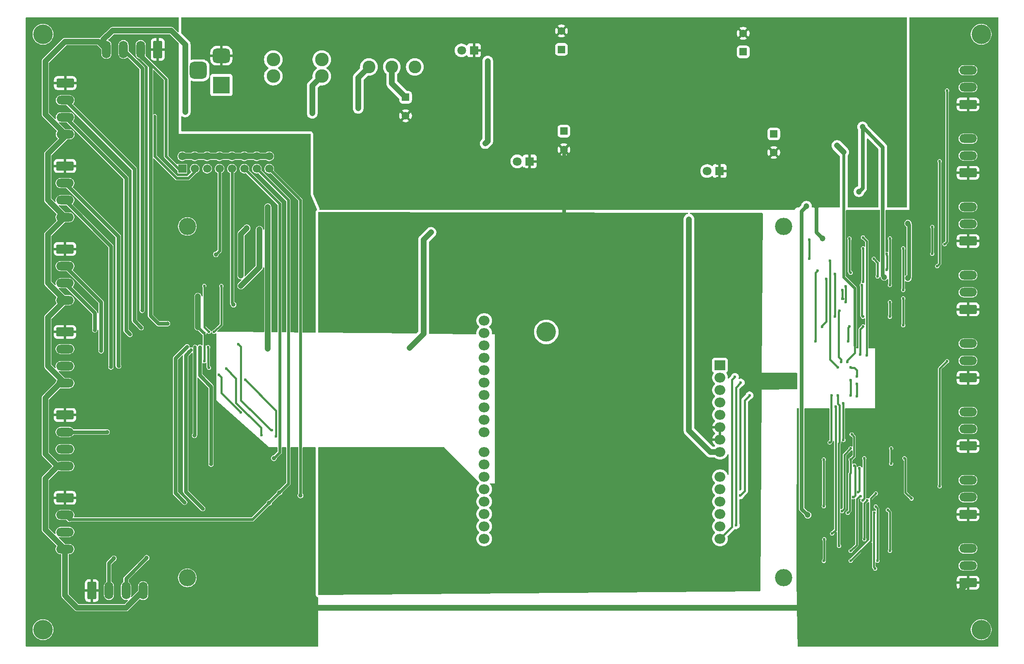
<source format=gbr>
%TF.GenerationSoftware,KiCad,Pcbnew,9.0.6-9.0.6~ubuntu24.04.1*%
%TF.CreationDate,2025-11-26T16:44:32+01:00*%
%TF.ProjectId,HVAC_STM32F7_PCB,48564143-5f53-4544-9d33-3246375f5043,rev?*%
%TF.SameCoordinates,Original*%
%TF.FileFunction,Copper,L4,Bot*%
%TF.FilePolarity,Positive*%
%FSLAX46Y46*%
G04 Gerber Fmt 4.6, Leading zero omitted, Abs format (unit mm)*
G04 Created by KiCad (PCBNEW 9.0.6-9.0.6~ubuntu24.04.1) date 2025-11-26 16:44:32*
%MOMM*%
%LPD*%
G01*
G04 APERTURE LIST*
G04 Aperture macros list*
%AMRoundRect*
0 Rectangle with rounded corners*
0 $1 Rounding radius*
0 $2 $3 $4 $5 $6 $7 $8 $9 X,Y pos of 4 corners*
0 Add a 4 corners polygon primitive as box body*
4,1,4,$2,$3,$4,$5,$6,$7,$8,$9,$2,$3,0*
0 Add four circle primitives for the rounded corners*
1,1,$1+$1,$2,$3*
1,1,$1+$1,$4,$5*
1,1,$1+$1,$6,$7*
1,1,$1+$1,$8,$9*
0 Add four rect primitives between the rounded corners*
20,1,$1+$1,$2,$3,$4,$5,0*
20,1,$1+$1,$4,$5,$6,$7,0*
20,1,$1+$1,$6,$7,$8,$9,0*
20,1,$1+$1,$8,$9,$2,$3,0*%
G04 Aperture macros list end*
%TA.AperFunction,ComponentPad*%
%ADD10RoundRect,0.250000X-1.550000X0.650000X-1.550000X-0.650000X1.550000X-0.650000X1.550000X0.650000X0*%
%TD*%
%TA.AperFunction,ComponentPad*%
%ADD11O,3.600000X1.800000*%
%TD*%
%TA.AperFunction,ComponentPad*%
%ADD12RoundRect,0.250000X-0.650000X-1.550000X0.650000X-1.550000X0.650000X1.550000X-0.650000X1.550000X0*%
%TD*%
%TA.AperFunction,ComponentPad*%
%ADD13O,1.800000X3.600000*%
%TD*%
%TA.AperFunction,ComponentPad*%
%ADD14C,2.780000*%
%TD*%
%TA.AperFunction,ComponentPad*%
%ADD15RoundRect,0.250000X1.550000X-0.650000X1.550000X0.650000X-1.550000X0.650000X-1.550000X-0.650000X0*%
%TD*%
%TA.AperFunction,ComponentPad*%
%ADD16RoundRect,0.250000X0.550000X-0.550000X0.550000X0.550000X-0.550000X0.550000X-0.550000X-0.550000X0*%
%TD*%
%TA.AperFunction,ComponentPad*%
%ADD17C,1.600000*%
%TD*%
%TA.AperFunction,ComponentPad*%
%ADD18R,1.700000X1.700000*%
%TD*%
%TA.AperFunction,ComponentPad*%
%ADD19C,1.700000*%
%TD*%
%TA.AperFunction,ComponentPad*%
%ADD20R,2.200000X2.000000*%
%TD*%
%TA.AperFunction,ComponentPad*%
%ADD21O,2.200000X2.000000*%
%TD*%
%TA.AperFunction,ComponentPad*%
%ADD22C,3.540000*%
%TD*%
%TA.AperFunction,ComponentPad*%
%ADD23RoundRect,0.250000X-0.550000X0.550000X-0.550000X-0.550000X0.550000X-0.550000X0.550000X0.550000X0*%
%TD*%
%TA.AperFunction,ComponentPad*%
%ADD24C,2.600000*%
%TD*%
%TA.AperFunction,ComponentPad*%
%ADD25R,3.500000X3.500000*%
%TD*%
%TA.AperFunction,ComponentPad*%
%ADD26RoundRect,0.750000X-1.000000X0.750000X-1.000000X-0.750000X1.000000X-0.750000X1.000000X0.750000X0*%
%TD*%
%TA.AperFunction,ComponentPad*%
%ADD27RoundRect,0.875000X-0.875000X0.875000X-0.875000X-0.875000X0.875000X-0.875000X0.875000X0.875000X0*%
%TD*%
%TA.AperFunction,ComponentPad*%
%ADD28R,1.800000X1.800000*%
%TD*%
%TA.AperFunction,ComponentPad*%
%ADD29C,1.800000*%
%TD*%
%TA.AperFunction,ComponentPad*%
%ADD30RoundRect,0.250000X0.650000X1.550000X-0.650000X1.550000X-0.650000X-1.550000X0.650000X-1.550000X0*%
%TD*%
%TA.AperFunction,ViaPad*%
%ADD31C,0.600000*%
%TD*%
%TA.AperFunction,ViaPad*%
%ADD32C,0.900000*%
%TD*%
%TA.AperFunction,ViaPad*%
%ADD33C,0.800000*%
%TD*%
%TA.AperFunction,ViaPad*%
%ADD34C,4.000000*%
%TD*%
%TA.AperFunction,ViaPad*%
%ADD35C,1.200000*%
%TD*%
%TA.AperFunction,Conductor*%
%ADD36C,0.700000*%
%TD*%
%TA.AperFunction,Conductor*%
%ADD37C,0.800000*%
%TD*%
%TA.AperFunction,Conductor*%
%ADD38C,1.200000*%
%TD*%
%TA.AperFunction,Conductor*%
%ADD39C,0.400000*%
%TD*%
%TA.AperFunction,Conductor*%
%ADD40C,0.600000*%
%TD*%
G04 APERTURE END LIST*
D10*
%TO.P,J4,1,SHIELD*%
%TO.N,GNDA*%
X39500000Y-62000000D03*
D11*
%TO.P,J4,2,GND*%
%TO.N,Net-(J18-Pin_5)*%
X39500000Y-65500000D03*
%TO.P,J4,3,SIG*%
%TO.N,Net-(J4-SIG)*%
X39500000Y-69000000D03*
%TO.P,J4,4,+VSENS*%
%TO.N,+24V*%
X39500000Y-72500000D03*
%TD*%
D12*
%TO.P,J15,1,SHIELD*%
%TO.N,GNDA*%
X45000000Y-149000000D03*
D13*
%TO.P,J15,2,GND*%
%TO.N,Net-(J15-GND)*%
X48500000Y-149000000D03*
%TO.P,J15,3,SIG*%
%TO.N,Net-(J15-SIG)*%
X52000000Y-149000000D03*
%TO.P,J15,4,+VSENS*%
%TO.N,+24V*%
X55500000Y-149000000D03*
%TD*%
D14*
%TO.P,F1,1*%
%TO.N,Net-(F1-Pad1)*%
X82137500Y-40190000D03*
X82137500Y-43590000D03*
%TO.P,F1,2*%
%TO.N,Net-(D3-A2)*%
X92057500Y-40190000D03*
X92057500Y-43590000D03*
%TD*%
D15*
%TO.P,J12,1,SHIELD*%
%TO.N,GNDA*%
X224300000Y-133375000D03*
D11*
%TO.P,J12,2,GND*%
%TO.N,Net-(J12-GND)*%
X224300000Y-129875000D03*
%TO.P,J12,3,SIG*%
%TO.N,GND*%
X224300000Y-126375000D03*
%TD*%
D16*
%TO.P,C2,1*%
%TO.N,+24V*%
X141100000Y-38102651D03*
D17*
%TO.P,C2,2*%
%TO.N,GND*%
X141100000Y-34302651D03*
%TD*%
D10*
%TO.P,J16,1,SHIELD*%
%TO.N,GNDA*%
X39500000Y-113000000D03*
D11*
%TO.P,J16,2,GND*%
%TO.N,Net-(J16-GND)*%
X39500000Y-116500000D03*
%TO.P,J16,3,SIG*%
%TO.N,Net-(J16-SIG)*%
X39500000Y-120000000D03*
%TO.P,J16,4,+VSENS*%
%TO.N,+24V*%
X39500000Y-123500000D03*
%TD*%
D10*
%TO.P,J14,1,SHIELD*%
%TO.N,GNDA*%
X39500000Y-96000000D03*
D11*
%TO.P,J14,2,GND*%
%TO.N,Net-(J14-GND)*%
X39500000Y-99500000D03*
%TO.P,J14,3,SIG*%
%TO.N,Net-(J14-SIG)*%
X39500000Y-103000000D03*
%TO.P,J14,4,+VSENS*%
%TO.N,+24V*%
X39500000Y-106500000D03*
%TD*%
D18*
%TO.P,J18,1,Pin_1*%
%TO.N,Net-(J18-Pin_1)*%
X63520000Y-62540000D03*
D19*
%TO.P,J18,2,Pin_2*%
%TO.N,GND*%
X63520000Y-60000000D03*
%TO.P,J18,3,Pin_3*%
%TO.N,Net-(J18-Pin_3)*%
X66060000Y-62540000D03*
%TO.P,J18,4,Pin_4*%
%TO.N,GND*%
X66060000Y-60000000D03*
%TO.P,J18,5,Pin_5*%
%TO.N,Net-(J18-Pin_5)*%
X68600000Y-62540000D03*
%TO.P,J18,6,Pin_6*%
%TO.N,GND*%
X68600000Y-60000000D03*
%TO.P,J18,7,Pin_7*%
%TO.N,Net-(J18-Pin_7)*%
X71140000Y-62540000D03*
%TO.P,J18,8,Pin_8*%
%TO.N,GND*%
X71140000Y-60000000D03*
%TO.P,J18,9,Pin_9*%
%TO.N,Net-(J14-GND)*%
X73680000Y-62540000D03*
%TO.P,J18,10,Pin_10*%
%TO.N,GND*%
X73680000Y-60000000D03*
%TO.P,J18,11,Pin_11*%
%TO.N,Net-(J16-GND)*%
X76220000Y-62540000D03*
%TO.P,J18,12,Pin_12*%
%TO.N,GND*%
X76220000Y-60000000D03*
%TO.P,J18,13,Pin_13*%
%TO.N,Net-(J17-GND)*%
X78760000Y-62540000D03*
%TO.P,J18,14,Pin_14*%
%TO.N,GND*%
X78760000Y-60000000D03*
%TO.P,J18,15,Pin_15*%
%TO.N,Net-(J15-GND)*%
X81300000Y-62540000D03*
%TO.P,J18,16,Pin_16*%
%TO.N,GND*%
X81300000Y-60000000D03*
%TD*%
D20*
%TO.P,A1,1,NC*%
%TO.N,unconnected-(A1-NC-Pad1)*%
X173550000Y-102815000D03*
D21*
%TO.P,A1,2,IOREF*%
%TO.N,unconnected-(A1-IOREF-Pad2)*%
X173550000Y-105355000D03*
%TO.P,A1,3,~{RESET}*%
%TO.N,unconnected-(A1-~{RESET}-Pad3)*%
X173550000Y-107895000D03*
%TO.P,A1,4,3V3*%
%TO.N,unconnected-(A1-3V3-Pad4)*%
X173550000Y-110435000D03*
%TO.P,A1,5,+5V*%
%TO.N,unconnected-(A1-+5V-Pad5)*%
X173550000Y-112975000D03*
%TO.P,A1,6,GND*%
%TO.N,GND*%
X173550000Y-115515000D03*
%TO.P,A1,7,GND*%
X173550000Y-118055000D03*
%TO.P,A1,8,VIN*%
%TO.N,+3.3V*%
X173550000Y-120595000D03*
%TO.P,A1,9,A0*%
%TO.N,unconnected-(A1-A0-Pad9)*%
X173550000Y-125675000D03*
%TO.P,A1,10,A1*%
%TO.N,unconnected-(A1-A1-Pad10)*%
X173550000Y-128215000D03*
%TO.P,A1,11,A2*%
%TO.N,MOSI_OUT*%
X173550000Y-130755000D03*
%TO.P,A1,12,A3*%
%TO.N,unconnected-(A1-A3-Pad12)*%
X173550000Y-133295000D03*
%TO.P,A1,13,A4/S7TX*%
%TO.N,SCK_OUT*%
X173550000Y-135835000D03*
%TO.P,A1,14,A5/S7RX*%
%TO.N,NSS_OUT*%
X173550000Y-138375000D03*
%TO.P,A1,15,D0/S6RX*%
%TO.N,unconnected-(A1-D0{slash}S6RX-Pad15)*%
X125290000Y-138375000D03*
%TO.P,A1,16,D1/S6TX*%
%TO.N,unconnected-(A1-D1{slash}S6TX-Pad16)*%
X125290000Y-135835000D03*
%TO.P,A1,17,D2*%
%TO.N,unconnected-(A1-D2-Pad17)*%
X125290000Y-133295000D03*
%TO.P,A1,18,D3*%
%TO.N,unconnected-(A1-D3-Pad18)*%
X125290000Y-130755000D03*
%TO.P,A1,19,D4*%
%TO.N,unconnected-(A1-D4-Pad19)*%
X125290000Y-128215000D03*
%TO.P,A1,20,D5*%
%TO.N,Net-(A1-D5)*%
X125290000Y-125675000D03*
%TO.P,A1,21,D6*%
%TO.N,Net-(A1-D6)*%
X125290000Y-123135000D03*
%TO.P,A1,22,D7*%
%TO.N,Net-(A1-D7)*%
X125290000Y-120595000D03*
%TO.P,A1,23,D8*%
%TO.N,Net-(A1-D8)*%
X125290000Y-116535000D03*
%TO.P,A1,24,D9*%
%TO.N,unconnected-(A1-D9-Pad24)*%
X125290000Y-113995000D03*
%TO.P,A1,25,D10*%
%TO.N,unconnected-(A1-D10-Pad25)*%
X125290000Y-111455000D03*
%TO.P,A1,26,D11*%
%TO.N,unconnected-(A1-D11-Pad26)*%
X125290000Y-108915000D03*
%TO.P,A1,27,D12*%
%TO.N,unconnected-(A1-D12-Pad27)*%
X125290000Y-106375000D03*
%TO.P,A1,28,D13*%
%TO.N,unconnected-(A1-D13-Pad28)*%
X125290000Y-103835000D03*
%TO.P,A1,29,GND*%
%TO.N,GND*%
X125290000Y-101295000D03*
%TO.P,A1,30,AREF*%
%TO.N,unconnected-(A1-AREF-Pad30)*%
X125290000Y-98755000D03*
%TO.P,A1,31,SDA/A4*%
%TO.N,unconnected-(A1-SDA{slash}A4-Pad31)*%
X125290000Y-96215000D03*
%TO.P,A1,32,SCL/A5*%
%TO.N,unconnected-(A1-SCL{slash}A5-Pad32)*%
X125290000Y-93675000D03*
D22*
%TO.P,A1,33*%
%TO.N,N/C*%
X186550000Y-74375000D03*
X64550000Y-74375000D03*
X186550000Y-146375000D03*
X64550000Y-146375000D03*
%TD*%
D16*
%TO.P,C5,1*%
%TO.N,+24V*%
X178300000Y-38602651D03*
D17*
%TO.P,C5,2*%
%TO.N,GND*%
X178300000Y-34802651D03*
%TD*%
D15*
%TO.P,J9,1,SHIELD*%
%TO.N,GNDA*%
X224300000Y-91375000D03*
D11*
%TO.P,J9,2,GND*%
%TO.N,Net-(J9-GND)*%
X224300000Y-87875000D03*
%TO.P,J9,3,SIG*%
%TO.N,GND*%
X224300000Y-84375000D03*
%TD*%
D23*
%TO.P,C8,1*%
%TO.N,+3.3V*%
X184550000Y-55422349D03*
D17*
%TO.P,C8,2*%
%TO.N,GND*%
X184550000Y-59222349D03*
%TD*%
D10*
%TO.P,J3,1,SHIELD*%
%TO.N,GNDA*%
X39550000Y-45000000D03*
D11*
%TO.P,J3,2,GND*%
%TO.N,Net-(J18-Pin_3)*%
X39550000Y-48500000D03*
%TO.P,J3,3,SIG*%
%TO.N,Net-(J3-SIG)*%
X39550000Y-52000000D03*
%TO.P,J3,4,+VSENS*%
%TO.N,+24V*%
X39550000Y-55500000D03*
%TD*%
D24*
%TO.P,SW1,1,A*%
%TO.N,Net-(Q1-D)*%
X101700000Y-41690000D03*
%TO.P,SW1,2,B*%
%TO.N,Net-(SW1-B)*%
X106400000Y-41690000D03*
%TO.P,SW1,3*%
%TO.N,N/C*%
X111100000Y-41690000D03*
%TD*%
D25*
%TO.P,J1,1*%
%TO.N,Net-(F1-Pad1)*%
X71507500Y-45400000D03*
D26*
%TO.P,J1,2*%
%TO.N,GND*%
X71507500Y-39400000D03*
D27*
%TO.P,J1,3*%
%TO.N,N/C*%
X66807500Y-42400000D03*
%TD*%
D23*
%TO.P,C15,1*%
%TO.N,Net-(SW1-B)*%
X109200000Y-47900000D03*
D17*
%TO.P,C15,2*%
%TO.N,GND*%
X109200000Y-51700000D03*
%TD*%
D28*
%TO.P,D7,1,K*%
%TO.N,GND*%
X134600000Y-61050000D03*
D29*
%TO.P,D7,2,A*%
%TO.N,Net-(D7-A)*%
X132060000Y-61050000D03*
%TD*%
D10*
%TO.P,J5,1,SHIELD*%
%TO.N,GNDA*%
X39500000Y-79000000D03*
D11*
%TO.P,J5,2,GND*%
%TO.N,Net-(J18-Pin_7)*%
X39500000Y-82500000D03*
%TO.P,J5,3,SIG*%
%TO.N,Net-(J5-SIG)*%
X39500000Y-86000000D03*
%TO.P,J5,4,+VSENS*%
%TO.N,+24V*%
X39500000Y-89500000D03*
%TD*%
D23*
%TO.P,C3,1*%
%TO.N,+5V*%
X141600000Y-54847349D03*
D17*
%TO.P,C3,2*%
%TO.N,GND*%
X141600000Y-58647349D03*
%TD*%
D30*
%TO.P,J2,1,SHIELD*%
%TO.N,GNDA*%
X58482500Y-38107500D03*
D13*
%TO.P,J2,2,GND*%
%TO.N,Net-(J18-Pin_1)*%
X54982500Y-38107500D03*
%TO.P,J2,3,SIG*%
%TO.N,Net-(J2-SIG)*%
X51482500Y-38107500D03*
%TO.P,J2,4,+VSENS*%
%TO.N,+24V*%
X47982500Y-38107500D03*
%TD*%
D15*
%TO.P,J8,1,SHIELD*%
%TO.N,GNDA*%
X224300000Y-77375000D03*
D11*
%TO.P,J8,2,GND*%
%TO.N,Net-(J8-GND)*%
X224300000Y-73875000D03*
%TO.P,J8,3,SIG*%
%TO.N,GND*%
X224300000Y-70375000D03*
%TD*%
D15*
%TO.P,J11,1,SHIELD*%
%TO.N,GNDA*%
X224300000Y-119375000D03*
D11*
%TO.P,J11,2,GND*%
%TO.N,Net-(J11-GND)*%
X224300000Y-115875000D03*
%TO.P,J11,3,SIG*%
%TO.N,GND*%
X224300000Y-112375000D03*
%TD*%
D15*
%TO.P,J10,1,SHIELD*%
%TO.N,GNDA*%
X224300000Y-105375000D03*
D11*
%TO.P,J10,2,GND*%
%TO.N,Net-(J10-GND)*%
X224300000Y-101875000D03*
%TO.P,J10,3,SIG*%
%TO.N,GND*%
X224300000Y-98375000D03*
%TD*%
D15*
%TO.P,J7,1,SHIELD*%
%TO.N,GNDA*%
X224300000Y-63375000D03*
D11*
%TO.P,J7,2,GND*%
%TO.N,Net-(J7-GND)*%
X224300000Y-59875000D03*
%TO.P,J7,3,SIG*%
%TO.N,GND*%
X224300000Y-56375000D03*
%TD*%
D10*
%TO.P,J17,1,SHIELD*%
%TO.N,GNDA*%
X39500000Y-130000000D03*
D11*
%TO.P,J17,2,GND*%
%TO.N,Net-(J17-GND)*%
X39500000Y-133500000D03*
%TO.P,J17,3,SIG*%
%TO.N,Net-(J17-SIG)*%
X39500000Y-137000000D03*
%TO.P,J17,4,+VSENS*%
%TO.N,+24V*%
X39500000Y-140500000D03*
%TD*%
D15*
%TO.P,J6,1,SHIELD*%
%TO.N,GNDA*%
X224300000Y-49375000D03*
D11*
%TO.P,J6,2,GND*%
%TO.N,Net-(J6-GND)*%
X224300000Y-45875000D03*
%TO.P,J6,3,SIG*%
%TO.N,GND*%
X224300000Y-42375000D03*
%TD*%
D28*
%TO.P,D6,1,K*%
%TO.N,GND*%
X173450000Y-63025000D03*
D29*
%TO.P,D6,2,A*%
%TO.N,Net-(D6-A)*%
X170910000Y-63025000D03*
%TD*%
D15*
%TO.P,J13,1,SHIELD*%
%TO.N,GNDA*%
X224300000Y-147375000D03*
D11*
%TO.P,J13,2,GND*%
%TO.N,Net-(J13-GND)*%
X224300000Y-143875000D03*
%TO.P,J13,3,SIG*%
%TO.N,GND*%
X224300000Y-140375000D03*
%TD*%
D28*
%TO.P,D5,1,K*%
%TO.N,GND*%
X123200000Y-38300000D03*
D29*
%TO.P,D5,2,A*%
%TO.N,Net-(D5-A)*%
X120660000Y-38300000D03*
%TD*%
D31*
%TO.N,GND*%
X181500000Y-49000000D03*
X181500000Y-47000000D03*
X181500000Y-48000000D03*
X181500000Y-46000000D03*
X181500000Y-44000000D03*
X181500000Y-43000000D03*
X181500000Y-45000000D03*
X144000000Y-48500000D03*
X144000000Y-47500000D03*
X144000000Y-46500000D03*
X144000000Y-45500000D03*
X144000000Y-44500000D03*
X144000000Y-43500000D03*
X175500000Y-34000000D03*
X176500000Y-36000000D03*
X175500000Y-36000000D03*
X176500000Y-35000000D03*
X175500000Y-35000000D03*
X176500000Y-34000000D03*
X138500000Y-33500000D03*
X139500000Y-35500000D03*
X138500000Y-35500000D03*
X139500000Y-34500000D03*
X138500000Y-34500000D03*
X139500000Y-33500000D03*
X188500000Y-60000000D03*
X189000000Y-59000000D03*
X145500000Y-59500000D03*
X144500000Y-60500000D03*
X137500000Y-59500000D03*
X138500000Y-60500000D03*
X142500000Y-69500000D03*
X142500000Y-68000000D03*
X140500000Y-69500000D03*
X140500000Y-68000000D03*
X156500000Y-43000000D03*
X155500000Y-43000000D03*
X156500000Y-41000000D03*
X156500000Y-42000000D03*
X155500000Y-42000000D03*
X155500000Y-41000000D03*
X193000000Y-45000000D03*
X193000000Y-44000000D03*
X193000000Y-43000000D03*
X194000000Y-46000000D03*
X194000000Y-45000000D03*
X194000000Y-44000000D03*
X194000000Y-43000000D03*
X194000000Y-42000000D03*
X202500000Y-36000000D03*
X202500000Y-37000000D03*
X201500000Y-37000000D03*
X201500000Y-36000000D03*
X206500000Y-42500000D03*
X205500000Y-42500000D03*
X206500000Y-43500000D03*
X205500000Y-43500000D03*
X206500000Y-44500000D03*
X205500000Y-44500000D03*
X205000000Y-49000000D03*
X206000000Y-49000000D03*
X206000000Y-50000000D03*
X206000000Y-51000000D03*
X206500000Y-54000000D03*
X206500000Y-52500000D03*
X205500000Y-52500000D03*
X197000000Y-63500000D03*
X197000000Y-64500000D03*
X197000000Y-65500000D03*
X189000000Y-63500000D03*
X189000000Y-64500000D03*
X189000000Y-65500000D03*
X176000000Y-59000000D03*
X176000000Y-58000000D03*
X180000000Y-59000000D03*
X180000000Y-58000000D03*
X173000000Y-61500000D03*
X172000000Y-61500000D03*
X173000000Y-64500000D03*
X172000000Y-64500000D03*
X154000000Y-63000000D03*
X154000000Y-64000000D03*
X154000000Y-65000000D03*
X146500000Y-63000000D03*
X146500000Y-64000000D03*
X146500000Y-65000000D03*
X133500000Y-59500000D03*
X134500000Y-59500000D03*
X134500000Y-62500000D03*
X133500000Y-62500000D03*
X121000000Y-62500000D03*
X121000000Y-61500000D03*
X119500000Y-60000000D03*
X118500000Y-60000000D03*
X94000000Y-63000000D03*
X93000000Y-63000000D03*
X92000000Y-63000000D03*
X91000000Y-63000000D03*
X94000000Y-60500000D03*
X93000000Y-60500000D03*
X92000000Y-60500000D03*
X91000000Y-60500000D03*
X97000000Y-63000000D03*
X97000000Y-64000000D03*
X98000000Y-64000000D03*
X98000000Y-63000000D03*
X113500000Y-59500000D03*
X112500000Y-59500000D03*
X112500000Y-60500000D03*
X113500000Y-60500000D03*
X116000000Y-60000000D03*
X115000000Y-60000000D03*
X122000000Y-47500000D03*
X122000000Y-46500000D03*
X122000000Y-45500000D03*
X121000000Y-45500000D03*
X121000000Y-46500000D03*
X121000000Y-47500000D03*
X123500000Y-41000000D03*
X122500000Y-41000000D03*
X123500000Y-35500000D03*
X122500000Y-35500000D03*
X123500000Y-36500000D03*
X122500000Y-36500000D03*
X123500000Y-40000000D03*
X122500000Y-40000000D03*
X111000000Y-51500000D03*
X111000000Y-50500000D03*
X106500000Y-50500000D03*
X106500000Y-51500000D03*
X107500000Y-51500000D03*
X107500000Y-50500000D03*
X85000000Y-46500000D03*
X84000000Y-46500000D03*
X85000000Y-47500000D03*
X84000000Y-47500000D03*
X71500000Y-49000000D03*
X71500000Y-50000000D03*
X71500000Y-51000000D03*
X72500000Y-51000000D03*
X72500000Y-50000000D03*
X72500000Y-49000000D03*
D32*
X74500000Y-37000000D03*
X68500000Y-37000000D03*
X68500000Y-40000000D03*
X68500000Y-38500000D03*
X74500000Y-38500000D03*
X74500000Y-40000000D03*
D33*
%TO.N,Net-(J15-SIG)*%
X67700000Y-132200000D03*
D31*
%TO.N,+5V*%
X68000000Y-102000000D03*
D34*
%TO.N,*%
X227000000Y-157000000D03*
X35000000Y-157000000D03*
X35000000Y-35000000D03*
X227000000Y-35000000D03*
X138000000Y-96000000D03*
D35*
%TO.N,+24V*%
X64100000Y-50900000D03*
X126000000Y-40500000D03*
X125500000Y-57400000D03*
%TO.N,GND*%
X194550000Y-76837500D03*
D31*
X75500000Y-84462500D03*
D35*
X212000000Y-85000000D03*
D31*
X68800000Y-99084846D03*
X81000000Y-99462500D03*
D35*
X212000000Y-73750000D03*
D31*
X69000000Y-103362500D03*
D32*
X141500000Y-99000000D03*
D31*
X81000000Y-70400000D03*
X76700000Y-74700000D03*
D35*
X193250000Y-64000000D03*
%TO.N,+5V*%
X75500000Y-86537500D03*
X79300000Y-75000000D03*
D31*
X68000000Y-96253295D03*
D35*
X66700000Y-88700000D03*
%TO.N,+3.3V*%
X167200000Y-72900000D03*
X114400000Y-75600000D03*
D31*
X199600000Y-102125000D03*
D35*
X197500000Y-57800000D03*
X110000000Y-99300000D03*
D31*
%TO.N,Net-(U7-REFIO)*%
X71500000Y-86537500D03*
X70000000Y-96000000D03*
%TO.N,Net-(U7-REFCAP)*%
X68950000Y-95950000D03*
X68000000Y-86537500D03*
%TO.N,GNDA*%
X58982500Y-89005000D03*
X58982500Y-84505000D03*
D35*
X56500000Y-144000000D03*
D31*
%TO.N,Net-(U5A-+)*%
X202801000Y-85692703D03*
X202801000Y-78875000D03*
%TO.N,Net-(U5C-+)*%
X194450000Y-94987500D03*
X195300000Y-85125000D03*
%TO.N,Net-(U5B-+)*%
X205000000Y-81000000D03*
X205800000Y-84625000D03*
%TO.N,Net-(U5D-+)*%
X202550000Y-86375000D03*
X202800000Y-92875000D03*
%TO.N,Net-(U6B-+)*%
X194800000Y-142912500D03*
X203700000Y-130475000D03*
X203100000Y-138475000D03*
X194900000Y-138475000D03*
%TO.N,Net-(U6D-+)*%
X194800000Y-131700000D03*
X194800000Y-122125000D03*
%TO.N,Net-(U6C-+)*%
X202700000Y-130475000D03*
X203050000Y-121875000D03*
%TO.N,Net-(U6A-+)*%
X205762500Y-142875000D03*
X205412500Y-131775000D03*
D35*
%TO.N,Net-(D3-A2)*%
X90100000Y-51190000D03*
D33*
%TO.N,Net-(J2-SIG)*%
X55300000Y-91600000D03*
%TO.N,Net-(J3-SIG)*%
X52800000Y-96500000D03*
%TO.N,Net-(J4-SIG)*%
X48900000Y-103200000D03*
%TO.N,Net-(J5-SIG)*%
X45600000Y-95600000D03*
D31*
%TO.N,Net-(J6-GND)*%
X211050000Y-87375000D03*
X211050000Y-78875000D03*
X219500000Y-78000000D03*
X220000000Y-46500000D03*
%TO.N,Net-(J7-GND)*%
X193050000Y-97875000D03*
X218000000Y-82500000D03*
X218500000Y-61000000D03*
X199800000Y-97875000D03*
X193500000Y-83425000D03*
X200050000Y-94875000D03*
%TO.N,Net-(J8-GND)*%
X207673000Y-83227000D03*
X207673000Y-80000000D03*
X217000000Y-74500000D03*
X217000000Y-80000000D03*
%TO.N,Net-(J9-GND)*%
X198550000Y-89175000D03*
X211050000Y-89125000D03*
X211050000Y-94625000D03*
X198550000Y-87375000D03*
%TO.N,Net-(J10-GND)*%
X220000000Y-102000000D03*
X200300000Y-142875000D03*
X205431656Y-129092095D03*
X218500000Y-127600000D03*
%TO.N,Net-(J11-GND)*%
X200500000Y-117000000D03*
X200300000Y-122125000D03*
X199687500Y-133075000D03*
%TO.N,Net-(J12-GND)*%
X212750000Y-130129000D03*
X201838500Y-128838500D03*
X202100000Y-123878000D03*
X211300000Y-121875000D03*
%TO.N,Net-(J13-GND)*%
X205300000Y-144475000D03*
X205135500Y-133075000D03*
%TO.N,Net-(J15-SIG)*%
X65323000Y-99621612D03*
D32*
X56200000Y-142300000D03*
D31*
%TO.N,Net-(J17-SIG)*%
X67096562Y-99113347D03*
D33*
X69400000Y-123100000D03*
D35*
%TO.N,Net-(Q1-D)*%
X99500000Y-50200000D03*
D31*
%TO.N,Net-(U3-VOUTB)*%
X198800000Y-118125000D03*
X198800000Y-110625000D03*
%TO.N,Net-(U3-VOUTC)*%
X198040500Y-91616500D03*
X198300000Y-102125000D03*
%TO.N,Net-(U3-VOUTA)*%
X202800000Y-76625000D03*
X203600000Y-100800000D03*
%TO.N,Net-(U3-VOUTD)*%
X197897610Y-139848000D03*
X197650000Y-108995000D03*
%TO.N,Net-(U3-VOUTE)*%
X191800000Y-81000000D03*
X196050000Y-81375000D03*
X197650000Y-103255000D03*
X191800000Y-77125000D03*
%TO.N,Net-(U3-VOUTF)*%
X196500000Y-137275000D03*
X197200000Y-111279509D03*
%TO.N,Net-(U3-VOUTG)*%
X202800000Y-94875000D03*
X202200000Y-100625000D03*
%TO.N,Net-(U3-VOUTH)*%
X196000000Y-118625000D03*
X196350000Y-108995000D03*
%TO.N,Net-(U5A--)*%
X208300000Y-76837500D03*
X208300000Y-86375000D03*
%TO.N,Net-(U5C--)*%
X197059500Y-92875000D03*
X197050000Y-84125000D03*
%TO.N,Net-(U5B--)*%
X200050000Y-76875000D03*
X200300000Y-83875000D03*
%TO.N,Net-(U5D--)*%
X208300000Y-89875000D03*
X199300000Y-86652000D03*
X199300000Y-89875000D03*
X208300000Y-92875000D03*
%TO.N,Net-(U6B--)*%
X200300000Y-140875000D03*
X202281000Y-129703000D03*
%TO.N,Net-(U6D--)*%
X198500000Y-132700000D03*
X200300000Y-119875000D03*
%TO.N,Net-(U6C--)*%
X208550000Y-123000000D03*
X208550000Y-119875000D03*
X201050000Y-123375000D03*
X200752000Y-129825000D03*
%TO.N,Net-(U6A--)*%
X207900000Y-132475000D03*
X208300000Y-140875000D03*
%TO.N,Net-(A1-D6)*%
X82700000Y-117400000D03*
X76400000Y-105800000D03*
%TO.N,Net-(A1-D8)*%
X71000000Y-104800000D03*
X75500000Y-112500000D03*
%TO.N,Net-(A1-D5)*%
X72500000Y-103500000D03*
X79700000Y-117100000D03*
%TO.N,SCK_OUT*%
X176800000Y-135600000D03*
X200300000Y-105875000D03*
X177800000Y-106375000D03*
X200250000Y-108995000D03*
%TO.N,Net-(A1-D7)*%
X81800000Y-116127000D03*
X75000000Y-98500000D03*
%TO.N,MOSI_OUT*%
X201564069Y-109139069D03*
X201550000Y-106625000D03*
X179600000Y-109000000D03*
X177687500Y-129487500D03*
%TO.N,NSS_OUT*%
X201550000Y-105125000D03*
X176600000Y-105200000D03*
X200250000Y-103255000D03*
D33*
%TO.N,Net-(J18-Pin_1)*%
X60500000Y-94300000D03*
D31*
%TO.N,Net-(J18-Pin_3)*%
X57900000Y-51800000D03*
D33*
X55100000Y-95100000D03*
%TO.N,Net-(J18-Pin_5)*%
X50500000Y-103000000D03*
D32*
%TO.N,Net-(J18-Pin_7)*%
X70400000Y-80100000D03*
D33*
X46900000Y-99900000D03*
D32*
%TO.N,Net-(J14-GND)*%
X74000000Y-90400000D03*
%TO.N,Net-(J15-GND)*%
X87700000Y-129500000D03*
X49500000Y-142400000D03*
D31*
X64500000Y-99000000D03*
D33*
X64000000Y-130900000D03*
D32*
%TO.N,Net-(J16-GND)*%
X48100000Y-116500000D03*
X82250000Y-121850000D03*
D33*
%TO.N,Net-(J17-GND)*%
X66000000Y-117200000D03*
D32*
X81275000Y-131025000D03*
X83400000Y-128900000D03*
D31*
X66100000Y-99100000D03*
D35*
%TO.N,Net-(U5E-V+)*%
X191250000Y-70250000D03*
X202712500Y-54000000D03*
X202000000Y-67250000D03*
X207175000Y-84750000D03*
X191500000Y-133500000D03*
%TD*%
D36*
%TO.N,Net-(J17-GND)*%
X66100000Y-117100000D02*
X66000000Y-117200000D01*
X66100000Y-99100000D02*
X66100000Y-117100000D01*
D37*
%TO.N,Net-(J15-SIG)*%
X65000000Y-99987069D02*
X64200000Y-100787069D01*
X64200000Y-100787069D02*
X64200000Y-128700000D01*
X64200000Y-128700000D02*
X67700000Y-132200000D01*
%TO.N,Net-(J15-GND)*%
X64500000Y-99000000D02*
X62100000Y-101400000D01*
X62100000Y-101400000D02*
X62100000Y-129000000D01*
X62100000Y-129000000D02*
X64000000Y-130900000D01*
%TO.N,Net-(J4-SIG)*%
X39500000Y-69000000D02*
X48900000Y-78400000D01*
X48900000Y-78400000D02*
X48900000Y-103200000D01*
%TO.N,Net-(J5-SIG)*%
X45600000Y-92100000D02*
X45600000Y-95600000D01*
X39500000Y-86000000D02*
X45600000Y-92100000D01*
%TO.N,Net-(J18-Pin_5)*%
X50500000Y-103000000D02*
X50400000Y-102900000D01*
X50400000Y-102900000D02*
X50400000Y-76400000D01*
X50400000Y-76400000D02*
X39500000Y-65500000D01*
%TO.N,Net-(J3-SIG)*%
X39550000Y-52000000D02*
X52000000Y-64450000D01*
X52000000Y-64450000D02*
X52000000Y-95700000D01*
X52000000Y-95700000D02*
X52800000Y-96500000D01*
%TO.N,Net-(J18-Pin_3)*%
X53700000Y-62650000D02*
X53700000Y-93700000D01*
X39550000Y-48500000D02*
X53700000Y-62650000D01*
X53700000Y-93700000D02*
X55100000Y-95100000D01*
%TO.N,Net-(J2-SIG)*%
X51482500Y-38107500D02*
X55300000Y-41925000D01*
X55300000Y-41925000D02*
X55300000Y-91600000D01*
%TO.N,Net-(J18-Pin_1)*%
X54700000Y-39200000D02*
X57000000Y-41500000D01*
X57000000Y-41500000D02*
X57000000Y-92700000D01*
X57000000Y-92700000D02*
X58600000Y-94300000D01*
X58600000Y-94300000D02*
X60500000Y-94300000D01*
D38*
%TO.N,+24V*%
X35500000Y-40500000D02*
X35500000Y-51450000D01*
X64100000Y-37100000D02*
X61250000Y-34250000D01*
X48032768Y-35372000D02*
X47372000Y-36032768D01*
X46375000Y-36500000D02*
X39500000Y-36500000D01*
X47372000Y-36967232D02*
X47982500Y-37577732D01*
X39550000Y-55950000D02*
X36000000Y-59500000D01*
X48128000Y-35372000D02*
X48032768Y-35372000D01*
X39500000Y-72500000D02*
X36000000Y-76000000D01*
X49250000Y-34250000D02*
X48128000Y-35372000D01*
X55500000Y-149000000D02*
X52000000Y-152500000D01*
X35500000Y-121000000D02*
X38000000Y-123500000D01*
X38000000Y-123500000D02*
X39500000Y-123500000D01*
X36000000Y-93000000D02*
X36000000Y-103000000D01*
X39500000Y-36500000D02*
X35500000Y-40500000D01*
X39500000Y-150000000D02*
X39500000Y-140500000D01*
X38500000Y-106500000D02*
X39500000Y-106500000D01*
X36000000Y-76000000D02*
X36000000Y-86000000D01*
X36000000Y-59500000D02*
X36000000Y-69000000D01*
X39500000Y-140500000D02*
X35500000Y-136500000D01*
X39500000Y-89500000D02*
X36000000Y-93000000D01*
X126000000Y-56900000D02*
X126000000Y-40500000D01*
X35500000Y-136500000D02*
X35500000Y-126500000D01*
X47372000Y-36032768D02*
X47372000Y-36967232D01*
X35500000Y-126500000D02*
X35500000Y-126000000D01*
X64100000Y-50900000D02*
X64100000Y-37100000D01*
X47982500Y-37577732D02*
X47982500Y-38107500D01*
X39550000Y-55500000D02*
X39550000Y-55950000D01*
X36000000Y-69000000D02*
X39500000Y-72500000D01*
X61250000Y-34250000D02*
X49250000Y-34250000D01*
X35500000Y-121000000D02*
X35500000Y-109500000D01*
X36000000Y-103000000D02*
X39500000Y-106500000D01*
X35500000Y-126000000D02*
X36500000Y-125000000D01*
X36500000Y-125000000D02*
X38000000Y-123500000D01*
X47982500Y-38107500D02*
X46375000Y-36500000D01*
X35500000Y-51450000D02*
X39550000Y-55500000D01*
X52000000Y-152500000D02*
X42000000Y-152500000D01*
X42000000Y-152500000D02*
X39500000Y-150000000D01*
X125500000Y-57400000D02*
X126000000Y-56900000D01*
X35500000Y-109500000D02*
X38500000Y-106500000D01*
X36000000Y-86000000D02*
X39500000Y-89500000D01*
D37*
%TO.N,GND*%
X193250000Y-64000000D02*
X193250000Y-75537500D01*
D38*
X75500000Y-75973000D02*
X75500000Y-84462500D01*
D37*
X212000000Y-85000000D02*
X212250000Y-84750000D01*
D38*
X76473000Y-75000000D02*
X75500000Y-75973000D01*
X76700000Y-74773000D02*
X76700000Y-74700000D01*
D37*
X193250000Y-75537500D02*
X194550000Y-76837500D01*
X212250000Y-84750000D02*
X212250000Y-74000000D01*
X141500000Y-99000000D02*
X141500000Y-92700000D01*
D38*
X81000000Y-70400000D02*
X81000000Y-99462500D01*
D37*
X141600000Y-92600000D02*
X141600000Y-58647349D01*
D38*
X81300000Y-60000000D02*
X63520000Y-60000000D01*
D39*
X76500000Y-75027000D02*
X76473000Y-75000000D01*
D37*
X141500000Y-92700000D02*
X141600000Y-92600000D01*
X212250000Y-74000000D02*
X212000000Y-73750000D01*
D38*
%TO.N,+5V*%
X66700000Y-88700000D02*
X66700000Y-95012390D01*
X79300000Y-75000000D02*
X79300000Y-82737500D01*
D40*
X67940905Y-96253295D02*
X66700000Y-95012390D01*
D39*
X68000000Y-96253295D02*
X67940905Y-96253295D01*
D38*
X79300000Y-82737500D02*
X75500000Y-86537500D01*
D40*
%TO.N,+3.3V*%
X198874188Y-84772376D02*
X201100000Y-86998188D01*
D39*
X201100000Y-100325000D02*
X201100000Y-98800000D01*
X199600000Y-101825000D02*
X201100000Y-100325000D01*
D38*
X167200000Y-72900000D02*
X167200000Y-116200000D01*
X110000000Y-99300000D02*
X112900000Y-96400000D01*
X112900000Y-77100000D02*
X114400000Y-75600000D01*
D40*
X198874188Y-59174188D02*
X198874188Y-84772376D01*
D38*
X167200000Y-116200000D02*
X171595000Y-120595000D01*
X197500000Y-57800000D02*
X198874188Y-59174188D01*
D39*
X199600000Y-102125000D02*
X199600000Y-101825000D01*
D38*
X112900000Y-96400000D02*
X112900000Y-77100000D01*
X171595000Y-120595000D02*
X173550000Y-120595000D01*
D40*
X201100000Y-86998188D02*
X201100000Y-98800000D01*
D39*
%TO.N,Net-(U7-REFIO)*%
X71500000Y-94500000D02*
X70000000Y-96000000D01*
X71500000Y-86537500D02*
X71500000Y-94500000D01*
%TO.N,Net-(U7-REFCAP)*%
X68000000Y-95000000D02*
X68000000Y-86537500D01*
X68950000Y-95950000D02*
X68000000Y-95000000D01*
D38*
%TO.N,GNDA*%
X224300000Y-147375000D02*
X219175000Y-152500000D01*
D39*
X58982500Y-84505000D02*
X58982500Y-89005000D01*
D38*
X219175000Y-152500000D02*
X65000000Y-152500000D01*
X65000000Y-152500000D02*
X56500000Y-144000000D01*
%TO.N,Net-(SW1-B)*%
X106400000Y-41690000D02*
X106400000Y-45100000D01*
X106400000Y-45100000D02*
X109200000Y-47900000D01*
D39*
%TO.N,Net-(U5A-+)*%
X202801000Y-78875000D02*
X202801000Y-85692703D01*
%TO.N,Net-(U5C-+)*%
X195300000Y-93875000D02*
X195300000Y-85125000D01*
X194450000Y-94987500D02*
X194450000Y-94725000D01*
X194450000Y-94725000D02*
X195300000Y-93875000D01*
%TO.N,Net-(U5B-+)*%
X205800000Y-81800000D02*
X205000000Y-81000000D01*
X205800000Y-84625000D02*
X205800000Y-81800000D01*
%TO.N,Net-(U5D-+)*%
X202550000Y-92625000D02*
X202550000Y-86375000D01*
X202800000Y-92875000D02*
X202550000Y-92625000D01*
%TO.N,Net-(U6B-+)*%
X194900000Y-138475000D02*
X194900000Y-142812500D01*
X203700000Y-130475000D02*
X203100000Y-131075000D01*
X194900000Y-142812500D02*
X194800000Y-142912500D01*
X203100000Y-131075000D02*
X203100000Y-138475000D01*
%TO.N,Net-(U6D-+)*%
X194800000Y-122125000D02*
X194800000Y-131700000D01*
%TO.N,Net-(U6C-+)*%
X203050000Y-130125000D02*
X203050000Y-121875000D01*
X202700000Y-130475000D02*
X203050000Y-130125000D01*
%TO.N,Net-(U6A-+)*%
X205762500Y-142875000D02*
X205762500Y-132125000D01*
X205762500Y-132125000D02*
X205412500Y-131775000D01*
D38*
%TO.N,Net-(D3-A2)*%
X90100000Y-45547500D02*
X92057500Y-43590000D01*
X90100000Y-51190000D02*
X90100000Y-45547500D01*
D39*
%TO.N,Net-(J6-GND)*%
X211050000Y-78875000D02*
X211050000Y-87375000D01*
X219500000Y-78000000D02*
X220000000Y-77500000D01*
X220000000Y-77500000D02*
X220000000Y-46500000D01*
%TO.N,Net-(J7-GND)*%
X218000000Y-82500000D02*
X218500000Y-82000000D01*
X193050000Y-83875000D02*
X193500000Y-83425000D01*
X218500000Y-82000000D02*
X218500000Y-61000000D01*
X199800000Y-95125000D02*
X200050000Y-94875000D01*
X199800000Y-97875000D02*
X199800000Y-95125000D01*
X193050000Y-97875000D02*
X193050000Y-83875000D01*
%TO.N,Net-(J8-GND)*%
X207673000Y-83227000D02*
X207673000Y-83052000D01*
X207750000Y-80350000D02*
X207673000Y-80273000D01*
X207673000Y-83052000D02*
X207750000Y-82975000D01*
X217000000Y-80000000D02*
X217000000Y-74500000D01*
X207750000Y-82975000D02*
X207750000Y-80350000D01*
X207673000Y-80273000D02*
X207673000Y-80000000D01*
%TO.N,Net-(J9-GND)*%
X211050000Y-94625000D02*
X211050000Y-89125000D01*
X198748000Y-89175000D02*
X198550000Y-89175000D01*
X198550000Y-89175000D02*
X198550000Y-87625000D01*
%TO.N,Net-(J10-GND)*%
X218500000Y-127600000D02*
X218500000Y-103500000D01*
X205431656Y-129092095D02*
X204400000Y-130123751D01*
X204400000Y-130123751D02*
X204400000Y-138775000D01*
X218500000Y-103500000D02*
X220000000Y-102000000D01*
X204400000Y-138775000D02*
X200300000Y-142875000D01*
%TO.N,Net-(J11-GND)*%
X200100000Y-132662500D02*
X199687500Y-133075000D01*
X200100000Y-125075000D02*
X200100000Y-132662500D01*
X201000000Y-117500000D02*
X201000000Y-121425000D01*
X201000000Y-121425000D02*
X200300000Y-122125000D01*
X200300000Y-124875000D02*
X200100000Y-125075000D01*
X200300000Y-122125000D02*
X200300000Y-124875000D01*
X200500000Y-117000000D02*
X201000000Y-117500000D01*
%TO.N,Net-(J12-GND)*%
X212750000Y-130129000D02*
X211500000Y-128879000D01*
X202100000Y-128577000D02*
X202100000Y-123878000D01*
X211425000Y-122000000D02*
X211300000Y-121875000D01*
X201838500Y-128838500D02*
X202100000Y-128577000D01*
X211500000Y-122000000D02*
X211425000Y-122000000D01*
X211500000Y-128879000D02*
X211500000Y-122000000D01*
%TO.N,Net-(J13-GND)*%
X205135500Y-133075000D02*
X205000000Y-133210500D01*
X205000000Y-133210500D02*
X205000000Y-144175000D01*
X205000000Y-144175000D02*
X205300000Y-144475000D01*
D37*
%TO.N,Net-(J15-SIG)*%
X52000000Y-146500000D02*
X56200000Y-142300000D01*
D39*
X65323000Y-99621612D02*
X65323000Y-99664069D01*
D40*
X65323000Y-99664069D02*
X65000000Y-99987069D01*
D37*
X52000000Y-149000000D02*
X52000000Y-146500000D01*
D38*
%TO.N,Net-(Q1-D)*%
X99500000Y-43890000D02*
X101700000Y-41690000D01*
X101850000Y-41840000D02*
X101700000Y-41690000D01*
X99500000Y-50200000D02*
X99500000Y-43890000D01*
D39*
%TO.N,Net-(U3-VOUTB)*%
X198800000Y-118125000D02*
X198800000Y-110625000D01*
%TO.N,Net-(U3-VOUTC)*%
X198300000Y-101625000D02*
X197808500Y-101133500D01*
X198300000Y-102125000D02*
X198300000Y-101625000D01*
X197808500Y-91848500D02*
X198040500Y-91616500D01*
X197808500Y-101133500D02*
X197808500Y-91848500D01*
%TO.N,Net-(U3-VOUTA)*%
X203600000Y-100800000D02*
X203600000Y-77425000D01*
X203600000Y-77425000D02*
X202800000Y-76625000D01*
%TO.N,Net-(U3-VOUTD)*%
X197897610Y-139848000D02*
X197800000Y-139750390D01*
X198000000Y-118637086D02*
X198000000Y-111052003D01*
X197800000Y-139750390D02*
X197800000Y-118837086D01*
X197800000Y-118837086D02*
X198000000Y-118637086D01*
X198000000Y-111052003D02*
X197650000Y-110702003D01*
X197650000Y-110702003D02*
X197650000Y-108995000D01*
%TO.N,Net-(U3-VOUTE)*%
X191800000Y-77125000D02*
X191800000Y-81000000D01*
X196050000Y-81375000D02*
X196050000Y-101655000D01*
X197650000Y-103255000D02*
X197550000Y-103155000D01*
X196050000Y-101655000D02*
X197650000Y-103255000D01*
%TO.N,Net-(U3-VOUTF)*%
X197200000Y-136575000D02*
X196500000Y-137275000D01*
X197200000Y-111279509D02*
X197200000Y-136575000D01*
%TO.N,Net-(U3-VOUTG)*%
X202200000Y-100625000D02*
X202200000Y-95475000D01*
X202200000Y-95475000D02*
X202800000Y-94875000D01*
%TO.N,Net-(U3-VOUTH)*%
X196300000Y-109045000D02*
X196350000Y-108995000D01*
X196300000Y-118375000D02*
X196300000Y-109045000D01*
X196000000Y-118625000D02*
X196050000Y-118625000D01*
X196050000Y-118625000D02*
X196300000Y-118375000D01*
%TO.N,Net-(U5A--)*%
X208300000Y-76837500D02*
X208300000Y-86375000D01*
%TO.N,Net-(U5C--)*%
X197050000Y-84125000D02*
X197050000Y-92865500D01*
X197050000Y-92865500D02*
X197059500Y-92875000D01*
%TO.N,Net-(U5B--)*%
X200300000Y-83875000D02*
X200050000Y-83625000D01*
X200050000Y-83625000D02*
X200050000Y-76875000D01*
%TO.N,Net-(U5D--)*%
X208300000Y-89875000D02*
X208300000Y-92875000D01*
X199300000Y-86652000D02*
X199300000Y-89875000D01*
%TO.N,Net-(U6B--)*%
X202119000Y-129703000D02*
X201529003Y-130292997D01*
X201529003Y-139645997D02*
X200300000Y-140875000D01*
X202281000Y-129703000D02*
X202119000Y-129703000D01*
X201529003Y-130292997D02*
X201529003Y-139645997D01*
%TO.N,Net-(U6D--)*%
X200300000Y-119875000D02*
X199000000Y-121175000D01*
X198500000Y-132675000D02*
X198500000Y-132700000D01*
X199000000Y-132175000D02*
X198500000Y-132675000D01*
X199000000Y-121175000D02*
X199000000Y-132175000D01*
%TO.N,Net-(U6C--)*%
X200852000Y-129825000D02*
X201200000Y-129477000D01*
X201200000Y-129477000D02*
X201200000Y-123525000D01*
X208550000Y-119875000D02*
X208550000Y-123000000D01*
X201200000Y-123525000D02*
X201050000Y-123375000D01*
X200752000Y-129825000D02*
X200852000Y-129825000D01*
%TO.N,Net-(U6A--)*%
X208300000Y-140875000D02*
X208300000Y-132875000D01*
X208300000Y-132875000D02*
X207900000Y-132475000D01*
%TO.N,Net-(A1-D6)*%
X76400000Y-105800000D02*
X82700000Y-112100000D01*
X82700000Y-112100000D02*
X82700000Y-117400000D01*
%TO.N,Net-(A1-D8)*%
X71500000Y-108500000D02*
X75500000Y-112500000D01*
X71000000Y-104800000D02*
X71500000Y-105300000D01*
X71500000Y-105300000D02*
X71500000Y-108500000D01*
%TO.N,Net-(A1-D5)*%
X74500000Y-110500000D02*
X74500000Y-105500000D01*
X79700000Y-117100000D02*
X79600000Y-117000000D01*
X74500000Y-105500000D02*
X72500000Y-103500000D01*
X79600000Y-117000000D02*
X79600000Y-115600000D01*
X79600000Y-115600000D02*
X74500000Y-110500000D01*
%TO.N,SCK_OUT*%
X176800000Y-107375000D02*
X177800000Y-106375000D01*
X200300000Y-105875000D02*
X200300000Y-108945000D01*
X200300000Y-108945000D02*
X200250000Y-108995000D01*
X176800000Y-135600000D02*
X176800000Y-107375000D01*
%TO.N,Net-(A1-D7)*%
X81627000Y-116127000D02*
X81800000Y-116127000D01*
X75500000Y-110000000D02*
X75500000Y-99000000D01*
X79000000Y-113500000D02*
X81627000Y-116127000D01*
X75500000Y-99000000D02*
X75000000Y-98500000D01*
X79000000Y-113500000D02*
X75500000Y-110000000D01*
%TO.N,MOSI_OUT*%
X201550000Y-109125000D02*
X201550000Y-106625000D01*
X177687500Y-129487500D02*
X178607588Y-128567412D01*
X178607588Y-128567412D02*
X178607588Y-109992412D01*
X178607588Y-109992412D02*
X179600000Y-109000000D01*
X201564069Y-109139069D02*
X201550000Y-109125000D01*
%TO.N,NSS_OUT*%
X176600000Y-105200000D02*
X176000000Y-105800000D01*
X176000000Y-105800000D02*
X176000000Y-135925000D01*
X201050000Y-103375000D02*
X201550000Y-103875000D01*
X200250000Y-103255000D02*
X200370000Y-103375000D01*
X201550000Y-103875000D02*
X201550000Y-105125000D01*
X176000000Y-135925000D02*
X173550000Y-138375000D01*
X200370000Y-103375000D02*
X201050000Y-103375000D01*
D37*
%TO.N,Net-(J18-Pin_1)*%
X54982500Y-38917500D02*
X54982500Y-38107500D01*
D40*
X60200000Y-60000000D02*
X62740000Y-62540000D01*
X55200000Y-39200000D02*
X60200000Y-44200000D01*
X62740000Y-62540000D02*
X63520000Y-62540000D01*
D37*
X54700000Y-39200000D02*
X54982500Y-38917500D01*
D40*
X54700000Y-39200000D02*
X55200000Y-39200000D01*
X60200000Y-44200000D02*
X60200000Y-60000000D01*
%TO.N,Net-(J18-Pin_3)*%
X57900000Y-51800000D02*
X57900000Y-60000000D01*
X57900000Y-60000000D02*
X62400000Y-64500000D01*
X62400000Y-64500000D02*
X64700000Y-64500000D01*
X66060000Y-63140000D02*
X66060000Y-62540000D01*
X64700000Y-64500000D02*
X66060000Y-63140000D01*
%TO.N,Net-(J18-Pin_7)*%
X71140000Y-79360000D02*
X71140000Y-62540000D01*
D37*
X46900000Y-99900000D02*
X46900000Y-89900000D01*
D40*
X70400000Y-80100000D02*
X71140000Y-79360000D01*
D37*
X46900000Y-89900000D02*
X39500000Y-82500000D01*
D40*
%TO.N,Net-(J14-GND)*%
X73680000Y-90080000D02*
X73680000Y-62540000D01*
X74000000Y-90400000D02*
X73680000Y-90080000D01*
%TO.N,Net-(J15-GND)*%
X87700000Y-129500000D02*
X87700000Y-68940000D01*
D37*
X48500000Y-143400000D02*
X49500000Y-142400000D01*
X48500000Y-149000000D02*
X48500000Y-143400000D01*
D40*
X87700000Y-68940000D02*
X81300000Y-62540000D01*
%TO.N,Net-(J16-GND)*%
X83428000Y-69748000D02*
X76220000Y-62540000D01*
D37*
X48100000Y-116500000D02*
X39500000Y-116500000D01*
D40*
X82250000Y-121850000D02*
X83428000Y-120672000D01*
X83428000Y-120672000D02*
X83428000Y-69748000D01*
%TO.N,Net-(J17-GND)*%
X81275000Y-131025000D02*
X83400000Y-128900000D01*
X83400000Y-128900000D02*
X85200000Y-127100000D01*
X85200000Y-127100000D02*
X85200000Y-68980000D01*
X85200000Y-68980000D02*
X78760000Y-62540000D01*
D37*
X39500000Y-133500000D02*
X40428000Y-134428000D01*
%TO.N,Net-(U5E-V+)*%
X206845000Y-84420000D02*
X207175000Y-84750000D01*
X190250000Y-132250000D02*
X191500000Y-133500000D01*
X202712500Y-54000000D02*
X202712500Y-66537500D01*
X191250000Y-70250000D02*
X190250000Y-71250000D01*
X190250000Y-71250000D02*
X190250000Y-132250000D01*
X202712500Y-54000000D02*
X206845000Y-58132500D01*
X206845000Y-58132500D02*
X206845000Y-84420000D01*
X202712500Y-66537500D02*
X202000000Y-67250000D01*
D39*
%TO.N,GND*%
X68800000Y-103162500D02*
X68800000Y-99084846D01*
D37*
%TO.N,Net-(J17-SIG)*%
X67096562Y-99113347D02*
X67096562Y-104896562D01*
X67096562Y-104896562D02*
X69400000Y-107200000D01*
X69400000Y-107200000D02*
X69400000Y-123100000D01*
D39*
%TO.N,+5V*%
X68000000Y-96253295D02*
X68000000Y-102000000D01*
%TO.N,GND*%
X69000000Y-103362500D02*
X68800000Y-103162500D01*
D40*
%TO.N,Net-(J17-GND)*%
X77872000Y-134428000D02*
X81275000Y-131025000D01*
X40428000Y-134428000D02*
X77872000Y-134428000D01*
%TD*%
%TA.AperFunction,Conductor*%
%TO.N,GND*%
G36*
X211745931Y-31520185D02*
G01*
X211791686Y-31572989D01*
X211802891Y-31624525D01*
X211802378Y-34036529D01*
X211802202Y-34860454D01*
X211802195Y-34893681D01*
X211800623Y-42273686D01*
X211800623Y-42273687D01*
X211800612Y-42323584D01*
X211799877Y-45773686D01*
X211799877Y-45773687D01*
X211799866Y-45823584D01*
X211799270Y-48619500D01*
X211799112Y-49362561D01*
X211798948Y-50130500D01*
X211797628Y-56323584D01*
X211796882Y-59823584D01*
X211796286Y-62619500D01*
X211796128Y-63362561D01*
X211795964Y-64130500D01*
X211794644Y-70323584D01*
X211794634Y-70370526D01*
X211774935Y-70437562D01*
X211722121Y-70483305D01*
X211670634Y-70494500D01*
X207869500Y-70494500D01*
X207802461Y-70474815D01*
X207756706Y-70422011D01*
X207745500Y-70370500D01*
X207745500Y-58043807D01*
X207739898Y-58015646D01*
X207731495Y-57973402D01*
X207730021Y-57965993D01*
X207710896Y-57869841D01*
X207710895Y-57869834D01*
X207656873Y-57739414D01*
X207643013Y-57705953D01*
X207583525Y-57616924D01*
X207544465Y-57558466D01*
X207521489Y-57535490D01*
X207419035Y-57433036D01*
X203825231Y-53839231D01*
X203791746Y-53777908D01*
X203790444Y-53770977D01*
X203785902Y-53742299D01*
X203732373Y-53577555D01*
X203732371Y-53577552D01*
X203732371Y-53577550D01*
X203653731Y-53423211D01*
X203551914Y-53283072D01*
X203429428Y-53160586D01*
X203289288Y-53058768D01*
X203134945Y-52980127D01*
X202970201Y-52926598D01*
X202970199Y-52926597D01*
X202970198Y-52926597D01*
X202832290Y-52904755D01*
X202799111Y-52899500D01*
X202625889Y-52899500D01*
X202592710Y-52904755D01*
X202454802Y-52926597D01*
X202290052Y-52980128D01*
X202135711Y-53058768D01*
X202066161Y-53109300D01*
X201995572Y-53160586D01*
X201995570Y-53160588D01*
X201995569Y-53160588D01*
X201873088Y-53283069D01*
X201873088Y-53283070D01*
X201873086Y-53283072D01*
X201829359Y-53343256D01*
X201771268Y-53423211D01*
X201692628Y-53577552D01*
X201639097Y-53742302D01*
X201612000Y-53913389D01*
X201612000Y-54086610D01*
X201637455Y-54247332D01*
X201639098Y-54257701D01*
X201692627Y-54422445D01*
X201771268Y-54576788D01*
X201788318Y-54600255D01*
X201811798Y-54666058D01*
X201812000Y-54673140D01*
X201812000Y-66063859D01*
X201792315Y-66130898D01*
X201739511Y-66176653D01*
X201726319Y-66181790D01*
X201577550Y-66230128D01*
X201423211Y-66308768D01*
X201343256Y-66366859D01*
X201283072Y-66410586D01*
X201283070Y-66410588D01*
X201283069Y-66410588D01*
X201160588Y-66533069D01*
X201160588Y-66533070D01*
X201160586Y-66533072D01*
X201116859Y-66593256D01*
X201058768Y-66673211D01*
X200980128Y-66827552D01*
X200926597Y-66992302D01*
X200899500Y-67163389D01*
X200899500Y-67336610D01*
X200922060Y-67479053D01*
X200926598Y-67507701D01*
X200980127Y-67672445D01*
X201058768Y-67826788D01*
X201160586Y-67966928D01*
X201283072Y-68089414D01*
X201423212Y-68191232D01*
X201577555Y-68269873D01*
X201742299Y-68323402D01*
X201913389Y-68350500D01*
X201913390Y-68350500D01*
X202086610Y-68350500D01*
X202086611Y-68350500D01*
X202257701Y-68323402D01*
X202422445Y-68269873D01*
X202576788Y-68191232D01*
X202716928Y-68089414D01*
X202839414Y-67966928D01*
X202941232Y-67826788D01*
X203019873Y-67672445D01*
X203073402Y-67507701D01*
X203077939Y-67479049D01*
X203107866Y-67415918D01*
X203112695Y-67410803D01*
X203411964Y-67111536D01*
X203451436Y-67052459D01*
X203510513Y-66964047D01*
X203544453Y-66882106D01*
X203578395Y-66800166D01*
X203613000Y-66626192D01*
X203613000Y-66448808D01*
X203613000Y-56473361D01*
X203632685Y-56406322D01*
X203685489Y-56360567D01*
X203754647Y-56350623D01*
X203818203Y-56379648D01*
X203824681Y-56385680D01*
X205908181Y-58469180D01*
X205941666Y-58530503D01*
X205944500Y-58556861D01*
X205944500Y-70370500D01*
X205924815Y-70437539D01*
X205872011Y-70483294D01*
X205820500Y-70494500D01*
X199798688Y-70494500D01*
X199731649Y-70474815D01*
X199685894Y-70422011D01*
X199674688Y-70370500D01*
X199674688Y-59981392D01*
X199694373Y-59914353D01*
X199711007Y-59893711D01*
X199713602Y-59891116D01*
X199815420Y-59750975D01*
X199894061Y-59596633D01*
X199947590Y-59431889D01*
X199963934Y-59328698D01*
X199974688Y-59260803D01*
X199974688Y-59087577D01*
X199971580Y-59067955D01*
X199947590Y-58916487D01*
X199894061Y-58751742D01*
X199894059Y-58751739D01*
X199894059Y-58751737D01*
X199815419Y-58597399D01*
X199713602Y-58457260D01*
X198216928Y-56960586D01*
X198076788Y-56858768D01*
X197922445Y-56780127D01*
X197757701Y-56726598D01*
X197757699Y-56726597D01*
X197757698Y-56726597D01*
X197613545Y-56703766D01*
X197586611Y-56699500D01*
X197413389Y-56699500D01*
X197386455Y-56703766D01*
X197242302Y-56726597D01*
X197077552Y-56780128D01*
X196923211Y-56858768D01*
X196898200Y-56876940D01*
X196783072Y-56960586D01*
X196783070Y-56960588D01*
X196783069Y-56960588D01*
X196660588Y-57083069D01*
X196660588Y-57083070D01*
X196660586Y-57083072D01*
X196617555Y-57142299D01*
X196558768Y-57223211D01*
X196480128Y-57377552D01*
X196426597Y-57542302D01*
X196399500Y-57713389D01*
X196399500Y-57886610D01*
X196424397Y-58043809D01*
X196426598Y-58057701D01*
X196480127Y-58222445D01*
X196558768Y-58376788D01*
X196660586Y-58516928D01*
X196660588Y-58516930D01*
X198037369Y-59893711D01*
X198070854Y-59955034D01*
X198073688Y-59981392D01*
X198073688Y-70370500D01*
X198054003Y-70437539D01*
X198001199Y-70483294D01*
X197949688Y-70494500D01*
X193901500Y-70494500D01*
X193901491Y-70494500D01*
X193901490Y-70494501D01*
X193794049Y-70506052D01*
X193794037Y-70506054D01*
X193742527Y-70517260D01*
X193640002Y-70551383D01*
X193639996Y-70551386D01*
X193518962Y-70629171D01*
X193518951Y-70629179D01*
X193466159Y-70674923D01*
X193371933Y-70783664D01*
X193371928Y-70783671D01*
X193361796Y-70805856D01*
X193316039Y-70858658D01*
X193248999Y-70878340D01*
X193181960Y-70858653D01*
X193144689Y-70821380D01*
X193120450Y-70783664D01*
X193093325Y-70741457D01*
X193093320Y-70741451D01*
X193047576Y-70688659D01*
X193047572Y-70688656D01*
X193047570Y-70688653D01*
X192938836Y-70594433D01*
X192938833Y-70594431D01*
X192938831Y-70594430D01*
X192807965Y-70534664D01*
X192807960Y-70534662D01*
X192807959Y-70534662D01*
X192740920Y-70514977D01*
X192740922Y-70514977D01*
X192740917Y-70514976D01*
X192678847Y-70506052D01*
X192598500Y-70494500D01*
X192598498Y-70494500D01*
X192470679Y-70494500D01*
X192403640Y-70474815D01*
X192357885Y-70422011D01*
X192347941Y-70352853D01*
X192348205Y-70351104D01*
X192350500Y-70336612D01*
X192350500Y-70163389D01*
X192341933Y-70109300D01*
X192323402Y-69992299D01*
X192269873Y-69827555D01*
X192191232Y-69673212D01*
X192089414Y-69533072D01*
X191966928Y-69410586D01*
X191826788Y-69308768D01*
X191672445Y-69230127D01*
X191507701Y-69176598D01*
X191507699Y-69176597D01*
X191507698Y-69176597D01*
X191364941Y-69153987D01*
X191336611Y-69149500D01*
X191163389Y-69149500D01*
X191135059Y-69153987D01*
X190992302Y-69176597D01*
X190827552Y-69230128D01*
X190673211Y-69308768D01*
X190640198Y-69332754D01*
X190533072Y-69410586D01*
X190533070Y-69410588D01*
X190533069Y-69410588D01*
X190410588Y-69533069D01*
X190410588Y-69533070D01*
X190410586Y-69533072D01*
X190389451Y-69562162D01*
X190308768Y-69673211D01*
X190230128Y-69827552D01*
X190176597Y-69992301D01*
X190172059Y-70020952D01*
X190142127Y-70084086D01*
X190137267Y-70089232D01*
X189760463Y-70466036D01*
X189699140Y-70499521D01*
X189655136Y-70501093D01*
X189609279Y-70494500D01*
X189424000Y-70494500D01*
X189423991Y-70494500D01*
X189423990Y-70494501D01*
X189316549Y-70506052D01*
X189316537Y-70506054D01*
X189265027Y-70517260D01*
X189162502Y-70551383D01*
X189162496Y-70551386D01*
X189041462Y-70629171D01*
X189041451Y-70629179D01*
X188988659Y-70674923D01*
X188894433Y-70783664D01*
X188894430Y-70783668D01*
X188834660Y-70914542D01*
X188833116Y-70918685D01*
X188831196Y-70917969D01*
X188797960Y-70969702D01*
X188734408Y-70998735D01*
X188716744Y-71000000D01*
X121500000Y-71000000D01*
X91712622Y-71000000D01*
X91645583Y-70980315D01*
X91599828Y-70927511D01*
X91589614Y-70891656D01*
X91588437Y-70882409D01*
X91588787Y-70867531D01*
X91580472Y-70798158D01*
X91580471Y-70798157D01*
X91543192Y-70659190D01*
X91530330Y-70629179D01*
X90315526Y-67794635D01*
X90305500Y-67745789D01*
X90305500Y-62914778D01*
X169509500Y-62914778D01*
X169509500Y-63135221D01*
X169543985Y-63352952D01*
X169612103Y-63562603D01*
X169612104Y-63562606D01*
X169712187Y-63759025D01*
X169841752Y-63937358D01*
X169841756Y-63937363D01*
X169997636Y-64093243D01*
X169997641Y-64093247D01*
X170113859Y-64177683D01*
X170175978Y-64222815D01*
X170263182Y-64267248D01*
X170372393Y-64322895D01*
X170372396Y-64322896D01*
X170477221Y-64356955D01*
X170582049Y-64391015D01*
X170799778Y-64425500D01*
X170799779Y-64425500D01*
X171020221Y-64425500D01*
X171020222Y-64425500D01*
X171237951Y-64391015D01*
X171447606Y-64322895D01*
X171644022Y-64222815D01*
X171822365Y-64093242D01*
X171872924Y-64042682D01*
X171934245Y-64009198D01*
X172003936Y-64014182D01*
X172059870Y-64056053D01*
X172076786Y-64087030D01*
X172106646Y-64167087D01*
X172106649Y-64167093D01*
X172192809Y-64282187D01*
X172192812Y-64282190D01*
X172307906Y-64368350D01*
X172307913Y-64368354D01*
X172442620Y-64418596D01*
X172442627Y-64418598D01*
X172502155Y-64424999D01*
X172502172Y-64425000D01*
X173200000Y-64425000D01*
X173200000Y-63400277D01*
X173276306Y-63444333D01*
X173390756Y-63475000D01*
X173509244Y-63475000D01*
X173623694Y-63444333D01*
X173700000Y-63400277D01*
X173700000Y-64425000D01*
X174397828Y-64425000D01*
X174397844Y-64424999D01*
X174457372Y-64418598D01*
X174457379Y-64418596D01*
X174592086Y-64368354D01*
X174592093Y-64368350D01*
X174707187Y-64282190D01*
X174707190Y-64282187D01*
X174793350Y-64167093D01*
X174793354Y-64167086D01*
X174843596Y-64032379D01*
X174843598Y-64032372D01*
X174849999Y-63972844D01*
X174850000Y-63972827D01*
X174850000Y-63275000D01*
X173825278Y-63275000D01*
X173869333Y-63198694D01*
X173900000Y-63084244D01*
X173900000Y-62965756D01*
X173869333Y-62851306D01*
X173825278Y-62775000D01*
X174850000Y-62775000D01*
X174850000Y-62077172D01*
X174849999Y-62077155D01*
X174843598Y-62017627D01*
X174843596Y-62017620D01*
X174793354Y-61882913D01*
X174793350Y-61882906D01*
X174707190Y-61767812D01*
X174707187Y-61767809D01*
X174592093Y-61681649D01*
X174592086Y-61681645D01*
X174457379Y-61631403D01*
X174457372Y-61631401D01*
X174397844Y-61625000D01*
X173700000Y-61625000D01*
X173700000Y-62649722D01*
X173623694Y-62605667D01*
X173509244Y-62575000D01*
X173390756Y-62575000D01*
X173276306Y-62605667D01*
X173200000Y-62649722D01*
X173200000Y-61625000D01*
X172502155Y-61625000D01*
X172442627Y-61631401D01*
X172442620Y-61631403D01*
X172307913Y-61681645D01*
X172307906Y-61681649D01*
X172192812Y-61767809D01*
X172192809Y-61767812D01*
X172106649Y-61882906D01*
X172106643Y-61882918D01*
X172076785Y-61962969D01*
X172034914Y-62018903D01*
X171969449Y-62043319D01*
X171901176Y-62028467D01*
X171872923Y-62007316D01*
X171822363Y-61956756D01*
X171822358Y-61956752D01*
X171644025Y-61827187D01*
X171644024Y-61827186D01*
X171644022Y-61827185D01*
X171559311Y-61784022D01*
X171447606Y-61727104D01*
X171447603Y-61727103D01*
X171237952Y-61658985D01*
X171129086Y-61641742D01*
X171020222Y-61624500D01*
X170799778Y-61624500D01*
X170727201Y-61635995D01*
X170582047Y-61658985D01*
X170372396Y-61727103D01*
X170372393Y-61727104D01*
X170175974Y-61827187D01*
X169997641Y-61956752D01*
X169997636Y-61956756D01*
X169841756Y-62112636D01*
X169841752Y-62112641D01*
X169712187Y-62290974D01*
X169612104Y-62487393D01*
X169612103Y-62487396D01*
X169543985Y-62697047D01*
X169509500Y-62914778D01*
X90305500Y-62914778D01*
X90305500Y-60939778D01*
X130659500Y-60939778D01*
X130659500Y-61160221D01*
X130693985Y-61377952D01*
X130762103Y-61587603D01*
X130762104Y-61587606D01*
X130862187Y-61784025D01*
X130991752Y-61962358D01*
X130991756Y-61962363D01*
X131147636Y-62118243D01*
X131147641Y-62118247D01*
X131303192Y-62231260D01*
X131325978Y-62247815D01*
X131442501Y-62307187D01*
X131522393Y-62347895D01*
X131522396Y-62347896D01*
X131627221Y-62381955D01*
X131732049Y-62416015D01*
X131949778Y-62450500D01*
X131949779Y-62450500D01*
X132170221Y-62450500D01*
X132170222Y-62450500D01*
X132387951Y-62416015D01*
X132597606Y-62347895D01*
X132794022Y-62247815D01*
X132972365Y-62118242D01*
X133022924Y-62067682D01*
X133084245Y-62034198D01*
X133153936Y-62039182D01*
X133209870Y-62081053D01*
X133226786Y-62112030D01*
X133256646Y-62192087D01*
X133256649Y-62192093D01*
X133342809Y-62307187D01*
X133342812Y-62307190D01*
X133457906Y-62393350D01*
X133457913Y-62393354D01*
X133592620Y-62443596D01*
X133592627Y-62443598D01*
X133652155Y-62449999D01*
X133652172Y-62450000D01*
X134350000Y-62450000D01*
X134350000Y-61425277D01*
X134426306Y-61469333D01*
X134540756Y-61500000D01*
X134659244Y-61500000D01*
X134773694Y-61469333D01*
X134850000Y-61425277D01*
X134850000Y-62450000D01*
X135547828Y-62450000D01*
X135547844Y-62449999D01*
X135607372Y-62443598D01*
X135607379Y-62443596D01*
X135742086Y-62393354D01*
X135742093Y-62393350D01*
X135857187Y-62307190D01*
X135857190Y-62307187D01*
X135943350Y-62192093D01*
X135943354Y-62192086D01*
X135993596Y-62057379D01*
X135993598Y-62057372D01*
X135999999Y-61997844D01*
X136000000Y-61997827D01*
X136000000Y-61300000D01*
X134975278Y-61300000D01*
X135019333Y-61223694D01*
X135050000Y-61109244D01*
X135050000Y-60990756D01*
X135019333Y-60876306D01*
X134975278Y-60800000D01*
X136000000Y-60800000D01*
X136000000Y-60102172D01*
X135999999Y-60102155D01*
X135993598Y-60042627D01*
X135993596Y-60042620D01*
X135943354Y-59907913D01*
X135943350Y-59907906D01*
X135857191Y-59792813D01*
X135838513Y-59778831D01*
X135838512Y-59778830D01*
X135742089Y-59706647D01*
X135742086Y-59706645D01*
X135607379Y-59656403D01*
X135607372Y-59656401D01*
X135547844Y-59650000D01*
X134850000Y-59650000D01*
X134850000Y-60674722D01*
X134773694Y-60630667D01*
X134659244Y-60600000D01*
X134540756Y-60600000D01*
X134426306Y-60630667D01*
X134350000Y-60674722D01*
X134350000Y-59650000D01*
X133652155Y-59650000D01*
X133592627Y-59656401D01*
X133592620Y-59656403D01*
X133457913Y-59706645D01*
X133457906Y-59706649D01*
X133342812Y-59792809D01*
X133342809Y-59792812D01*
X133256649Y-59907906D01*
X133256643Y-59907918D01*
X133226785Y-59987969D01*
X133184914Y-60043903D01*
X133119449Y-60068319D01*
X133051176Y-60053467D01*
X133022923Y-60032316D01*
X132972363Y-59981756D01*
X132972358Y-59981752D01*
X132794025Y-59852187D01*
X132794024Y-59852186D01*
X132794022Y-59852185D01*
X132731096Y-59820122D01*
X132597606Y-59752104D01*
X132597603Y-59752103D01*
X132387952Y-59683985D01*
X132279086Y-59666742D01*
X132170222Y-59649500D01*
X131949778Y-59649500D01*
X131897109Y-59657842D01*
X131732047Y-59683985D01*
X131522396Y-59752103D01*
X131522393Y-59752104D01*
X131325974Y-59852187D01*
X131147641Y-59981752D01*
X131147636Y-59981756D01*
X130991756Y-60137636D01*
X130991752Y-60137641D01*
X130862187Y-60315974D01*
X130762104Y-60512393D01*
X130762103Y-60512396D01*
X130693985Y-60722047D01*
X130659500Y-60939778D01*
X90305500Y-60939778D01*
X90305500Y-58545031D01*
X140300000Y-58545031D01*
X140300000Y-58749666D01*
X140332009Y-58951766D01*
X140395244Y-59146380D01*
X140488141Y-59328699D01*
X140488147Y-59328708D01*
X140520523Y-59373270D01*
X140520524Y-59373271D01*
X141200000Y-58693795D01*
X141200000Y-58700010D01*
X141227259Y-58801743D01*
X141279920Y-58892955D01*
X141354394Y-58967429D01*
X141445606Y-59020090D01*
X141547339Y-59047349D01*
X141553553Y-59047349D01*
X140874076Y-59726823D01*
X140918650Y-59759208D01*
X141100968Y-59852104D01*
X141295582Y-59915339D01*
X141497683Y-59947349D01*
X141702317Y-59947349D01*
X141904417Y-59915339D01*
X142099031Y-59852104D01*
X142281349Y-59759208D01*
X142325921Y-59726823D01*
X141646447Y-59047349D01*
X141652661Y-59047349D01*
X141754394Y-59020090D01*
X141845606Y-58967429D01*
X141920080Y-58892955D01*
X141972741Y-58801743D01*
X142000000Y-58700010D01*
X142000000Y-58693796D01*
X142679474Y-59373270D01*
X142711859Y-59328698D01*
X142804754Y-59146381D01*
X142813316Y-59120031D01*
X183250000Y-59120031D01*
X183250000Y-59324666D01*
X183282009Y-59526766D01*
X183345244Y-59721380D01*
X183438141Y-59903699D01*
X183438147Y-59903708D01*
X183470523Y-59948270D01*
X183470524Y-59948271D01*
X184150000Y-59268795D01*
X184150000Y-59275010D01*
X184177259Y-59376743D01*
X184229920Y-59467955D01*
X184304394Y-59542429D01*
X184395606Y-59595090D01*
X184497339Y-59622349D01*
X184503553Y-59622349D01*
X183824076Y-60301823D01*
X183868650Y-60334208D01*
X184050968Y-60427104D01*
X184245582Y-60490339D01*
X184447683Y-60522349D01*
X184652317Y-60522349D01*
X184854417Y-60490339D01*
X185049031Y-60427104D01*
X185231349Y-60334208D01*
X185275921Y-60301823D01*
X184596447Y-59622349D01*
X184602661Y-59622349D01*
X184704394Y-59595090D01*
X184795606Y-59542429D01*
X184870080Y-59467955D01*
X184922741Y-59376743D01*
X184950000Y-59275010D01*
X184950000Y-59268796D01*
X185629474Y-59948270D01*
X185661859Y-59903698D01*
X185754755Y-59721380D01*
X185817990Y-59526766D01*
X185850000Y-59324666D01*
X185850000Y-59120031D01*
X185817990Y-58917931D01*
X185754755Y-58723317D01*
X185661859Y-58540999D01*
X185629474Y-58496426D01*
X185629474Y-58496425D01*
X184950000Y-59175900D01*
X184950000Y-59169688D01*
X184922741Y-59067955D01*
X184870080Y-58976743D01*
X184795606Y-58902269D01*
X184704394Y-58849608D01*
X184602661Y-58822349D01*
X184596446Y-58822349D01*
X185275922Y-58142873D01*
X185275921Y-58142872D01*
X185231359Y-58110496D01*
X185231350Y-58110490D01*
X185049031Y-58017593D01*
X184854417Y-57954358D01*
X184652317Y-57922349D01*
X184447683Y-57922349D01*
X184245582Y-57954358D01*
X184050968Y-58017593D01*
X183868644Y-58110492D01*
X183824077Y-58142872D01*
X183824077Y-58142873D01*
X184503554Y-58822349D01*
X184497339Y-58822349D01*
X184395606Y-58849608D01*
X184304394Y-58902269D01*
X184229920Y-58976743D01*
X184177259Y-59067955D01*
X184150000Y-59169688D01*
X184150000Y-59175902D01*
X183470524Y-58496426D01*
X183470523Y-58496426D01*
X183438143Y-58540993D01*
X183345244Y-58723317D01*
X183282009Y-58917931D01*
X183250000Y-59120031D01*
X142813316Y-59120031D01*
X142827349Y-59076845D01*
X142827350Y-59076843D01*
X142867989Y-58951770D01*
X142867989Y-58951767D01*
X142900000Y-58749666D01*
X142900000Y-58545031D01*
X142867990Y-58342931D01*
X142830792Y-58228451D01*
X142830791Y-58228449D01*
X142804755Y-58148319D01*
X142711859Y-57965999D01*
X142679474Y-57921426D01*
X142679474Y-57921425D01*
X142000000Y-58600900D01*
X142000000Y-58594688D01*
X141972741Y-58492955D01*
X141920080Y-58401743D01*
X141845606Y-58327269D01*
X141754394Y-58274608D01*
X141652661Y-58247349D01*
X141646446Y-58247349D01*
X142325922Y-57567873D01*
X142325921Y-57567872D01*
X142281359Y-57535496D01*
X142281350Y-57535490D01*
X142099031Y-57442593D01*
X141904417Y-57379358D01*
X141702317Y-57347349D01*
X141497683Y-57347349D01*
X141295582Y-57379358D01*
X141100968Y-57442593D01*
X140918644Y-57535492D01*
X140874077Y-57567872D01*
X140874077Y-57567873D01*
X141553554Y-58247349D01*
X141547339Y-58247349D01*
X141445606Y-58274608D01*
X141354394Y-58327269D01*
X141279920Y-58401743D01*
X141227259Y-58492955D01*
X141200000Y-58594688D01*
X141200000Y-58600902D01*
X140520524Y-57921426D01*
X140520523Y-57921426D01*
X140488143Y-57965993D01*
X140395244Y-58148317D01*
X140332009Y-58342931D01*
X140300000Y-58545031D01*
X90305500Y-58545031D01*
X90305500Y-57313389D01*
X124399500Y-57313389D01*
X124399500Y-57486610D01*
X124420140Y-57616930D01*
X124426598Y-57657701D01*
X124480127Y-57822445D01*
X124558768Y-57976788D01*
X124660586Y-58116928D01*
X124783072Y-58239414D01*
X124923212Y-58341232D01*
X125077555Y-58419873D01*
X125242299Y-58473402D01*
X125413389Y-58500500D01*
X125413390Y-58500500D01*
X125586610Y-58500500D01*
X125586611Y-58500500D01*
X125757701Y-58473402D01*
X125922445Y-58419873D01*
X126076788Y-58341232D01*
X126216928Y-58239414D01*
X126839414Y-57616928D01*
X126941232Y-57476788D01*
X127019873Y-57322445D01*
X127073402Y-57157701D01*
X127100500Y-56986611D01*
X127100500Y-56813389D01*
X127100500Y-54247332D01*
X140299500Y-54247332D01*
X140299500Y-55447350D01*
X140299501Y-55447367D01*
X140310000Y-55550145D01*
X140310001Y-55550148D01*
X140310421Y-55551414D01*
X140365186Y-55716683D01*
X140457288Y-55866005D01*
X140581344Y-55990061D01*
X140730666Y-56082163D01*
X140897203Y-56137348D01*
X140999991Y-56147849D01*
X142200008Y-56147848D01*
X142302797Y-56137348D01*
X142469334Y-56082163D01*
X142618656Y-55990061D01*
X142742712Y-55866005D01*
X142834814Y-55716683D01*
X142889999Y-55550146D01*
X142900500Y-55447358D01*
X142900499Y-54822332D01*
X183249500Y-54822332D01*
X183249500Y-56022350D01*
X183249501Y-56022367D01*
X183260000Y-56125145D01*
X183260001Y-56125148D01*
X183315185Y-56291680D01*
X183315187Y-56291685D01*
X183334864Y-56323586D01*
X183407288Y-56441005D01*
X183531344Y-56565061D01*
X183680666Y-56657163D01*
X183847203Y-56712348D01*
X183949991Y-56722849D01*
X185150008Y-56722848D01*
X185252797Y-56712348D01*
X185419334Y-56657163D01*
X185568656Y-56565061D01*
X185692712Y-56441005D01*
X185784814Y-56291683D01*
X185839999Y-56125146D01*
X185850500Y-56022358D01*
X185850499Y-54822341D01*
X185847565Y-54793623D01*
X185839999Y-54719552D01*
X185839998Y-54719549D01*
X185839604Y-54718360D01*
X185784814Y-54553015D01*
X185692712Y-54403693D01*
X185568656Y-54279637D01*
X185419334Y-54187535D01*
X185252797Y-54132350D01*
X185252795Y-54132349D01*
X185150010Y-54121849D01*
X183949998Y-54121849D01*
X183949981Y-54121850D01*
X183847203Y-54132349D01*
X183847200Y-54132350D01*
X183680668Y-54187534D01*
X183680663Y-54187536D01*
X183531342Y-54279638D01*
X183407289Y-54403691D01*
X183315187Y-54553012D01*
X183315186Y-54553015D01*
X183260001Y-54719552D01*
X183260001Y-54719553D01*
X183260000Y-54719553D01*
X183249500Y-54822332D01*
X142900499Y-54822332D01*
X142900499Y-54247341D01*
X142889999Y-54144552D01*
X142834814Y-53978015D01*
X142742712Y-53828693D01*
X142618656Y-53704637D01*
X142469334Y-53612535D01*
X142302797Y-53557350D01*
X142302795Y-53557349D01*
X142200010Y-53546849D01*
X140999998Y-53546849D01*
X140999981Y-53546850D01*
X140897203Y-53557349D01*
X140897200Y-53557350D01*
X140730668Y-53612534D01*
X140730663Y-53612536D01*
X140581342Y-53704638D01*
X140457289Y-53828691D01*
X140365187Y-53978012D01*
X140365186Y-53978015D01*
X140310001Y-54144552D01*
X140310001Y-54144553D01*
X140310000Y-54144553D01*
X140299500Y-54247332D01*
X127100500Y-54247332D01*
X127100500Y-40413389D01*
X127073402Y-40242299D01*
X127019873Y-40077555D01*
X126941232Y-39923212D01*
X126839414Y-39783072D01*
X126716928Y-39660586D01*
X126576788Y-39558768D01*
X126422445Y-39480127D01*
X126257701Y-39426598D01*
X126257699Y-39426597D01*
X126257698Y-39426597D01*
X126126271Y-39405781D01*
X126086611Y-39399500D01*
X125913389Y-39399500D01*
X125873728Y-39405781D01*
X125742302Y-39426597D01*
X125742299Y-39426598D01*
X125608446Y-39470090D01*
X125577552Y-39480128D01*
X125423211Y-39558768D01*
X125381315Y-39589208D01*
X125283072Y-39660586D01*
X125283070Y-39660588D01*
X125283069Y-39660588D01*
X125160588Y-39783069D01*
X125160588Y-39783070D01*
X125160586Y-39783072D01*
X125121067Y-39837465D01*
X125058768Y-39923211D01*
X124980128Y-40077552D01*
X124926597Y-40242302D01*
X124899500Y-40413389D01*
X124899500Y-56392796D01*
X124879815Y-56459835D01*
X124863181Y-56480477D01*
X124660588Y-56683069D01*
X124660588Y-56683070D01*
X124660586Y-56683072D01*
X124616859Y-56743256D01*
X124558768Y-56823211D01*
X124480128Y-56977552D01*
X124426597Y-57142302D01*
X124399500Y-57313389D01*
X90305500Y-57313389D01*
X90305500Y-55499010D01*
X90305500Y-55499000D01*
X90293947Y-55391544D01*
X90282741Y-55340033D01*
X90282637Y-55339722D01*
X90248616Y-55237502D01*
X90248613Y-55237496D01*
X90170828Y-55116462D01*
X90170825Y-55116457D01*
X90151829Y-55094534D01*
X90125076Y-55063659D01*
X90125072Y-55063656D01*
X90125070Y-55063653D01*
X90016336Y-54969433D01*
X90016333Y-54969431D01*
X90016331Y-54969430D01*
X89885465Y-54909664D01*
X89885460Y-54909662D01*
X89885459Y-54909662D01*
X89818420Y-54889977D01*
X89818422Y-54889977D01*
X89818417Y-54889976D01*
X89770944Y-54883150D01*
X89676000Y-54869500D01*
X89675998Y-54869500D01*
X63429500Y-54869500D01*
X63362461Y-54849815D01*
X63316706Y-54797011D01*
X63305500Y-54745500D01*
X63305500Y-51926418D01*
X63325185Y-51859379D01*
X63377989Y-51813624D01*
X63447147Y-51803680D01*
X63502386Y-51826101D01*
X63523212Y-51841232D01*
X63677555Y-51919873D01*
X63842299Y-51973402D01*
X64013389Y-52000500D01*
X64013390Y-52000500D01*
X64186610Y-52000500D01*
X64186611Y-52000500D01*
X64357701Y-51973402D01*
X64522445Y-51919873D01*
X64676788Y-51841232D01*
X64816928Y-51739414D01*
X64939414Y-51616928D01*
X65041232Y-51476788D01*
X65119873Y-51322445D01*
X65173402Y-51157701D01*
X65200500Y-50986611D01*
X65200500Y-44648275D01*
X65220185Y-44581236D01*
X65272989Y-44535481D01*
X65342147Y-44525537D01*
X65368271Y-44532258D01*
X65556374Y-44603245D01*
X65786259Y-44647705D01*
X65838878Y-44650500D01*
X65838886Y-44650500D01*
X67776114Y-44650500D01*
X67776122Y-44650500D01*
X67828741Y-44647705D01*
X68058626Y-44603245D01*
X68277690Y-44520574D01*
X68479632Y-44402070D01*
X68658642Y-44251142D01*
X68809570Y-44072132D01*
X68928074Y-43870190D01*
X69010745Y-43651126D01*
X69011256Y-43648485D01*
X69011781Y-43647467D01*
X69012183Y-43646050D01*
X69012471Y-43646131D01*
X69043312Y-43586403D01*
X69103843Y-43551507D01*
X69173631Y-43554876D01*
X69230519Y-43595440D01*
X69256446Y-43660322D01*
X69257000Y-43672030D01*
X69257000Y-47197870D01*
X69257001Y-47197876D01*
X69263408Y-47257483D01*
X69313702Y-47392328D01*
X69313706Y-47392335D01*
X69399952Y-47507544D01*
X69399955Y-47507547D01*
X69515164Y-47593793D01*
X69515171Y-47593797D01*
X69650017Y-47644091D01*
X69650016Y-47644091D01*
X69656944Y-47644835D01*
X69709627Y-47650500D01*
X73305372Y-47650499D01*
X73364983Y-47644091D01*
X73499831Y-47593796D01*
X73615046Y-47507546D01*
X73701296Y-47392331D01*
X73751591Y-47257483D01*
X73758000Y-47197873D01*
X73757999Y-43602128D01*
X73751591Y-43542517D01*
X73742843Y-43519063D01*
X73701297Y-43407671D01*
X73701293Y-43407664D01*
X73615047Y-43292455D01*
X73615044Y-43292452D01*
X73499835Y-43206206D01*
X73499828Y-43206202D01*
X73364982Y-43155908D01*
X73364983Y-43155908D01*
X73305383Y-43149501D01*
X73305381Y-43149500D01*
X73305373Y-43149500D01*
X73305364Y-43149500D01*
X69709629Y-43149500D01*
X69709623Y-43149501D01*
X69650016Y-43155908D01*
X69515171Y-43206202D01*
X69515164Y-43206206D01*
X69399955Y-43292452D01*
X69399952Y-43292455D01*
X69313706Y-43407664D01*
X69313703Y-43407669D01*
X69296073Y-43454939D01*
X69254201Y-43510872D01*
X69188737Y-43535289D01*
X69120464Y-43520437D01*
X69071059Y-43471032D01*
X69056066Y-43405025D01*
X69057999Y-43368650D01*
X69058000Y-43368613D01*
X69058000Y-41431386D01*
X69057998Y-41431347D01*
X69056333Y-41399998D01*
X69055205Y-41378759D01*
X69010745Y-41148874D01*
X68928074Y-40929810D01*
X68809570Y-40727868D01*
X68809565Y-40727861D01*
X68658643Y-40548858D01*
X68658641Y-40548856D01*
X68479638Y-40397934D01*
X68479631Y-40397929D01*
X68277689Y-40279425D01*
X68172537Y-40239743D01*
X68058626Y-40196755D01*
X68022287Y-40189727D01*
X67828743Y-40152295D01*
X67776152Y-40149501D01*
X67776129Y-40149500D01*
X67776122Y-40149500D01*
X65838878Y-40149500D01*
X65838870Y-40149500D01*
X65838847Y-40149501D01*
X65786256Y-40152295D01*
X65786255Y-40152295D01*
X65556378Y-40196754D01*
X65556376Y-40196754D01*
X65556374Y-40196755D01*
X65392493Y-40258600D01*
X65368281Y-40267738D01*
X65298609Y-40272991D01*
X65237157Y-40239743D01*
X65203436Y-40178549D01*
X65200500Y-40151724D01*
X65200500Y-38585803D01*
X69257500Y-38585803D01*
X69257500Y-39150000D01*
X70074488Y-39150000D01*
X70041575Y-39207007D01*
X70007500Y-39334174D01*
X70007500Y-39465826D01*
X70041575Y-39592993D01*
X70074488Y-39650000D01*
X69257501Y-39650000D01*
X69257501Y-40214197D01*
X69267900Y-40346332D01*
X69322877Y-40564519D01*
X69415928Y-40769374D01*
X69415931Y-40769380D01*
X69544059Y-40954323D01*
X69544069Y-40954335D01*
X69703164Y-41113430D01*
X69703176Y-41113440D01*
X69888119Y-41241568D01*
X69888125Y-41241571D01*
X70092980Y-41334622D01*
X70311167Y-41389599D01*
X70443310Y-41399999D01*
X71257499Y-41399999D01*
X71257500Y-41399998D01*
X71257500Y-39900000D01*
X71757500Y-39900000D01*
X71757500Y-41399999D01*
X72571682Y-41399999D01*
X72571697Y-41399998D01*
X72703832Y-41389599D01*
X72922019Y-41334622D01*
X73126874Y-41241571D01*
X73126880Y-41241568D01*
X73311823Y-41113440D01*
X73311835Y-41113430D01*
X73470930Y-40954335D01*
X73470940Y-40954323D01*
X73599068Y-40769380D01*
X73599071Y-40769374D01*
X73692122Y-40564519D01*
X73747099Y-40346332D01*
X73757499Y-40214196D01*
X73757500Y-40214184D01*
X73757500Y-40066096D01*
X80247000Y-40066096D01*
X80247000Y-40313903D01*
X80247001Y-40313919D01*
X80271538Y-40500301D01*
X80279347Y-40559610D01*
X80313627Y-40687545D01*
X80343490Y-40798992D01*
X80438319Y-41027931D01*
X80438327Y-41027948D01*
X80562229Y-41242551D01*
X80562240Y-41242567D01*
X80713095Y-41439166D01*
X80713101Y-41439173D01*
X80888326Y-41614398D01*
X80888333Y-41614404D01*
X80986150Y-41689461D01*
X81084941Y-41765266D01*
X81084952Y-41765272D01*
X81084953Y-41765273D01*
X81114987Y-41782614D01*
X81163202Y-41833181D01*
X81176424Y-41901788D01*
X81150456Y-41966653D01*
X81114987Y-41997386D01*
X81084953Y-42014726D01*
X81084932Y-42014740D01*
X80888333Y-42165595D01*
X80888326Y-42165601D01*
X80713101Y-42340826D01*
X80713095Y-42340833D01*
X80562240Y-42537432D01*
X80562229Y-42537448D01*
X80438327Y-42752051D01*
X80438319Y-42752068D01*
X80343490Y-42981007D01*
X80279346Y-43220393D01*
X80247001Y-43466080D01*
X80247000Y-43466096D01*
X80247000Y-43713903D01*
X80247001Y-43713919D01*
X80272566Y-43908107D01*
X80279347Y-43959610D01*
X80324172Y-44126899D01*
X80343490Y-44198992D01*
X80438319Y-44427931D01*
X80438327Y-44427948D01*
X80562229Y-44642551D01*
X80562240Y-44642567D01*
X80713095Y-44839166D01*
X80713101Y-44839173D01*
X80888326Y-45014398D01*
X80888332Y-45014403D01*
X81084941Y-45165266D01*
X81084948Y-45165270D01*
X81299551Y-45289172D01*
X81299556Y-45289174D01*
X81299559Y-45289176D01*
X81299563Y-45289177D01*
X81299568Y-45289180D01*
X81528507Y-45384009D01*
X81528509Y-45384009D01*
X81528515Y-45384012D01*
X81767890Y-45448153D01*
X82013590Y-45480500D01*
X82013597Y-45480500D01*
X82261403Y-45480500D01*
X82261410Y-45480500D01*
X82410370Y-45460889D01*
X88999500Y-45460889D01*
X88999500Y-51276611D01*
X89003284Y-51300500D01*
X89026597Y-51447697D01*
X89026597Y-51447699D01*
X89026598Y-51447701D01*
X89080127Y-51612445D01*
X89158768Y-51766788D01*
X89260586Y-51906928D01*
X89383072Y-52029414D01*
X89523212Y-52131232D01*
X89677555Y-52209873D01*
X89842299Y-52263402D01*
X90013389Y-52290500D01*
X90013390Y-52290500D01*
X90186610Y-52290500D01*
X90186611Y-52290500D01*
X90357701Y-52263402D01*
X90522445Y-52209873D01*
X90676788Y-52131232D01*
X90816928Y-52029414D01*
X90939414Y-51906928D01*
X91041232Y-51766788D01*
X91119873Y-51612445D01*
X91124670Y-51597682D01*
X107900000Y-51597682D01*
X107900000Y-51802317D01*
X107932009Y-52004417D01*
X107995244Y-52199031D01*
X108088141Y-52381350D01*
X108088147Y-52381359D01*
X108120523Y-52425921D01*
X108120524Y-52425922D01*
X108800000Y-51746446D01*
X108800000Y-51752661D01*
X108827259Y-51854394D01*
X108879920Y-51945606D01*
X108954394Y-52020080D01*
X109045606Y-52072741D01*
X109147339Y-52100000D01*
X109153553Y-52100000D01*
X108474076Y-52779474D01*
X108518650Y-52811859D01*
X108700968Y-52904755D01*
X108895582Y-52967990D01*
X109097683Y-53000000D01*
X109302317Y-53000000D01*
X109504417Y-52967990D01*
X109699031Y-52904755D01*
X109881349Y-52811859D01*
X109925921Y-52779474D01*
X109246447Y-52100000D01*
X109252661Y-52100000D01*
X109354394Y-52072741D01*
X109445606Y-52020080D01*
X109520080Y-51945606D01*
X109572741Y-51854394D01*
X109600000Y-51752661D01*
X109600000Y-51746447D01*
X110279474Y-52425921D01*
X110311859Y-52381349D01*
X110404755Y-52199031D01*
X110467990Y-52004417D01*
X110500000Y-51802317D01*
X110500000Y-51597682D01*
X110467990Y-51395582D01*
X110404755Y-51200968D01*
X110311859Y-51018650D01*
X110279474Y-50974077D01*
X110279474Y-50974076D01*
X109600000Y-51653551D01*
X109600000Y-51647339D01*
X109572741Y-51545606D01*
X109520080Y-51454394D01*
X109445606Y-51379920D01*
X109354394Y-51327259D01*
X109252661Y-51300000D01*
X109246446Y-51300000D01*
X109925922Y-50620524D01*
X109925921Y-50620523D01*
X109881359Y-50588147D01*
X109881350Y-50588141D01*
X109699031Y-50495244D01*
X109504417Y-50432009D01*
X109302317Y-50400000D01*
X109097683Y-50400000D01*
X108895582Y-50432009D01*
X108700968Y-50495244D01*
X108518644Y-50588143D01*
X108474077Y-50620523D01*
X108474077Y-50620524D01*
X109153554Y-51300000D01*
X109147339Y-51300000D01*
X109045606Y-51327259D01*
X108954394Y-51379920D01*
X108879920Y-51454394D01*
X108827259Y-51545606D01*
X108800000Y-51647339D01*
X108800000Y-51653553D01*
X108120524Y-50974077D01*
X108120523Y-50974077D01*
X108088143Y-51018644D01*
X107995244Y-51200968D01*
X107932009Y-51395582D01*
X107900000Y-51597682D01*
X91124670Y-51597682D01*
X91173402Y-51447701D01*
X91200500Y-51276611D01*
X91200500Y-46054703D01*
X91220185Y-45987664D01*
X91236815Y-45967026D01*
X91704563Y-45499277D01*
X91765884Y-45465794D01*
X91808423Y-45464021D01*
X91926047Y-45479507D01*
X91933574Y-45480498D01*
X91933590Y-45480500D01*
X91933597Y-45480500D01*
X92181403Y-45480500D01*
X92181410Y-45480500D01*
X92427110Y-45448153D01*
X92666485Y-45384012D01*
X92895441Y-45289176D01*
X93110059Y-45165266D01*
X93306668Y-45014403D01*
X93481903Y-44839168D01*
X93632766Y-44642559D01*
X93756676Y-44427941D01*
X93851512Y-44198985D01*
X93915653Y-43959610D01*
X93936220Y-43803389D01*
X98399500Y-43803389D01*
X98399500Y-50286610D01*
X98422528Y-50432009D01*
X98426598Y-50457701D01*
X98480127Y-50622445D01*
X98558768Y-50776788D01*
X98660586Y-50916928D01*
X98783072Y-51039414D01*
X98923212Y-51141232D01*
X99077555Y-51219873D01*
X99242299Y-51273402D01*
X99413389Y-51300500D01*
X99413390Y-51300500D01*
X99586610Y-51300500D01*
X99586611Y-51300500D01*
X99757701Y-51273402D01*
X99922445Y-51219873D01*
X100076788Y-51141232D01*
X100216928Y-51039414D01*
X100339414Y-50916928D01*
X100441232Y-50776788D01*
X100519873Y-50622445D01*
X100573402Y-50457701D01*
X100600500Y-50286611D01*
X100600500Y-44397203D01*
X100620185Y-44330164D01*
X100636815Y-44309526D01*
X101427279Y-43519061D01*
X101488600Y-43485578D01*
X101531139Y-43483805D01*
X101581989Y-43490500D01*
X101581996Y-43490500D01*
X101818004Y-43490500D01*
X101818011Y-43490500D01*
X102052014Y-43459693D01*
X102279993Y-43398606D01*
X102498049Y-43308284D01*
X102702450Y-43190273D01*
X102889699Y-43046592D01*
X103056592Y-42879699D01*
X103200273Y-42692450D01*
X103318284Y-42488049D01*
X103408606Y-42269993D01*
X103469693Y-42042014D01*
X103500500Y-41808011D01*
X103500500Y-41571989D01*
X104599500Y-41571989D01*
X104599500Y-41808011D01*
X104599500Y-41808017D01*
X104599501Y-41808020D01*
X104630306Y-42042010D01*
X104691394Y-42269993D01*
X104781714Y-42488045D01*
X104781719Y-42488056D01*
X104852677Y-42610957D01*
X104899727Y-42692450D01*
X104899729Y-42692453D01*
X104899730Y-42692454D01*
X105043406Y-42879697D01*
X105043412Y-42879704D01*
X105210299Y-43046591D01*
X105210302Y-43046593D01*
X105250985Y-43077810D01*
X105292188Y-43134236D01*
X105299500Y-43176186D01*
X105299500Y-45013389D01*
X105299500Y-45186611D01*
X105326598Y-45357701D01*
X105380127Y-45522445D01*
X105458768Y-45676788D01*
X105560586Y-45816928D01*
X105560588Y-45816930D01*
X107863181Y-48119523D01*
X107896666Y-48180846D01*
X107899500Y-48207204D01*
X107899500Y-48500000D01*
X107899501Y-48500019D01*
X107910000Y-48602796D01*
X107910001Y-48602799D01*
X107926392Y-48652262D01*
X107965186Y-48769334D01*
X108057288Y-48918656D01*
X108181344Y-49042712D01*
X108330666Y-49134814D01*
X108497203Y-49189999D01*
X108599991Y-49200500D01*
X109800008Y-49200499D01*
X109902797Y-49189999D01*
X110069334Y-49134814D01*
X110218656Y-49042712D01*
X110342712Y-48918656D01*
X110434814Y-48769334D01*
X110489999Y-48602797D01*
X110500500Y-48500009D01*
X110500499Y-47299992D01*
X110489999Y-47197203D01*
X110434814Y-47030666D01*
X110342712Y-46881344D01*
X110218656Y-46757288D01*
X110069334Y-46665186D01*
X109902797Y-46610001D01*
X109902795Y-46610000D01*
X109800016Y-46599500D01*
X109800009Y-46599500D01*
X109507204Y-46599500D01*
X109440165Y-46579815D01*
X109419523Y-46563181D01*
X107536819Y-44680477D01*
X107503334Y-44619154D01*
X107500500Y-44592796D01*
X107500500Y-43176186D01*
X107520185Y-43109147D01*
X107549013Y-43077810D01*
X107589699Y-43046592D01*
X107756592Y-42879699D01*
X107900273Y-42692450D01*
X108018284Y-42488049D01*
X108108606Y-42269993D01*
X108169693Y-42042014D01*
X108200500Y-41808011D01*
X108200500Y-41571989D01*
X109299500Y-41571989D01*
X109299500Y-41808011D01*
X109299500Y-41808017D01*
X109299501Y-41808020D01*
X109330306Y-42042010D01*
X109391394Y-42269993D01*
X109481714Y-42488045D01*
X109481719Y-42488056D01*
X109552677Y-42610957D01*
X109599727Y-42692450D01*
X109599729Y-42692453D01*
X109599730Y-42692454D01*
X109743406Y-42879697D01*
X109743412Y-42879704D01*
X109910295Y-43046587D01*
X109910300Y-43046591D01*
X109910301Y-43046592D01*
X110097550Y-43190273D01*
X110228918Y-43266118D01*
X110301943Y-43308280D01*
X110301948Y-43308282D01*
X110301951Y-43308284D01*
X110520007Y-43398606D01*
X110747986Y-43459693D01*
X110981989Y-43490500D01*
X110981996Y-43490500D01*
X111218004Y-43490500D01*
X111218011Y-43490500D01*
X111452014Y-43459693D01*
X111679993Y-43398606D01*
X111898049Y-43308284D01*
X112102450Y-43190273D01*
X112289699Y-43046592D01*
X112456592Y-42879699D01*
X112600273Y-42692450D01*
X112718284Y-42488049D01*
X112808606Y-42269993D01*
X112869693Y-42042014D01*
X112900500Y-41808011D01*
X112900500Y-41571989D01*
X112869693Y-41337986D01*
X112808606Y-41110007D01*
X112718284Y-40891951D01*
X112718282Y-40891948D01*
X112718280Y-40891943D01*
X112664610Y-40798985D01*
X112600273Y-40687550D01*
X112456592Y-40500301D01*
X112456587Y-40500295D01*
X112289704Y-40333412D01*
X112289697Y-40333406D01*
X112102454Y-40189730D01*
X112102453Y-40189729D01*
X112102450Y-40189727D01*
X112020957Y-40142677D01*
X111898056Y-40071719D01*
X111898045Y-40071714D01*
X111679993Y-39981394D01*
X111452014Y-39920307D01*
X111452013Y-39920306D01*
X111452010Y-39920306D01*
X111218020Y-39889501D01*
X111218017Y-39889500D01*
X111218011Y-39889500D01*
X110981989Y-39889500D01*
X110981983Y-39889500D01*
X110981979Y-39889501D01*
X110747989Y-39920306D01*
X110520006Y-39981394D01*
X110301954Y-40071714D01*
X110301943Y-40071719D01*
X110097545Y-40189730D01*
X109910302Y-40333406D01*
X109910295Y-40333412D01*
X109743412Y-40500295D01*
X109743406Y-40500302D01*
X109599730Y-40687545D01*
X109481719Y-40891943D01*
X109481714Y-40891954D01*
X109391394Y-41110006D01*
X109330306Y-41337989D01*
X109308814Y-41501240D01*
X109299500Y-41571989D01*
X108200500Y-41571989D01*
X108169693Y-41337986D01*
X108108606Y-41110007D01*
X108018284Y-40891951D01*
X108018282Y-40891948D01*
X108018280Y-40891943D01*
X107964610Y-40798985D01*
X107900273Y-40687550D01*
X107756592Y-40500301D01*
X107756587Y-40500295D01*
X107589704Y-40333412D01*
X107589697Y-40333406D01*
X107402454Y-40189730D01*
X107402453Y-40189729D01*
X107402450Y-40189727D01*
X107320957Y-40142677D01*
X107198056Y-40071719D01*
X107198045Y-40071714D01*
X106979993Y-39981394D01*
X106752014Y-39920307D01*
X106752013Y-39920306D01*
X106752010Y-39920306D01*
X106518020Y-39889501D01*
X106518017Y-39889500D01*
X106518011Y-39889500D01*
X106281989Y-39889500D01*
X106281983Y-39889500D01*
X106281979Y-39889501D01*
X106047989Y-39920306D01*
X105820006Y-39981394D01*
X105601954Y-40071714D01*
X105601943Y-40071719D01*
X105397545Y-40189730D01*
X105210302Y-40333406D01*
X105210295Y-40333412D01*
X105043412Y-40500295D01*
X105043406Y-40500302D01*
X104899730Y-40687545D01*
X104781719Y-40891943D01*
X104781714Y-40891954D01*
X104691394Y-41110006D01*
X104630306Y-41337989D01*
X104608814Y-41501240D01*
X104599500Y-41571989D01*
X103500500Y-41571989D01*
X103469693Y-41337986D01*
X103408606Y-41110007D01*
X103318284Y-40891951D01*
X103318282Y-40891948D01*
X103318280Y-40891943D01*
X103264610Y-40798985D01*
X103200273Y-40687550D01*
X103056592Y-40500301D01*
X103056587Y-40500295D01*
X102889704Y-40333412D01*
X102889697Y-40333406D01*
X102702454Y-40189730D01*
X102702453Y-40189729D01*
X102702450Y-40189727D01*
X102620957Y-40142677D01*
X102498056Y-40071719D01*
X102498045Y-40071714D01*
X102279993Y-39981394D01*
X102052014Y-39920307D01*
X102052013Y-39920306D01*
X102052010Y-39920306D01*
X101818020Y-39889501D01*
X101818017Y-39889500D01*
X101818011Y-39889500D01*
X101581989Y-39889500D01*
X101581983Y-39889500D01*
X101581979Y-39889501D01*
X101347989Y-39920306D01*
X101120006Y-39981394D01*
X100901954Y-40071714D01*
X100901943Y-40071719D01*
X100697545Y-40189730D01*
X100510302Y-40333406D01*
X100510295Y-40333412D01*
X100343412Y-40500295D01*
X100343406Y-40500302D01*
X100199730Y-40687545D01*
X100081719Y-40891943D01*
X100081714Y-40891954D01*
X99991394Y-41110006D01*
X99930306Y-41337989D01*
X99899501Y-41571979D01*
X99899500Y-41571995D01*
X99899500Y-41808013D01*
X99906193Y-41858856D01*
X99895427Y-41927891D01*
X99870935Y-41962721D01*
X98783072Y-43050586D01*
X98660588Y-43173069D01*
X98660588Y-43173070D01*
X98660586Y-43173072D01*
X98658324Y-43176186D01*
X98558768Y-43313211D01*
X98480128Y-43467552D01*
X98480127Y-43467554D01*
X98480127Y-43467555D01*
X98455770Y-43542517D01*
X98426597Y-43632302D01*
X98399500Y-43803389D01*
X93936220Y-43803389D01*
X93948000Y-43713910D01*
X93948000Y-43466090D01*
X93915653Y-43220390D01*
X93851512Y-42981015D01*
X93792104Y-42837591D01*
X93756680Y-42752068D01*
X93756672Y-42752051D01*
X93632770Y-42537448D01*
X93632766Y-42537441D01*
X93547572Y-42426414D01*
X93481904Y-42340833D01*
X93481898Y-42340826D01*
X93306673Y-42165601D01*
X93306666Y-42165595D01*
X93110067Y-42014740D01*
X93110065Y-42014739D01*
X93110059Y-42014734D01*
X93080012Y-41997386D01*
X93031797Y-41946820D01*
X93018574Y-41878213D01*
X93044542Y-41813348D01*
X93080013Y-41782613D01*
X93110059Y-41765266D01*
X93306668Y-41614403D01*
X93481903Y-41439168D01*
X93632766Y-41242559D01*
X93756676Y-41027941D01*
X93851512Y-40798985D01*
X93915653Y-40559610D01*
X93948000Y-40313910D01*
X93948000Y-40066090D01*
X93915653Y-39820390D01*
X93851512Y-39581015D01*
X93841643Y-39557190D01*
X93756680Y-39352068D01*
X93756672Y-39352051D01*
X93632770Y-39137448D01*
X93632766Y-39137441D01*
X93505809Y-38971987D01*
X93481904Y-38940833D01*
X93481898Y-38940826D01*
X93306673Y-38765601D01*
X93306666Y-38765595D01*
X93110067Y-38614740D01*
X93110065Y-38614738D01*
X93110059Y-38614734D01*
X93110054Y-38614731D01*
X93110051Y-38614729D01*
X92895448Y-38490827D01*
X92895431Y-38490819D01*
X92666492Y-38395990D01*
X92448729Y-38337640D01*
X92427110Y-38331847D01*
X92427109Y-38331846D01*
X92427106Y-38331846D01*
X92244798Y-38307845D01*
X92181420Y-38299501D01*
X92181415Y-38299500D01*
X92181410Y-38299500D01*
X91933590Y-38299500D01*
X91933584Y-38299500D01*
X91933580Y-38299501D01*
X91687893Y-38331846D01*
X91448507Y-38395990D01*
X91219568Y-38490819D01*
X91219551Y-38490827D01*
X91004948Y-38614729D01*
X91004932Y-38614740D01*
X90808333Y-38765595D01*
X90808326Y-38765601D01*
X90633101Y-38940826D01*
X90633095Y-38940833D01*
X90482240Y-39137432D01*
X90482229Y-39137448D01*
X90358327Y-39352051D01*
X90358319Y-39352068D01*
X90263490Y-39581007D01*
X90199346Y-39820393D01*
X90167001Y-40066080D01*
X90167000Y-40066096D01*
X90167000Y-40313903D01*
X90167001Y-40313919D01*
X90191538Y-40500301D01*
X90199347Y-40559610D01*
X90233627Y-40687545D01*
X90263490Y-40798992D01*
X90358319Y-41027931D01*
X90358327Y-41027948D01*
X90482229Y-41242551D01*
X90482240Y-41242567D01*
X90633095Y-41439166D01*
X90633101Y-41439173D01*
X90808326Y-41614398D01*
X90808333Y-41614404D01*
X90906150Y-41689461D01*
X91004941Y-41765266D01*
X91004952Y-41765272D01*
X91004953Y-41765273D01*
X91034987Y-41782614D01*
X91083202Y-41833181D01*
X91096424Y-41901788D01*
X91070456Y-41966653D01*
X91034987Y-41997386D01*
X91004953Y-42014726D01*
X91004932Y-42014740D01*
X90808333Y-42165595D01*
X90808326Y-42165601D01*
X90633101Y-42340826D01*
X90633095Y-42340833D01*
X90482240Y-42537432D01*
X90482229Y-42537448D01*
X90358327Y-42752051D01*
X90358319Y-42752068D01*
X90263490Y-42981007D01*
X90199346Y-43220393D01*
X90167001Y-43466080D01*
X90167000Y-43466096D01*
X90167000Y-43713910D01*
X90183477Y-43839071D01*
X90172711Y-43908107D01*
X90148219Y-43942937D01*
X89383072Y-44708086D01*
X89260588Y-44830569D01*
X89260588Y-44830570D01*
X89260586Y-44830572D01*
X89254341Y-44839168D01*
X89158768Y-44970711D01*
X89080128Y-45125052D01*
X89026597Y-45289802D01*
X89011676Y-45384012D01*
X88999500Y-45460889D01*
X82410370Y-45460889D01*
X82507110Y-45448153D01*
X82746485Y-45384012D01*
X82849225Y-45341456D01*
X82849226Y-45341456D01*
X82897752Y-45321355D01*
X82975441Y-45289176D01*
X83190059Y-45165266D01*
X83386668Y-45014403D01*
X83561903Y-44839168D01*
X83712766Y-44642559D01*
X83836676Y-44427941D01*
X83931512Y-44198985D01*
X83995653Y-43959610D01*
X84028000Y-43713910D01*
X84028000Y-43466090D01*
X83995653Y-43220390D01*
X83931512Y-42981015D01*
X83872104Y-42837591D01*
X83836680Y-42752068D01*
X83836672Y-42752051D01*
X83712770Y-42537448D01*
X83712766Y-42537441D01*
X83627572Y-42426414D01*
X83561904Y-42340833D01*
X83561898Y-42340826D01*
X83386673Y-42165601D01*
X83386666Y-42165595D01*
X83190067Y-42014740D01*
X83190065Y-42014739D01*
X83190059Y-42014734D01*
X83160012Y-41997386D01*
X83111797Y-41946820D01*
X83098574Y-41878213D01*
X83124542Y-41813348D01*
X83160013Y-41782613D01*
X83190059Y-41765266D01*
X83386668Y-41614403D01*
X83561903Y-41439168D01*
X83712766Y-41242559D01*
X83836676Y-41027941D01*
X83931512Y-40798985D01*
X83995653Y-40559610D01*
X84028000Y-40313910D01*
X84028000Y-40066090D01*
X83995653Y-39820390D01*
X83931512Y-39581015D01*
X83921643Y-39557190D01*
X83836680Y-39352068D01*
X83836672Y-39352051D01*
X83712770Y-39137448D01*
X83712766Y-39137441D01*
X83585809Y-38971987D01*
X83561904Y-38940833D01*
X83561898Y-38940826D01*
X83386673Y-38765601D01*
X83386666Y-38765595D01*
X83190067Y-38614740D01*
X83190065Y-38614738D01*
X83190059Y-38614734D01*
X83190054Y-38614731D01*
X83190051Y-38614729D01*
X82975448Y-38490827D01*
X82975431Y-38490819D01*
X82746492Y-38395990D01*
X82528729Y-38337640D01*
X82507110Y-38331847D01*
X82507109Y-38331846D01*
X82507106Y-38331846D01*
X82261419Y-38299501D01*
X82261416Y-38299500D01*
X82261410Y-38299500D01*
X82013590Y-38299500D01*
X82013584Y-38299500D01*
X82013580Y-38299501D01*
X81767893Y-38331846D01*
X81528507Y-38395990D01*
X81299568Y-38490819D01*
X81299551Y-38490827D01*
X81084948Y-38614729D01*
X81084932Y-38614740D01*
X80888333Y-38765595D01*
X80888326Y-38765601D01*
X80713101Y-38940826D01*
X80713095Y-38940833D01*
X80562240Y-39137432D01*
X80562229Y-39137448D01*
X80438327Y-39352051D01*
X80438319Y-39352068D01*
X80343490Y-39581007D01*
X80279346Y-39820393D01*
X80247001Y-40066080D01*
X80247000Y-40066096D01*
X73757500Y-40066096D01*
X73757500Y-39650000D01*
X72940512Y-39650000D01*
X72973425Y-39592993D01*
X73007500Y-39465826D01*
X73007500Y-39334174D01*
X72973425Y-39207007D01*
X72940512Y-39150000D01*
X73757499Y-39150000D01*
X73757499Y-38585817D01*
X73757498Y-38585802D01*
X73747099Y-38453667D01*
X73692122Y-38235480D01*
X73671363Y-38189778D01*
X119259500Y-38189778D01*
X119259500Y-38410221D01*
X119293985Y-38627952D01*
X119362103Y-38837603D01*
X119362104Y-38837606D01*
X119411259Y-38934075D01*
X119444799Y-38999901D01*
X119462187Y-39034025D01*
X119591752Y-39212358D01*
X119591756Y-39212363D01*
X119747636Y-39368243D01*
X119747641Y-39368247D01*
X119887819Y-39470091D01*
X119925978Y-39497815D01*
X120042501Y-39557187D01*
X120122393Y-39597895D01*
X120122396Y-39597896D01*
X120194453Y-39621308D01*
X120332049Y-39666015D01*
X120549778Y-39700500D01*
X120549779Y-39700500D01*
X120770221Y-39700500D01*
X120770222Y-39700500D01*
X120987951Y-39666015D01*
X121197606Y-39597895D01*
X121394022Y-39497815D01*
X121572365Y-39368242D01*
X121622924Y-39317682D01*
X121684245Y-39284198D01*
X121753936Y-39289182D01*
X121809870Y-39331053D01*
X121826786Y-39362030D01*
X121856646Y-39442087D01*
X121856649Y-39442093D01*
X121942809Y-39557187D01*
X121942812Y-39557190D01*
X122057906Y-39643350D01*
X122057913Y-39643354D01*
X122192620Y-39693596D01*
X122192627Y-39693598D01*
X122252155Y-39699999D01*
X122252172Y-39700000D01*
X122950000Y-39700000D01*
X122950000Y-38675277D01*
X123026306Y-38719333D01*
X123140756Y-38750000D01*
X123259244Y-38750000D01*
X123373694Y-38719333D01*
X123450000Y-38675277D01*
X123450000Y-39700000D01*
X124147828Y-39700000D01*
X124147844Y-39699999D01*
X124207372Y-39693598D01*
X124207379Y-39693596D01*
X124342086Y-39643354D01*
X124342093Y-39643350D01*
X124457187Y-39557190D01*
X124457190Y-39557187D01*
X124543350Y-39442093D01*
X124543354Y-39442086D01*
X124593596Y-39307379D01*
X124593598Y-39307372D01*
X124599999Y-39247844D01*
X124600000Y-39247827D01*
X124600000Y-38550000D01*
X123575278Y-38550000D01*
X123619333Y-38473694D01*
X123650000Y-38359244D01*
X123650000Y-38240756D01*
X123619333Y-38126306D01*
X123575278Y-38050000D01*
X124600000Y-38050000D01*
X124600000Y-37502634D01*
X139799500Y-37502634D01*
X139799500Y-38702652D01*
X139799501Y-38702669D01*
X139810000Y-38805447D01*
X139810001Y-38805450D01*
X139841332Y-38900000D01*
X139865186Y-38971985D01*
X139957288Y-39121307D01*
X140081344Y-39245363D01*
X140230666Y-39337465D01*
X140397203Y-39392650D01*
X140499991Y-39403151D01*
X141700008Y-39403150D01*
X141802797Y-39392650D01*
X141969334Y-39337465D01*
X142118656Y-39245363D01*
X142242712Y-39121307D01*
X142334814Y-38971985D01*
X142389999Y-38805448D01*
X142400500Y-38702660D01*
X142400499Y-38002634D01*
X176999500Y-38002634D01*
X176999500Y-39202652D01*
X176999501Y-39202669D01*
X177010000Y-39305447D01*
X177010001Y-39305450D01*
X177065185Y-39471982D01*
X177065187Y-39471987D01*
X177100069Y-39528539D01*
X177157288Y-39621307D01*
X177281344Y-39745363D01*
X177430666Y-39837465D01*
X177597203Y-39892650D01*
X177699991Y-39903151D01*
X178900008Y-39903150D01*
X179002797Y-39892650D01*
X179169334Y-39837465D01*
X179318656Y-39745363D01*
X179442712Y-39621307D01*
X179534814Y-39471985D01*
X179589999Y-39305448D01*
X179600500Y-39202660D01*
X179600499Y-38002643D01*
X179589999Y-37899854D01*
X179534814Y-37733317D01*
X179442712Y-37583995D01*
X179318656Y-37459939D01*
X179201442Y-37387641D01*
X179169336Y-37367838D01*
X179169331Y-37367836D01*
X179122060Y-37352172D01*
X179002797Y-37312652D01*
X179002795Y-37312651D01*
X178900010Y-37302151D01*
X177699998Y-37302151D01*
X177699981Y-37302152D01*
X177597203Y-37312651D01*
X177597200Y-37312652D01*
X177430668Y-37367836D01*
X177430663Y-37367838D01*
X177281342Y-37459940D01*
X177157289Y-37583993D01*
X177065187Y-37733314D01*
X177065186Y-37733317D01*
X177010001Y-37899854D01*
X177010001Y-37899855D01*
X177010000Y-37899855D01*
X176999500Y-38002634D01*
X142400499Y-38002634D01*
X142400499Y-37502643D01*
X142389999Y-37399854D01*
X142334814Y-37233317D01*
X142242712Y-37083995D01*
X142118656Y-36959939D01*
X141980529Y-36874742D01*
X141969336Y-36867838D01*
X141969331Y-36867836D01*
X141926303Y-36853578D01*
X141802797Y-36812652D01*
X141802795Y-36812651D01*
X141700010Y-36802151D01*
X140499998Y-36802151D01*
X140499981Y-36802152D01*
X140397203Y-36812651D01*
X140397200Y-36812652D01*
X140230668Y-36867836D01*
X140230663Y-36867838D01*
X140081342Y-36959940D01*
X139957289Y-37083993D01*
X139865187Y-37233314D01*
X139865185Y-37233319D01*
X139838897Y-37312651D01*
X139810001Y-37399854D01*
X139810001Y-37399855D01*
X139810000Y-37399855D01*
X139799500Y-37502634D01*
X124600000Y-37502634D01*
X124600000Y-37352172D01*
X124599999Y-37352155D01*
X124593598Y-37292627D01*
X124593596Y-37292620D01*
X124543354Y-37157913D01*
X124543350Y-37157906D01*
X124457190Y-37042812D01*
X124457187Y-37042809D01*
X124342093Y-36956649D01*
X124342086Y-36956645D01*
X124207379Y-36906403D01*
X124207372Y-36906401D01*
X124147844Y-36900000D01*
X123450000Y-36900000D01*
X123450000Y-37924722D01*
X123373694Y-37880667D01*
X123259244Y-37850000D01*
X123140756Y-37850000D01*
X123026306Y-37880667D01*
X122950000Y-37924722D01*
X122950000Y-36900000D01*
X122252155Y-36900000D01*
X122192627Y-36906401D01*
X122192620Y-36906403D01*
X122057913Y-36956645D01*
X122057906Y-36956649D01*
X121942812Y-37042809D01*
X121942809Y-37042812D01*
X121856649Y-37157906D01*
X121856643Y-37157918D01*
X121826785Y-37237969D01*
X121784914Y-37293903D01*
X121719449Y-37318319D01*
X121651176Y-37303467D01*
X121622923Y-37282316D01*
X121572363Y-37231756D01*
X121572358Y-37231752D01*
X121394025Y-37102187D01*
X121394024Y-37102186D01*
X121394022Y-37102185D01*
X121331096Y-37070122D01*
X121197606Y-37002104D01*
X121197603Y-37002103D01*
X120987952Y-36933985D01*
X120879086Y-36916742D01*
X120770222Y-36899500D01*
X120549778Y-36899500D01*
X120477201Y-36910995D01*
X120332047Y-36933985D01*
X120122396Y-37002103D01*
X120122393Y-37002104D01*
X119925974Y-37102187D01*
X119747641Y-37231752D01*
X119747636Y-37231756D01*
X119591756Y-37387636D01*
X119591752Y-37387641D01*
X119462187Y-37565974D01*
X119362104Y-37762393D01*
X119362103Y-37762396D01*
X119293985Y-37972047D01*
X119259500Y-38189778D01*
X73671363Y-38189778D01*
X73599071Y-38030625D01*
X73599068Y-38030619D01*
X73470940Y-37845676D01*
X73470930Y-37845664D01*
X73311835Y-37686569D01*
X73311823Y-37686559D01*
X73126880Y-37558431D01*
X73126874Y-37558428D01*
X72922019Y-37465377D01*
X72703832Y-37410400D01*
X72571696Y-37400000D01*
X71757500Y-37400000D01*
X71757500Y-38900000D01*
X71257500Y-38900000D01*
X71257500Y-37400000D01*
X70443317Y-37400000D01*
X70443302Y-37400001D01*
X70311167Y-37410400D01*
X70092980Y-37465377D01*
X69888125Y-37558428D01*
X69888119Y-37558431D01*
X69703176Y-37686559D01*
X69703164Y-37686569D01*
X69544069Y-37845664D01*
X69544059Y-37845676D01*
X69415931Y-38030619D01*
X69415928Y-38030625D01*
X69322877Y-38235480D01*
X69267900Y-38453667D01*
X69257500Y-38585803D01*
X65200500Y-38585803D01*
X65200500Y-37013389D01*
X65192081Y-36960234D01*
X65173402Y-36842299D01*
X65119873Y-36677555D01*
X65041232Y-36523212D01*
X64939414Y-36383072D01*
X64816928Y-36260586D01*
X63311065Y-34754723D01*
X63277580Y-34693400D01*
X63279770Y-34632102D01*
X63285023Y-34614216D01*
X63285024Y-34614212D01*
X63305500Y-34471796D01*
X63305500Y-34200333D01*
X139800000Y-34200333D01*
X139800000Y-34404968D01*
X139832009Y-34607068D01*
X139895244Y-34801682D01*
X139988141Y-34984001D01*
X139988147Y-34984010D01*
X140020523Y-35028572D01*
X140020524Y-35028573D01*
X140700000Y-34349097D01*
X140700000Y-34355312D01*
X140727259Y-34457045D01*
X140779920Y-34548257D01*
X140854394Y-34622731D01*
X140945606Y-34675392D01*
X141047339Y-34702651D01*
X141053553Y-34702651D01*
X140374076Y-35382125D01*
X140418650Y-35414510D01*
X140600968Y-35507406D01*
X140795582Y-35570641D01*
X140997683Y-35602651D01*
X141202317Y-35602651D01*
X141404417Y-35570641D01*
X141599031Y-35507406D01*
X141781349Y-35414510D01*
X141825921Y-35382125D01*
X141146447Y-34702651D01*
X141152661Y-34702651D01*
X141254394Y-34675392D01*
X141345606Y-34622731D01*
X141420080Y-34548257D01*
X141472741Y-34457045D01*
X141500000Y-34355312D01*
X141500000Y-34349099D01*
X142179474Y-35028573D01*
X142179474Y-35028572D01*
X142211859Y-34984000D01*
X142304755Y-34801682D01*
X142337686Y-34700333D01*
X177000000Y-34700333D01*
X177000000Y-34904968D01*
X177032009Y-35107068D01*
X177095244Y-35301682D01*
X177188141Y-35484001D01*
X177188147Y-35484010D01*
X177220523Y-35528572D01*
X177220524Y-35528573D01*
X177900000Y-34849097D01*
X177900000Y-34855312D01*
X177927259Y-34957045D01*
X177979920Y-35048257D01*
X178054394Y-35122731D01*
X178145606Y-35175392D01*
X178247339Y-35202651D01*
X178253553Y-35202651D01*
X177574076Y-35882125D01*
X177618650Y-35914510D01*
X177800968Y-36007406D01*
X177995582Y-36070641D01*
X178197683Y-36102651D01*
X178402317Y-36102651D01*
X178604417Y-36070641D01*
X178799031Y-36007406D01*
X178981349Y-35914510D01*
X179025921Y-35882125D01*
X178346447Y-35202651D01*
X178352661Y-35202651D01*
X178454394Y-35175392D01*
X178545606Y-35122731D01*
X178620080Y-35048257D01*
X178672741Y-34957045D01*
X178700000Y-34855312D01*
X178700000Y-34849099D01*
X179379474Y-35528573D01*
X179379474Y-35528572D01*
X179411859Y-35484000D01*
X179504755Y-35301682D01*
X179567990Y-35107068D01*
X179600000Y-34904968D01*
X179600000Y-34700333D01*
X179567990Y-34498233D01*
X179504755Y-34303619D01*
X179411859Y-34121301D01*
X179379474Y-34076728D01*
X179379474Y-34076727D01*
X178700000Y-34756202D01*
X178700000Y-34749990D01*
X178672741Y-34648257D01*
X178620080Y-34557045D01*
X178545606Y-34482571D01*
X178454394Y-34429910D01*
X178352661Y-34402651D01*
X178346446Y-34402651D01*
X179025922Y-33723175D01*
X179025921Y-33723174D01*
X178981359Y-33690798D01*
X178981350Y-33690792D01*
X178799031Y-33597895D01*
X178604417Y-33534660D01*
X178402317Y-33502651D01*
X178197683Y-33502651D01*
X177995582Y-33534660D01*
X177800968Y-33597895D01*
X177618644Y-33690794D01*
X177574077Y-33723174D01*
X177574077Y-33723175D01*
X178253554Y-34402651D01*
X178247339Y-34402651D01*
X178145606Y-34429910D01*
X178054394Y-34482571D01*
X177979920Y-34557045D01*
X177927259Y-34648257D01*
X177900000Y-34749990D01*
X177900000Y-34756204D01*
X177220524Y-34076728D01*
X177220523Y-34076728D01*
X177188143Y-34121295D01*
X177095244Y-34303619D01*
X177032009Y-34498233D01*
X177000000Y-34700333D01*
X142337686Y-34700333D01*
X142351718Y-34657148D01*
X142367990Y-34607068D01*
X142400000Y-34404968D01*
X142400000Y-34200333D01*
X142367990Y-33998233D01*
X142306423Y-33808753D01*
X142304754Y-33803618D01*
X142211859Y-33621301D01*
X142179474Y-33576728D01*
X142179474Y-33576727D01*
X141500000Y-34256202D01*
X141500000Y-34249990D01*
X141472741Y-34148257D01*
X141420080Y-34057045D01*
X141345606Y-33982571D01*
X141254394Y-33929910D01*
X141152661Y-33902651D01*
X141146446Y-33902651D01*
X141825922Y-33223175D01*
X141825921Y-33223174D01*
X141781359Y-33190798D01*
X141781350Y-33190792D01*
X141599031Y-33097895D01*
X141404417Y-33034660D01*
X141202317Y-33002651D01*
X140997683Y-33002651D01*
X140795582Y-33034660D01*
X140600968Y-33097895D01*
X140418644Y-33190794D01*
X140374077Y-33223174D01*
X140374077Y-33223175D01*
X141053554Y-33902651D01*
X141047339Y-33902651D01*
X140945606Y-33929910D01*
X140854394Y-33982571D01*
X140779920Y-34057045D01*
X140727259Y-34148257D01*
X140700000Y-34249990D01*
X140700000Y-34256204D01*
X140020524Y-33576728D01*
X140020523Y-33576728D01*
X139988143Y-33621295D01*
X139895244Y-33803619D01*
X139832009Y-33998233D01*
X139800000Y-34200333D01*
X63305500Y-34200333D01*
X63305500Y-31624500D01*
X63325185Y-31557461D01*
X63377989Y-31511706D01*
X63429500Y-31500500D01*
X211678892Y-31500500D01*
X211745931Y-31520185D01*
G37*
%TD.AperFunction*%
%TD*%
%TA.AperFunction,Conductor*%
%TO.N,GND*%
G36*
X166910790Y-71582721D02*
G01*
X166977772Y-71602590D01*
X167023381Y-71655520D01*
X167033135Y-71724705D01*
X167003936Y-71788181D01*
X166946797Y-71824680D01*
X166946932Y-71825093D01*
X166945343Y-71825609D01*
X166945054Y-71825794D01*
X166943528Y-71826198D01*
X166777552Y-71880128D01*
X166623211Y-71958768D01*
X166543256Y-72016859D01*
X166483072Y-72060586D01*
X166483070Y-72060588D01*
X166483069Y-72060588D01*
X166360588Y-72183069D01*
X166360588Y-72183070D01*
X166360586Y-72183072D01*
X166316859Y-72243256D01*
X166258768Y-72323211D01*
X166180128Y-72477552D01*
X166126597Y-72642302D01*
X166099500Y-72813389D01*
X166099500Y-116113389D01*
X166099500Y-116286611D01*
X166126598Y-116457701D01*
X166180127Y-116622445D01*
X166258768Y-116776788D01*
X166360586Y-116916928D01*
X170878072Y-121434415D01*
X170943062Y-121481632D01*
X171018212Y-121536232D01*
X171134533Y-121595500D01*
X171153056Y-121604937D01*
X171172548Y-121614870D01*
X171172551Y-121614870D01*
X171172555Y-121614873D01*
X171337299Y-121668403D01*
X171484996Y-121691795D01*
X171508389Y-121695500D01*
X171508390Y-121695500D01*
X171681611Y-121695500D01*
X172377111Y-121695500D01*
X172444150Y-121715185D01*
X172464792Y-121731819D01*
X172472490Y-121739517D01*
X172663567Y-121878343D01*
X172762991Y-121929002D01*
X172874003Y-121985566D01*
X172874005Y-121985566D01*
X172874008Y-121985568D01*
X172994412Y-122024689D01*
X173098631Y-122058553D01*
X173331903Y-122095500D01*
X173331908Y-122095500D01*
X173768097Y-122095500D01*
X174001368Y-122058553D01*
X174225992Y-121985568D01*
X174436433Y-121878343D01*
X174627510Y-121739517D01*
X174794517Y-121572510D01*
X174933343Y-121381433D01*
X175040568Y-121170992D01*
X175057569Y-121118665D01*
X175097007Y-121060992D01*
X175161366Y-121033794D01*
X175230212Y-121045709D01*
X175281688Y-121092953D01*
X175299500Y-121156986D01*
X175299500Y-125113013D01*
X175279815Y-125180052D01*
X175227011Y-125225807D01*
X175157853Y-125235751D01*
X175094297Y-125206726D01*
X175057569Y-125151332D01*
X175040568Y-125099008D01*
X175040566Y-125099005D01*
X175040566Y-125099003D01*
X174933342Y-124888566D01*
X174794517Y-124697490D01*
X174627510Y-124530483D01*
X174436433Y-124391657D01*
X174225996Y-124284433D01*
X174001368Y-124211446D01*
X173768097Y-124174500D01*
X173768092Y-124174500D01*
X173331908Y-124174500D01*
X173331903Y-124174500D01*
X173098631Y-124211446D01*
X172874003Y-124284433D01*
X172663566Y-124391657D01*
X172554550Y-124470862D01*
X172472490Y-124530483D01*
X172472488Y-124530485D01*
X172472487Y-124530485D01*
X172305485Y-124697487D01*
X172305485Y-124697488D01*
X172305483Y-124697490D01*
X172245862Y-124779550D01*
X172166657Y-124888566D01*
X172059433Y-125099003D01*
X171986446Y-125323631D01*
X171949500Y-125556902D01*
X171949500Y-125793097D01*
X171986446Y-126026368D01*
X172059433Y-126250996D01*
X172102676Y-126335864D01*
X172166657Y-126461433D01*
X172305483Y-126652510D01*
X172472490Y-126819517D01*
X172507127Y-126844683D01*
X172549792Y-126900013D01*
X172555771Y-126969626D01*
X172523165Y-127031421D01*
X172507130Y-127045315D01*
X172489365Y-127058222D01*
X172472488Y-127070484D01*
X172305485Y-127237487D01*
X172305485Y-127237488D01*
X172305483Y-127237490D01*
X172245862Y-127319550D01*
X172166657Y-127428566D01*
X172059433Y-127639003D01*
X171986446Y-127863631D01*
X171949500Y-128096902D01*
X171949500Y-128333097D01*
X171986446Y-128566368D01*
X172059433Y-128790996D01*
X172114576Y-128899219D01*
X172166657Y-129001433D01*
X172305483Y-129192510D01*
X172472490Y-129359517D01*
X172507127Y-129384683D01*
X172549792Y-129440013D01*
X172555771Y-129509626D01*
X172523165Y-129571421D01*
X172507130Y-129585315D01*
X172489365Y-129598222D01*
X172472488Y-129610484D01*
X172305485Y-129777487D01*
X172305485Y-129777488D01*
X172305483Y-129777490D01*
X172245862Y-129859550D01*
X172166657Y-129968566D01*
X172059433Y-130179003D01*
X171986446Y-130403631D01*
X171949500Y-130636902D01*
X171949500Y-130873097D01*
X171986446Y-131106368D01*
X172059433Y-131330996D01*
X172166657Y-131541433D01*
X172305483Y-131732510D01*
X172472490Y-131899517D01*
X172507127Y-131924683D01*
X172549792Y-131980013D01*
X172555771Y-132049626D01*
X172523165Y-132111421D01*
X172507130Y-132125315D01*
X172489365Y-132138222D01*
X172472488Y-132150484D01*
X172305485Y-132317487D01*
X172305485Y-132317488D01*
X172305483Y-132317490D01*
X172245862Y-132399550D01*
X172166657Y-132508566D01*
X172059433Y-132719003D01*
X171986446Y-132943631D01*
X171949500Y-133176902D01*
X171949500Y-133413097D01*
X171986446Y-133646368D01*
X172059433Y-133870996D01*
X172166657Y-134081433D01*
X172305483Y-134272510D01*
X172472490Y-134439517D01*
X172507127Y-134464683D01*
X172549792Y-134520013D01*
X172555771Y-134589626D01*
X172523165Y-134651421D01*
X172507130Y-134665315D01*
X172489365Y-134678222D01*
X172472488Y-134690484D01*
X172305485Y-134857487D01*
X172305485Y-134857488D01*
X172305483Y-134857490D01*
X172245862Y-134939550D01*
X172166657Y-135048566D01*
X172059433Y-135259003D01*
X171986446Y-135483631D01*
X171949500Y-135716902D01*
X171949500Y-135953097D01*
X171986446Y-136186368D01*
X172059433Y-136410996D01*
X172166657Y-136621433D01*
X172305483Y-136812510D01*
X172472490Y-136979517D01*
X172507127Y-137004683D01*
X172549792Y-137060013D01*
X172555771Y-137129626D01*
X172523165Y-137191421D01*
X172507130Y-137205315D01*
X172489365Y-137218222D01*
X172472488Y-137230484D01*
X172305485Y-137397487D01*
X172305485Y-137397488D01*
X172305483Y-137397490D01*
X172245862Y-137479550D01*
X172166657Y-137588566D01*
X172059433Y-137799003D01*
X171986446Y-138023631D01*
X171949500Y-138256902D01*
X171949500Y-138493097D01*
X171986446Y-138726368D01*
X172059433Y-138950996D01*
X172166657Y-139161433D01*
X172305483Y-139352510D01*
X172472490Y-139519517D01*
X172663567Y-139658343D01*
X172762991Y-139709002D01*
X172874003Y-139765566D01*
X172874005Y-139765566D01*
X172874008Y-139765568D01*
X172994412Y-139804689D01*
X173098631Y-139838553D01*
X173331903Y-139875500D01*
X173331908Y-139875500D01*
X173768097Y-139875500D01*
X174001368Y-139838553D01*
X174225992Y-139765568D01*
X174436433Y-139658343D01*
X174627510Y-139519517D01*
X174794517Y-139352510D01*
X174933343Y-139161433D01*
X175040568Y-138950992D01*
X175113553Y-138726368D01*
X175150500Y-138493097D01*
X175150500Y-138256902D01*
X175130347Y-138129666D01*
X175113553Y-138023632D01*
X175082705Y-137928696D01*
X175080711Y-137858858D01*
X175112954Y-137802701D01*
X176502468Y-136413189D01*
X176563791Y-136379704D01*
X176614340Y-136379253D01*
X176721153Y-136400499D01*
X176721156Y-136400500D01*
X176721158Y-136400500D01*
X176878844Y-136400500D01*
X176878845Y-136400499D01*
X177033497Y-136369737D01*
X177179179Y-136309394D01*
X177310289Y-136221789D01*
X177421789Y-136110289D01*
X177509394Y-135979179D01*
X177569737Y-135833497D01*
X177600500Y-135678842D01*
X177600500Y-135521158D01*
X177600500Y-135521155D01*
X177600499Y-135521153D01*
X177569737Y-135366503D01*
X177546885Y-135311332D01*
X177509939Y-135222136D01*
X177500500Y-135174684D01*
X177500500Y-130412000D01*
X177520185Y-130344961D01*
X177572989Y-130299206D01*
X177624500Y-130288000D01*
X177766344Y-130288000D01*
X177766345Y-130287999D01*
X177920997Y-130257237D01*
X178066679Y-130196894D01*
X178197789Y-130109289D01*
X178309289Y-129997789D01*
X178396894Y-129866679D01*
X178396895Y-129866676D01*
X178396897Y-129866673D01*
X178456692Y-129722312D01*
X178483569Y-129682086D01*
X179151702Y-129013955D01*
X179228363Y-128899223D01*
X179281168Y-128771740D01*
X179302259Y-128665709D01*
X179308088Y-128636408D01*
X179308088Y-110333930D01*
X179327773Y-110266891D01*
X179344403Y-110246253D01*
X179794586Y-109796069D01*
X179834810Y-109769192D01*
X179889435Y-109746566D01*
X179979173Y-109709397D01*
X179979176Y-109709395D01*
X179979179Y-109709394D01*
X180110289Y-109621789D01*
X180221789Y-109510289D01*
X180309394Y-109379179D01*
X180369737Y-109233497D01*
X180400500Y-109078842D01*
X180400500Y-108921158D01*
X180400500Y-108921155D01*
X180400499Y-108921153D01*
X180390823Y-108872510D01*
X180369737Y-108766503D01*
X180334500Y-108681433D01*
X180309397Y-108620827D01*
X180309390Y-108620814D01*
X180221789Y-108489711D01*
X180221786Y-108489707D01*
X180110292Y-108378213D01*
X180110288Y-108378210D01*
X179979185Y-108290609D01*
X179979172Y-108290602D01*
X179833501Y-108230264D01*
X179833489Y-108230261D01*
X179678845Y-108199500D01*
X179678842Y-108199500D01*
X179521158Y-108199500D01*
X179521155Y-108199500D01*
X179366510Y-108230261D01*
X179366498Y-108230264D01*
X179220827Y-108290602D01*
X179220814Y-108290609D01*
X179089711Y-108378210D01*
X179089707Y-108378213D01*
X178978213Y-108489707D01*
X178978210Y-108489711D01*
X178890609Y-108620814D01*
X178890604Y-108620823D01*
X178830809Y-108765184D01*
X178803929Y-108805412D01*
X178063473Y-109545869D01*
X178063471Y-109545871D01*
X178043033Y-109576462D01*
X178043031Y-109576465D01*
X177986816Y-109660595D01*
X177986809Y-109660607D01*
X177934009Y-109788079D01*
X177934006Y-109788089D01*
X177907088Y-109923416D01*
X177907088Y-128225893D01*
X177898443Y-128255333D01*
X177891920Y-128285320D01*
X177888165Y-128290335D01*
X177887403Y-128292932D01*
X177870769Y-128313574D01*
X177712181Y-128472162D01*
X177650858Y-128505647D01*
X177581166Y-128500663D01*
X177525233Y-128458791D01*
X177500816Y-128393327D01*
X177500500Y-128384481D01*
X177500500Y-107716518D01*
X177520185Y-107649479D01*
X177536815Y-107628841D01*
X177994586Y-107171069D01*
X178034810Y-107144192D01*
X178120820Y-107108567D01*
X178179173Y-107084397D01*
X178179176Y-107084395D01*
X178179179Y-107084394D01*
X178310289Y-106996789D01*
X178421789Y-106885289D01*
X178509394Y-106754179D01*
X178569737Y-106608497D01*
X178600500Y-106453842D01*
X178600500Y-106296158D01*
X178600500Y-106296155D01*
X178600499Y-106296153D01*
X178569737Y-106141503D01*
X178548469Y-106090157D01*
X178509397Y-105995827D01*
X178509390Y-105995814D01*
X178421789Y-105864711D01*
X178421786Y-105864707D01*
X178310292Y-105753213D01*
X178310288Y-105753210D01*
X178179185Y-105665609D01*
X178179172Y-105665602D01*
X178033501Y-105605264D01*
X178033489Y-105605261D01*
X177878845Y-105574500D01*
X177878842Y-105574500D01*
X177721158Y-105574500D01*
X177721155Y-105574500D01*
X177566510Y-105605261D01*
X177566502Y-105605263D01*
X177519675Y-105624659D01*
X177450205Y-105632126D01*
X177387726Y-105600850D01*
X177352075Y-105540761D01*
X177354570Y-105470936D01*
X177357656Y-105462662D01*
X177369737Y-105433497D01*
X177400500Y-105278842D01*
X177400500Y-105121158D01*
X177400500Y-105121155D01*
X177400499Y-105121153D01*
X177369737Y-104966503D01*
X177369191Y-104965184D01*
X177309397Y-104820827D01*
X177309390Y-104820814D01*
X177221789Y-104689711D01*
X177221786Y-104689707D01*
X177110292Y-104578213D01*
X177110288Y-104578210D01*
X176979185Y-104490609D01*
X176979172Y-104490602D01*
X176833501Y-104430264D01*
X176833489Y-104430261D01*
X176678845Y-104399500D01*
X176678842Y-104399500D01*
X176521158Y-104399500D01*
X176521155Y-104399500D01*
X176366510Y-104430261D01*
X176366498Y-104430264D01*
X176220827Y-104490602D01*
X176220814Y-104490609D01*
X176089711Y-104578210D01*
X176089707Y-104578213D01*
X175978213Y-104689707D01*
X175978210Y-104689711D01*
X175890609Y-104820814D01*
X175890604Y-104820823D01*
X175830809Y-104965184D01*
X175803929Y-105005412D01*
X175455885Y-105353456D01*
X175377602Y-105470617D01*
X175323990Y-105515422D01*
X175254665Y-105524129D01*
X175191638Y-105493975D01*
X175154918Y-105434532D01*
X175150500Y-105401726D01*
X175150500Y-105236902D01*
X175113553Y-105003631D01*
X175054156Y-104820827D01*
X175040568Y-104779008D01*
X175040566Y-104779005D01*
X175040566Y-104779003D01*
X174984002Y-104667991D01*
X174933343Y-104568567D01*
X174843449Y-104444839D01*
X174819970Y-104379035D01*
X174835795Y-104310981D01*
X174884744Y-104263410D01*
X174884546Y-104263047D01*
X174885851Y-104262334D01*
X174885901Y-104262286D01*
X174886111Y-104262192D01*
X174892326Y-104258797D01*
X174892331Y-104258796D01*
X175007546Y-104172546D01*
X175093796Y-104057331D01*
X175144091Y-103922483D01*
X175150500Y-103862873D01*
X175150499Y-101767128D01*
X175144091Y-101707517D01*
X175139459Y-101695099D01*
X175093797Y-101572671D01*
X175093793Y-101572664D01*
X175007547Y-101457455D01*
X175007544Y-101457452D01*
X174892335Y-101371206D01*
X174892328Y-101371202D01*
X174757482Y-101320908D01*
X174757483Y-101320908D01*
X174697883Y-101314501D01*
X174697881Y-101314500D01*
X174697873Y-101314500D01*
X174697864Y-101314500D01*
X172402129Y-101314500D01*
X172402123Y-101314501D01*
X172342516Y-101320908D01*
X172207671Y-101371202D01*
X172207664Y-101371206D01*
X172092455Y-101457452D01*
X172092452Y-101457455D01*
X172006206Y-101572664D01*
X172006202Y-101572671D01*
X171955908Y-101707517D01*
X171950167Y-101760925D01*
X171949501Y-101767123D01*
X171949500Y-101767135D01*
X171949500Y-103862870D01*
X171949501Y-103862876D01*
X171955908Y-103922483D01*
X172006202Y-104057328D01*
X172006206Y-104057335D01*
X172092452Y-104172544D01*
X172092455Y-104172547D01*
X172207664Y-104258793D01*
X172215454Y-104263047D01*
X172213646Y-104266357D01*
X172255351Y-104297449D01*
X172279897Y-104362865D01*
X172265180Y-104431167D01*
X172256549Y-104444840D01*
X172166659Y-104568563D01*
X172059433Y-104779003D01*
X171986446Y-105003631D01*
X171949500Y-105236902D01*
X171949500Y-105473097D01*
X171986446Y-105706368D01*
X172059433Y-105930996D01*
X172166657Y-106141433D01*
X172305483Y-106332510D01*
X172472490Y-106499517D01*
X172507127Y-106524683D01*
X172549792Y-106580013D01*
X172555771Y-106649626D01*
X172523165Y-106711421D01*
X172507130Y-106725315D01*
X172489365Y-106738222D01*
X172472488Y-106750484D01*
X172305485Y-106917487D01*
X172305485Y-106917488D01*
X172305483Y-106917490D01*
X172247871Y-106996786D01*
X172166657Y-107108566D01*
X172059433Y-107319003D01*
X171986446Y-107543631D01*
X171949500Y-107776902D01*
X171949500Y-108013097D01*
X171986446Y-108246368D01*
X172059433Y-108470996D01*
X172166657Y-108681433D01*
X172305483Y-108872510D01*
X172472490Y-109039517D01*
X172507127Y-109064683D01*
X172549792Y-109120013D01*
X172555771Y-109189626D01*
X172523165Y-109251421D01*
X172507130Y-109265315D01*
X172489365Y-109278222D01*
X172472488Y-109290484D01*
X172305485Y-109457487D01*
X172305485Y-109457488D01*
X172305483Y-109457490D01*
X172267123Y-109510288D01*
X172166657Y-109648566D01*
X172059433Y-109859003D01*
X171986446Y-110083631D01*
X171949500Y-110316902D01*
X171949500Y-110553097D01*
X171986446Y-110786368D01*
X172059433Y-111010996D01*
X172166657Y-111221433D01*
X172305483Y-111412510D01*
X172472490Y-111579517D01*
X172507127Y-111604683D01*
X172549792Y-111660013D01*
X172555771Y-111729626D01*
X172523165Y-111791421D01*
X172507130Y-111805315D01*
X172489365Y-111818222D01*
X172472488Y-111830484D01*
X172305485Y-111997487D01*
X172305485Y-111997488D01*
X172305483Y-111997490D01*
X172245862Y-112079550D01*
X172166657Y-112188566D01*
X172059433Y-112399003D01*
X171986446Y-112623631D01*
X171949500Y-112856902D01*
X171949500Y-113093097D01*
X171986446Y-113326368D01*
X172059433Y-113550996D01*
X172166657Y-113761433D01*
X172305483Y-113952510D01*
X172472490Y-114119517D01*
X172507553Y-114144992D01*
X172550217Y-114200319D01*
X172556196Y-114269933D01*
X172523591Y-114331728D01*
X172507554Y-114345624D01*
X172472819Y-114370861D01*
X172472813Y-114370866D01*
X172305866Y-114537813D01*
X172167085Y-114728828D01*
X172059897Y-114939197D01*
X171986934Y-115163752D01*
X171970898Y-115265000D01*
X173116988Y-115265000D01*
X173084075Y-115322007D01*
X173050000Y-115449174D01*
X173050000Y-115580826D01*
X173084075Y-115707993D01*
X173116988Y-115765000D01*
X171970898Y-115765000D01*
X171986934Y-115866247D01*
X172059897Y-116090802D01*
X172167085Y-116301171D01*
X172305866Y-116492186D01*
X172472813Y-116659133D01*
X172472819Y-116659138D01*
X172507977Y-116684682D01*
X172550643Y-116740012D01*
X172556622Y-116809625D01*
X172524016Y-116871420D01*
X172507977Y-116885318D01*
X172472819Y-116910861D01*
X172472813Y-116910866D01*
X172305866Y-117077813D01*
X172167085Y-117268828D01*
X172059897Y-117479197D01*
X171986934Y-117703752D01*
X171970898Y-117805000D01*
X173116988Y-117805000D01*
X173084075Y-117862007D01*
X173050000Y-117989174D01*
X173050000Y-118120826D01*
X173084075Y-118247993D01*
X173116988Y-118305000D01*
X171970898Y-118305000D01*
X171986934Y-118406247D01*
X172059897Y-118630802D01*
X172167085Y-118841171D01*
X172305866Y-119032186D01*
X172472815Y-119199135D01*
X172507551Y-119224372D01*
X172523127Y-119244571D01*
X172541689Y-119262064D01*
X172544105Y-119271776D01*
X172550217Y-119279702D01*
X172552399Y-119305114D01*
X172558558Y-119329867D01*
X172555339Y-119339344D01*
X172556196Y-119349315D01*
X172544293Y-119371873D01*
X172536092Y-119396026D01*
X172526307Y-119405961D01*
X172523591Y-119411111D01*
X172511886Y-119421712D01*
X172509751Y-119423410D01*
X172472490Y-119450483D01*
X172459823Y-119463149D01*
X172454331Y-119467521D01*
X172428214Y-119478153D01*
X172403469Y-119491666D01*
X172391996Y-119492899D01*
X172389620Y-119493867D01*
X172387199Y-119493415D01*
X172377111Y-119494500D01*
X172102205Y-119494500D01*
X172035166Y-119474815D01*
X172014524Y-119458181D01*
X168336819Y-115780476D01*
X168303334Y-115719153D01*
X168300500Y-115692795D01*
X168300500Y-72813389D01*
X168273402Y-72642302D01*
X168273402Y-72642299D01*
X168219873Y-72477555D01*
X168141232Y-72323212D01*
X168039414Y-72183072D01*
X167916928Y-72060586D01*
X167776788Y-71958768D01*
X167622445Y-71880127D01*
X167457701Y-71826598D01*
X167457699Y-71826597D01*
X167456654Y-71826258D01*
X167398979Y-71786820D01*
X167371781Y-71722461D01*
X167383696Y-71653615D01*
X167430940Y-71602139D01*
X167495311Y-71584327D01*
X182175541Y-71624658D01*
X182242526Y-71644527D01*
X182288135Y-71697457D01*
X182299197Y-71749458D01*
X182088709Y-104374999D01*
X182088709Y-104375000D01*
X180800000Y-104375000D01*
X180800000Y-107875000D01*
X182066223Y-107860103D01*
X181800788Y-149002816D01*
X181780672Y-149069727D01*
X181727574Y-149115140D01*
X181677819Y-149126012D01*
X91425028Y-149873963D01*
X91357827Y-149854834D01*
X91311636Y-149802411D01*
X91300000Y-149749967D01*
X91300000Y-119724000D01*
X91319685Y-119656961D01*
X91372489Y-119611206D01*
X91424000Y-119600000D01*
X117048638Y-119600000D01*
X117115677Y-119619685D01*
X117136319Y-119636319D01*
X123835864Y-126335864D01*
X123858668Y-126367250D01*
X123906657Y-126461433D01*
X124045483Y-126652510D01*
X124212490Y-126819517D01*
X124247127Y-126844683D01*
X124289792Y-126900013D01*
X124295771Y-126969626D01*
X124263165Y-127031421D01*
X124247130Y-127045315D01*
X124229365Y-127058222D01*
X124212488Y-127070484D01*
X124045485Y-127237487D01*
X124045485Y-127237488D01*
X124045483Y-127237490D01*
X123985862Y-127319550D01*
X123906657Y-127428566D01*
X123799433Y-127639003D01*
X123726446Y-127863631D01*
X123689500Y-128096902D01*
X123689500Y-128333097D01*
X123726446Y-128566368D01*
X123799433Y-128790996D01*
X123854576Y-128899219D01*
X123906657Y-129001433D01*
X124045483Y-129192510D01*
X124212490Y-129359517D01*
X124247127Y-129384683D01*
X124289792Y-129440013D01*
X124295771Y-129509626D01*
X124263165Y-129571421D01*
X124247130Y-129585315D01*
X124229365Y-129598222D01*
X124212488Y-129610484D01*
X124045485Y-129777487D01*
X124045485Y-129777488D01*
X124045483Y-129777490D01*
X123985862Y-129859550D01*
X123906657Y-129968566D01*
X123799433Y-130179003D01*
X123726446Y-130403631D01*
X123689500Y-130636902D01*
X123689500Y-130873097D01*
X123726446Y-131106368D01*
X123799433Y-131330996D01*
X123906657Y-131541433D01*
X124045483Y-131732510D01*
X124212490Y-131899517D01*
X124247127Y-131924683D01*
X124289792Y-131980013D01*
X124295771Y-132049626D01*
X124263165Y-132111421D01*
X124247130Y-132125315D01*
X124229365Y-132138222D01*
X124212488Y-132150484D01*
X124045485Y-132317487D01*
X124045485Y-132317488D01*
X124045483Y-132317490D01*
X123985862Y-132399550D01*
X123906657Y-132508566D01*
X123799433Y-132719003D01*
X123726446Y-132943631D01*
X123689500Y-133176902D01*
X123689500Y-133413097D01*
X123726446Y-133646368D01*
X123799433Y-133870996D01*
X123906657Y-134081433D01*
X124045483Y-134272510D01*
X124212490Y-134439517D01*
X124247127Y-134464683D01*
X124289792Y-134520013D01*
X124295771Y-134589626D01*
X124263165Y-134651421D01*
X124247130Y-134665315D01*
X124229365Y-134678222D01*
X124212488Y-134690484D01*
X124045485Y-134857487D01*
X124045485Y-134857488D01*
X124045483Y-134857490D01*
X123985862Y-134939550D01*
X123906657Y-135048566D01*
X123799433Y-135259003D01*
X123726446Y-135483631D01*
X123689500Y-135716902D01*
X123689500Y-135953097D01*
X123726446Y-136186368D01*
X123799433Y-136410996D01*
X123906657Y-136621433D01*
X124045483Y-136812510D01*
X124212490Y-136979517D01*
X124247127Y-137004683D01*
X124289792Y-137060013D01*
X124295771Y-137129626D01*
X124263165Y-137191421D01*
X124247130Y-137205315D01*
X124229365Y-137218222D01*
X124212488Y-137230484D01*
X124045485Y-137397487D01*
X124045485Y-137397488D01*
X124045483Y-137397490D01*
X123985862Y-137479550D01*
X123906657Y-137588566D01*
X123799433Y-137799003D01*
X123726446Y-138023631D01*
X123689500Y-138256902D01*
X123689500Y-138493097D01*
X123726446Y-138726368D01*
X123799433Y-138950996D01*
X123906657Y-139161433D01*
X124045483Y-139352510D01*
X124212490Y-139519517D01*
X124403567Y-139658343D01*
X124502991Y-139709002D01*
X124614003Y-139765566D01*
X124614005Y-139765566D01*
X124614008Y-139765568D01*
X124734412Y-139804689D01*
X124838631Y-139838553D01*
X125071903Y-139875500D01*
X125071908Y-139875500D01*
X125508097Y-139875500D01*
X125741368Y-139838553D01*
X125965992Y-139765568D01*
X126176433Y-139658343D01*
X126367510Y-139519517D01*
X126534517Y-139352510D01*
X126673343Y-139161433D01*
X126780568Y-138950992D01*
X126853553Y-138726368D01*
X126890500Y-138493097D01*
X126890500Y-138256902D01*
X126853553Y-138023631D01*
X126819689Y-137919412D01*
X126780568Y-137799008D01*
X126780566Y-137799005D01*
X126780566Y-137799003D01*
X126673342Y-137588566D01*
X126534517Y-137397490D01*
X126367510Y-137230483D01*
X126332872Y-137205317D01*
X126290207Y-137149989D01*
X126284228Y-137080375D01*
X126316833Y-137018580D01*
X126332873Y-137004682D01*
X126367510Y-136979517D01*
X126534517Y-136812510D01*
X126673343Y-136621433D01*
X126780568Y-136410992D01*
X126853553Y-136186368D01*
X126865603Y-136110288D01*
X126890500Y-135953097D01*
X126890500Y-135716902D01*
X126853553Y-135483631D01*
X126797569Y-135311332D01*
X126780568Y-135259008D01*
X126780566Y-135259005D01*
X126780566Y-135259003D01*
X126673342Y-135048566D01*
X126534517Y-134857490D01*
X126367510Y-134690483D01*
X126332872Y-134665317D01*
X126290207Y-134609989D01*
X126284228Y-134540375D01*
X126316833Y-134478580D01*
X126332873Y-134464682D01*
X126367510Y-134439517D01*
X126534517Y-134272510D01*
X126673343Y-134081433D01*
X126780568Y-133870992D01*
X126853553Y-133646368D01*
X126890500Y-133413097D01*
X126890500Y-133176902D01*
X126853553Y-132943631D01*
X126797569Y-132771332D01*
X126780568Y-132719008D01*
X126780566Y-132719005D01*
X126780566Y-132719003D01*
X126673342Y-132508566D01*
X126534517Y-132317490D01*
X126367510Y-132150483D01*
X126332872Y-132125317D01*
X126290207Y-132069989D01*
X126284228Y-132000375D01*
X126316833Y-131938580D01*
X126332873Y-131924682D01*
X126367510Y-131899517D01*
X126534517Y-131732510D01*
X126673343Y-131541433D01*
X126780568Y-131330992D01*
X126853553Y-131106368D01*
X126890500Y-130873097D01*
X126890500Y-130636902D01*
X126853553Y-130403631D01*
X126806901Y-130260052D01*
X126780568Y-130179008D01*
X126780566Y-130179005D01*
X126780566Y-130179003D01*
X126688232Y-129997789D01*
X126673343Y-129968567D01*
X126534517Y-129777490D01*
X126367510Y-129610483D01*
X126332872Y-129585317D01*
X126290207Y-129529989D01*
X126284228Y-129460375D01*
X126316833Y-129398580D01*
X126332873Y-129384682D01*
X126367510Y-129359517D01*
X126534517Y-129192510D01*
X126673343Y-129001433D01*
X126780568Y-128790992D01*
X126853553Y-128566368D01*
X126868474Y-128472162D01*
X126890500Y-128333097D01*
X126890500Y-128096902D01*
X126853553Y-127863631D01*
X126797569Y-127691332D01*
X126780568Y-127639008D01*
X126780566Y-127639005D01*
X126780566Y-127639003D01*
X126673342Y-127428566D01*
X126534517Y-127237490D01*
X126508708Y-127211681D01*
X126475223Y-127150358D01*
X126480207Y-127080666D01*
X126522079Y-127024733D01*
X126587543Y-127000316D01*
X126596389Y-127000000D01*
X127500000Y-127000000D01*
X127500000Y-96499999D01*
X127008799Y-96495230D01*
X126941954Y-96474896D01*
X126896714Y-96421650D01*
X126887442Y-96352398D01*
X126890500Y-96333092D01*
X126890500Y-96096908D01*
X126890500Y-96096902D01*
X126855432Y-95875494D01*
X126854916Y-95872237D01*
X126853553Y-95863632D01*
X126852233Y-95859568D01*
X135499500Y-95859568D01*
X135499500Y-96140431D01*
X135530942Y-96419494D01*
X135530945Y-96419512D01*
X135593439Y-96693317D01*
X135593443Y-96693329D01*
X135686200Y-96958411D01*
X135808053Y-97211442D01*
X135808055Y-97211445D01*
X135957477Y-97449248D01*
X136132584Y-97668825D01*
X136331175Y-97867416D01*
X136550752Y-98042523D01*
X136788555Y-98191945D01*
X137041592Y-98313801D01*
X137240680Y-98383465D01*
X137306670Y-98406556D01*
X137306682Y-98406560D01*
X137580491Y-98469055D01*
X137580497Y-98469055D01*
X137580505Y-98469057D01*
X137766547Y-98490018D01*
X137859569Y-98500499D01*
X137859572Y-98500500D01*
X137859575Y-98500500D01*
X138140428Y-98500500D01*
X138140429Y-98500499D01*
X138283055Y-98484429D01*
X138419494Y-98469057D01*
X138419499Y-98469056D01*
X138419509Y-98469055D01*
X138693318Y-98406560D01*
X138958408Y-98313801D01*
X139211445Y-98191945D01*
X139449248Y-98042523D01*
X139668825Y-97867416D01*
X139867416Y-97668825D01*
X140042523Y-97449248D01*
X140191945Y-97211445D01*
X140313801Y-96958408D01*
X140406560Y-96693318D01*
X140469055Y-96419509D01*
X140477974Y-96340355D01*
X140484429Y-96283055D01*
X140500500Y-96140425D01*
X140500500Y-95859575D01*
X140490018Y-95766547D01*
X140469057Y-95580505D01*
X140469054Y-95580487D01*
X140406560Y-95306682D01*
X140406556Y-95306670D01*
X140323911Y-95070485D01*
X140313801Y-95041592D01*
X140206856Y-94819519D01*
X140191946Y-94788557D01*
X140106463Y-94652512D01*
X140042523Y-94550752D01*
X139867416Y-94331175D01*
X139668825Y-94132584D01*
X139449248Y-93957477D01*
X139211445Y-93808055D01*
X139211442Y-93808053D01*
X138958411Y-93686200D01*
X138693329Y-93593443D01*
X138693317Y-93593439D01*
X138419512Y-93530945D01*
X138419494Y-93530942D01*
X138140431Y-93499500D01*
X138140425Y-93499500D01*
X137859575Y-93499500D01*
X137859568Y-93499500D01*
X137580505Y-93530942D01*
X137580487Y-93530945D01*
X137306682Y-93593439D01*
X137306670Y-93593443D01*
X137041588Y-93686200D01*
X136788557Y-93808053D01*
X136550753Y-93957476D01*
X136331175Y-94132583D01*
X136132583Y-94331175D01*
X135957476Y-94550753D01*
X135808053Y-94788557D01*
X135686200Y-95041588D01*
X135593443Y-95306670D01*
X135593439Y-95306682D01*
X135530945Y-95580487D01*
X135530942Y-95580505D01*
X135499500Y-95859568D01*
X126852233Y-95859568D01*
X126780568Y-95639008D01*
X126780566Y-95639005D01*
X126780566Y-95639003D01*
X126673342Y-95428566D01*
X126534517Y-95237490D01*
X126367510Y-95070483D01*
X126332872Y-95045317D01*
X126290207Y-94989989D01*
X126284228Y-94920375D01*
X126316833Y-94858580D01*
X126332873Y-94844682D01*
X126367510Y-94819517D01*
X126534517Y-94652510D01*
X126673343Y-94461433D01*
X126780568Y-94250992D01*
X126853553Y-94026368D01*
X126864464Y-93957477D01*
X126890500Y-93793097D01*
X126890500Y-93556902D01*
X126853553Y-93323631D01*
X126780566Y-93099003D01*
X126673342Y-92888566D01*
X126534517Y-92697490D01*
X126367510Y-92530483D01*
X126176433Y-92391657D01*
X125965996Y-92284433D01*
X125741368Y-92211446D01*
X125508097Y-92174500D01*
X125508092Y-92174500D01*
X125071908Y-92174500D01*
X125071903Y-92174500D01*
X124838631Y-92211446D01*
X124614003Y-92284433D01*
X124403566Y-92391657D01*
X124294550Y-92470862D01*
X124212490Y-92530483D01*
X124212488Y-92530485D01*
X124212487Y-92530485D01*
X124045485Y-92697487D01*
X124045485Y-92697488D01*
X124045483Y-92697490D01*
X123985862Y-92779550D01*
X123906657Y-92888566D01*
X123799433Y-93099003D01*
X123726446Y-93323631D01*
X123689500Y-93556902D01*
X123689500Y-93793097D01*
X123726446Y-94026368D01*
X123799433Y-94250996D01*
X123840287Y-94331175D01*
X123906657Y-94461433D01*
X124045483Y-94652510D01*
X124212490Y-94819517D01*
X124247127Y-94844683D01*
X124289792Y-94900013D01*
X124295771Y-94969626D01*
X124263165Y-95031421D01*
X124247130Y-95045315D01*
X124229365Y-95058222D01*
X124212488Y-95070484D01*
X124045485Y-95237487D01*
X124045485Y-95237488D01*
X124045483Y-95237490D01*
X123995221Y-95306670D01*
X123906657Y-95428566D01*
X123799433Y-95639003D01*
X123726446Y-95863631D01*
X123689500Y-96096902D01*
X123689500Y-96337794D01*
X123669815Y-96404833D01*
X123617011Y-96450588D01*
X123564296Y-96461788D01*
X114123296Y-96370128D01*
X114056451Y-96349794D01*
X114011211Y-96296548D01*
X114000500Y-96246134D01*
X114000500Y-77607204D01*
X114020185Y-77540165D01*
X114036819Y-77519523D01*
X114542953Y-77013389D01*
X115239414Y-76316928D01*
X115341232Y-76176788D01*
X115419873Y-76022446D01*
X115473402Y-75857701D01*
X115500500Y-75686611D01*
X115500500Y-75513390D01*
X115500500Y-75513384D01*
X115473402Y-75342302D01*
X115473402Y-75342299D01*
X115419873Y-75177555D01*
X115357880Y-75055886D01*
X115341232Y-75023212D01*
X115341229Y-75023208D01*
X115341229Y-75023207D01*
X115311672Y-74982526D01*
X115239414Y-74883072D01*
X115116928Y-74760586D01*
X114976788Y-74658768D01*
X114822445Y-74580127D01*
X114657701Y-74526598D01*
X114657699Y-74526597D01*
X114657698Y-74526597D01*
X114526271Y-74505781D01*
X114486611Y-74499500D01*
X114486610Y-74499500D01*
X114313389Y-74499500D01*
X114227844Y-74513049D01*
X114142298Y-74526598D01*
X113977549Y-74580128D01*
X113823211Y-74658768D01*
X113743256Y-74716859D01*
X113683072Y-74760586D01*
X113683070Y-74760588D01*
X113683069Y-74760588D01*
X112060588Y-76383069D01*
X112060588Y-76383070D01*
X112060586Y-76383072D01*
X112016859Y-76443256D01*
X111958768Y-76523211D01*
X111880128Y-76677552D01*
X111826597Y-76842302D01*
X111799500Y-77013389D01*
X111799500Y-95892795D01*
X111779815Y-95959834D01*
X111763181Y-95980476D01*
X111436786Y-96306870D01*
X111375463Y-96340355D01*
X111347901Y-96343183D01*
X91422796Y-96149735D01*
X91355951Y-96129401D01*
X91310711Y-96076155D01*
X91300000Y-96025741D01*
X91300000Y-71499341D01*
X91319685Y-71432302D01*
X91372489Y-71386547D01*
X91424338Y-71375341D01*
X166910790Y-71582721D01*
G37*
%TD.AperFunction*%
%TA.AperFunction,Conductor*%
G36*
X173800000Y-117621988D02*
G01*
X173742993Y-117589075D01*
X173615826Y-117555000D01*
X173484174Y-117555000D01*
X173357007Y-117589075D01*
X173300000Y-117621988D01*
X173300000Y-115948012D01*
X173357007Y-115980925D01*
X173484174Y-116015000D01*
X173615826Y-116015000D01*
X173742993Y-115980925D01*
X173800000Y-115948012D01*
X173800000Y-117621988D01*
G37*
%TD.AperFunction*%
%TD*%
%TA.AperFunction,Conductor*%
%TO.N,GNDA*%
G36*
X62743039Y-31520185D02*
G01*
X62788794Y-31572989D01*
X62800000Y-31624500D01*
X62800000Y-34471796D01*
X62780315Y-34538835D01*
X62727511Y-34584590D01*
X62658353Y-34594534D01*
X62594797Y-34565509D01*
X62588319Y-34559477D01*
X61713758Y-33684916D01*
X61713754Y-33684913D01*
X61594607Y-33605301D01*
X61594598Y-33605296D01*
X61555822Y-33589235D01*
X61462204Y-33550457D01*
X61462198Y-33550455D01*
X61344974Y-33527137D01*
X61344974Y-33527138D01*
X61321654Y-33522500D01*
X61321653Y-33522500D01*
X61321652Y-33522500D01*
X49178348Y-33522500D01*
X49178343Y-33522500D01*
X49037803Y-33550454D01*
X49037794Y-33550457D01*
X48971597Y-33577877D01*
X48905404Y-33605294D01*
X48905402Y-33605295D01*
X48786246Y-33684913D01*
X48786242Y-33684916D01*
X47800684Y-34670474D01*
X47760456Y-34697354D01*
X47726945Y-34711234D01*
X47688169Y-34727297D01*
X47688167Y-34727298D01*
X47658278Y-34747268D01*
X47569010Y-34806915D01*
X46806916Y-35569009D01*
X46806910Y-35569017D01*
X46726614Y-35689189D01*
X46724964Y-35693801D01*
X46712603Y-35723640D01*
X46668760Y-35778042D01*
X46602465Y-35800104D01*
X46573853Y-35797800D01*
X46469974Y-35777137D01*
X46469974Y-35777138D01*
X46446654Y-35772500D01*
X46446653Y-35772500D01*
X46446652Y-35772500D01*
X39571652Y-35772500D01*
X39428347Y-35772500D01*
X39428344Y-35772500D01*
X39405025Y-35777138D01*
X39287801Y-35800455D01*
X39287791Y-35800458D01*
X39194178Y-35839233D01*
X39194179Y-35839234D01*
X39194177Y-35839235D01*
X39155399Y-35855298D01*
X39128695Y-35873141D01*
X39036242Y-35934915D01*
X34934916Y-40036241D01*
X34934910Y-40036249D01*
X34854614Y-40156420D01*
X34852966Y-40161029D01*
X34800457Y-40287795D01*
X34800455Y-40287803D01*
X34772500Y-40428343D01*
X34772500Y-51521656D01*
X34800455Y-51662197D01*
X34800458Y-51662208D01*
X34816231Y-51700283D01*
X34816232Y-51700289D01*
X34816233Y-51700289D01*
X34855297Y-51794599D01*
X34855298Y-51794602D01*
X34934910Y-51913750D01*
X34934916Y-51913758D01*
X37785648Y-54764489D01*
X37819133Y-54825812D01*
X37814149Y-54895504D01*
X37801070Y-54921060D01*
X37739443Y-55013291D01*
X37739439Y-55013298D01*
X37661986Y-55200288D01*
X37661984Y-55200296D01*
X37622500Y-55398795D01*
X37622500Y-55601204D01*
X37661984Y-55799703D01*
X37661986Y-55799711D01*
X37739439Y-55986701D01*
X37739444Y-55986710D01*
X37851887Y-56154992D01*
X37851890Y-56154996D01*
X37996345Y-56299451D01*
X38029830Y-56360774D01*
X38024846Y-56430466D01*
X37996345Y-56474813D01*
X35434916Y-59036241D01*
X35434910Y-59036249D01*
X35354614Y-59156420D01*
X35352966Y-59161029D01*
X35300457Y-59287795D01*
X35300455Y-59287803D01*
X35272500Y-59428343D01*
X35272500Y-69071656D01*
X35300455Y-69212196D01*
X35300457Y-69212204D01*
X35329403Y-69282085D01*
X35355296Y-69344598D01*
X35355301Y-69344607D01*
X35434913Y-69463754D01*
X35434916Y-69463758D01*
X37735649Y-71764489D01*
X37769134Y-71825812D01*
X37764150Y-71895504D01*
X37751070Y-71921061D01*
X37689444Y-72013289D01*
X37689439Y-72013298D01*
X37611986Y-72200288D01*
X37611984Y-72200296D01*
X37572500Y-72398795D01*
X37572500Y-72601204D01*
X37611984Y-72799703D01*
X37611986Y-72799711D01*
X37689439Y-72986701D01*
X37689444Y-72986710D01*
X37751069Y-73078938D01*
X37771947Y-73145616D01*
X37753462Y-73212996D01*
X37735648Y-73235510D01*
X35434916Y-75536241D01*
X35434910Y-75536249D01*
X35354614Y-75656420D01*
X35352966Y-75661029D01*
X35300457Y-75787795D01*
X35300455Y-75787803D01*
X35272500Y-75928343D01*
X35272500Y-75928348D01*
X35272500Y-85928347D01*
X35272500Y-86071653D01*
X35274910Y-86083767D01*
X35300457Y-86212204D01*
X35326472Y-86275009D01*
X35329464Y-86282232D01*
X35355296Y-86344598D01*
X35355301Y-86344607D01*
X35434912Y-86463753D01*
X35434916Y-86463758D01*
X37735649Y-88764489D01*
X37769134Y-88825812D01*
X37764150Y-88895504D01*
X37751070Y-88921061D01*
X37689444Y-89013289D01*
X37689439Y-89013298D01*
X37611986Y-89200288D01*
X37611984Y-89200296D01*
X37572500Y-89398795D01*
X37572500Y-89601204D01*
X37611984Y-89799703D01*
X37611986Y-89799711D01*
X37689439Y-89986701D01*
X37689444Y-89986710D01*
X37751069Y-90078938D01*
X37771947Y-90145616D01*
X37753462Y-90212996D01*
X37735648Y-90235510D01*
X35434916Y-92536241D01*
X35434910Y-92536249D01*
X35354614Y-92656420D01*
X35352966Y-92661029D01*
X35300457Y-92787795D01*
X35300455Y-92787803D01*
X35272500Y-92928343D01*
X35272500Y-92928346D01*
X35272500Y-92928348D01*
X35272500Y-102928347D01*
X35272500Y-103071653D01*
X35273206Y-103075205D01*
X35273961Y-103079000D01*
X35273963Y-103079007D01*
X35274910Y-103083767D01*
X35300457Y-103212204D01*
X35332230Y-103288910D01*
X35335032Y-103295674D01*
X35335033Y-103295678D01*
X35355294Y-103344594D01*
X35355301Y-103344607D01*
X35434913Y-103463754D01*
X35434916Y-103463758D01*
X37735649Y-105764489D01*
X37769134Y-105825812D01*
X37764150Y-105895504D01*
X37751070Y-105921061D01*
X37689444Y-106013289D01*
X37689439Y-106013298D01*
X37611986Y-106200288D01*
X37611984Y-106200294D01*
X37579872Y-106361733D01*
X37547487Y-106423644D01*
X37545936Y-106425222D01*
X34934916Y-109036241D01*
X34934910Y-109036249D01*
X34854614Y-109156420D01*
X34852966Y-109161029D01*
X34800457Y-109287795D01*
X34800455Y-109287803D01*
X34772500Y-109428343D01*
X34772500Y-121071656D01*
X34800455Y-121212196D01*
X34800457Y-121212204D01*
X34825433Y-121272501D01*
X34855296Y-121344599D01*
X34855298Y-121344602D01*
X34934910Y-121463750D01*
X34934916Y-121463758D01*
X36883477Y-123412319D01*
X36916962Y-123473642D01*
X36911978Y-123543334D01*
X36883477Y-123587681D01*
X35934914Y-124536245D01*
X35934912Y-124536247D01*
X34934916Y-125536241D01*
X34934910Y-125536249D01*
X34855301Y-125655393D01*
X34855295Y-125655403D01*
X34847030Y-125675360D01*
X34847029Y-125675363D01*
X34800457Y-125787795D01*
X34800455Y-125787803D01*
X34772500Y-125928343D01*
X34772500Y-136571656D01*
X34800455Y-136712196D01*
X34800457Y-136712204D01*
X34829652Y-136782686D01*
X34855294Y-136844593D01*
X34855304Y-136844611D01*
X34934910Y-136963750D01*
X34934916Y-136963758D01*
X37735648Y-139764489D01*
X37769133Y-139825812D01*
X37764149Y-139895504D01*
X37751070Y-139921060D01*
X37689443Y-140013291D01*
X37689439Y-140013298D01*
X37611986Y-140200288D01*
X37611984Y-140200296D01*
X37572500Y-140398795D01*
X37572500Y-140601204D01*
X37611984Y-140799703D01*
X37611986Y-140799711D01*
X37689439Y-140986701D01*
X37689444Y-140986710D01*
X37801887Y-141154992D01*
X37801890Y-141154996D01*
X37945003Y-141298109D01*
X37945007Y-141298112D01*
X38113289Y-141410555D01*
X38113295Y-141410558D01*
X38113296Y-141410559D01*
X38300289Y-141488014D01*
X38498795Y-141527499D01*
X38498799Y-141527500D01*
X38498800Y-141527500D01*
X38648500Y-141527500D01*
X38715539Y-141547185D01*
X38761294Y-141599989D01*
X38772500Y-141651500D01*
X38772500Y-150071656D01*
X38800455Y-150212196D01*
X38800457Y-150212204D01*
X38829507Y-150282336D01*
X38829507Y-150282337D01*
X38855294Y-150344594D01*
X38855301Y-150344607D01*
X38934913Y-150463754D01*
X38934916Y-150463758D01*
X41536241Y-153065083D01*
X41536245Y-153065086D01*
X41655396Y-153144702D01*
X41655398Y-153144702D01*
X41655399Y-153144703D01*
X41691115Y-153159496D01*
X41732949Y-153176824D01*
X41732952Y-153176824D01*
X41732955Y-153176826D01*
X41787796Y-153199543D01*
X41905026Y-153222861D01*
X41928343Y-153227499D01*
X41928347Y-153227500D01*
X41928348Y-153227500D01*
X52071653Y-153227500D01*
X52086028Y-153224640D01*
X52089438Y-153223962D01*
X52089440Y-153223961D01*
X52094971Y-153222861D01*
X52212204Y-153199543D01*
X52305822Y-153160764D01*
X52344601Y-153144702D01*
X52463755Y-153065086D01*
X54764490Y-150764348D01*
X54825811Y-150730865D01*
X54895502Y-150735849D01*
X54921060Y-150748929D01*
X55013289Y-150810555D01*
X55013295Y-150810558D01*
X55013296Y-150810559D01*
X55200289Y-150888014D01*
X55398795Y-150927499D01*
X55398799Y-150927500D01*
X55398800Y-150927500D01*
X55601201Y-150927500D01*
X55601202Y-150927499D01*
X55799711Y-150888014D01*
X55986704Y-150810559D01*
X56154993Y-150698112D01*
X56298112Y-150554993D01*
X56410559Y-150386704D01*
X56488014Y-150199711D01*
X56527500Y-150001200D01*
X56527500Y-147998800D01*
X56488014Y-147800289D01*
X56410559Y-147613296D01*
X56410558Y-147613295D01*
X56410555Y-147613289D01*
X56298112Y-147445007D01*
X56298109Y-147445003D01*
X56154996Y-147301890D01*
X56154992Y-147301887D01*
X55986710Y-147189444D01*
X55986701Y-147189439D01*
X55799711Y-147111986D01*
X55799703Y-147111984D01*
X55601204Y-147072500D01*
X55601200Y-147072500D01*
X55398800Y-147072500D01*
X55398795Y-147072500D01*
X55200296Y-147111984D01*
X55200288Y-147111986D01*
X55013298Y-147189439D01*
X55013289Y-147189444D01*
X54845007Y-147301887D01*
X54845003Y-147301890D01*
X54701890Y-147445003D01*
X54701887Y-147445007D01*
X54589444Y-147613289D01*
X54589439Y-147613298D01*
X54511986Y-147800288D01*
X54511984Y-147800296D01*
X54472500Y-147998795D01*
X54472500Y-148947297D01*
X54452815Y-149014336D01*
X54436181Y-149034978D01*
X53206682Y-150264476D01*
X53145359Y-150297961D01*
X53075667Y-150292977D01*
X53019734Y-150251105D01*
X52995317Y-150185641D01*
X52997384Y-150152604D01*
X53000568Y-150136596D01*
X53027500Y-150001200D01*
X53027500Y-147998800D01*
X52988014Y-147800289D01*
X52910559Y-147613296D01*
X52910558Y-147613295D01*
X52910555Y-147613289D01*
X52798112Y-147445007D01*
X52798109Y-147445003D01*
X52654996Y-147301890D01*
X52654990Y-147301885D01*
X52582608Y-147253520D01*
X52537804Y-147199908D01*
X52527500Y-147150419D01*
X52527500Y-146769858D01*
X52547185Y-146702819D01*
X52563814Y-146682182D01*
X52995373Y-146250623D01*
X62652500Y-146250623D01*
X62652500Y-146499376D01*
X62676567Y-146682177D01*
X62684967Y-146745978D01*
X62691366Y-146769858D01*
X62749344Y-146986238D01*
X62844530Y-147216036D01*
X62844534Y-147216046D01*
X62968900Y-147431455D01*
X63120321Y-147628791D01*
X63120327Y-147628798D01*
X63296201Y-147804672D01*
X63296208Y-147804678D01*
X63493544Y-147956099D01*
X63708953Y-148080465D01*
X63708954Y-148080465D01*
X63708957Y-148080467D01*
X63938760Y-148175655D01*
X64179022Y-148240033D01*
X64425631Y-148272500D01*
X64425638Y-148272500D01*
X64674362Y-148272500D01*
X64674369Y-148272500D01*
X64920978Y-148240033D01*
X65161240Y-148175655D01*
X65391043Y-148080467D01*
X65606456Y-147956099D01*
X65803793Y-147804677D01*
X65979677Y-147628793D01*
X66131099Y-147431456D01*
X66255467Y-147216043D01*
X66350655Y-146986240D01*
X66415033Y-146745978D01*
X66447500Y-146499369D01*
X66447500Y-146250631D01*
X66415033Y-146004022D01*
X66350655Y-145763760D01*
X66255467Y-145533957D01*
X66131099Y-145318544D01*
X65979677Y-145121207D01*
X65979672Y-145121201D01*
X65803798Y-144945327D01*
X65803791Y-144945321D01*
X65606455Y-144793900D01*
X65391046Y-144669534D01*
X65391036Y-144669530D01*
X65161238Y-144574344D01*
X65049732Y-144544466D01*
X64920978Y-144509967D01*
X64866176Y-144502752D01*
X64674376Y-144477500D01*
X64674369Y-144477500D01*
X64425631Y-144477500D01*
X64425623Y-144477500D01*
X64206423Y-144506359D01*
X64179022Y-144509967D01*
X64114645Y-144527216D01*
X63938761Y-144574344D01*
X63708963Y-144669530D01*
X63708953Y-144669534D01*
X63493544Y-144793900D01*
X63296208Y-144945321D01*
X63296201Y-144945327D01*
X63120327Y-145121201D01*
X63120321Y-145121208D01*
X62968900Y-145318544D01*
X62844534Y-145533953D01*
X62844530Y-145533963D01*
X62749344Y-145763761D01*
X62684967Y-146004023D01*
X62652500Y-146250623D01*
X52995373Y-146250623D01*
X56379767Y-142866228D01*
X56419996Y-142839350D01*
X56422905Y-142838145D01*
X56422907Y-142838144D01*
X56554593Y-142762115D01*
X56662115Y-142654593D01*
X56738144Y-142522907D01*
X56777500Y-142376029D01*
X56777500Y-142223971D01*
X56738144Y-142077093D01*
X56662115Y-141945407D01*
X56554593Y-141837885D01*
X56515468Y-141815296D01*
X56422910Y-141761857D01*
X56422911Y-141761857D01*
X56410866Y-141758629D01*
X56276029Y-141722500D01*
X56123971Y-141722500D01*
X55989133Y-141758629D01*
X55977089Y-141761857D01*
X55845410Y-141837883D01*
X55845404Y-141837887D01*
X55737887Y-141945404D01*
X55737883Y-141945410D01*
X55661856Y-142077092D01*
X55660647Y-142080011D01*
X55633770Y-142120231D01*
X51676109Y-146077893D01*
X51577897Y-146176104D01*
X51577895Y-146176107D01*
X51543171Y-146236250D01*
X51543170Y-146236250D01*
X51508447Y-146296391D01*
X51508448Y-146296391D01*
X51508448Y-146296392D01*
X51472500Y-146430553D01*
X51472500Y-147150419D01*
X51452815Y-147217458D01*
X51417392Y-147253520D01*
X51345009Y-147301885D01*
X51345003Y-147301890D01*
X51201890Y-147445003D01*
X51201887Y-147445007D01*
X51089444Y-147613289D01*
X51089439Y-147613298D01*
X51011986Y-147800288D01*
X51011984Y-147800296D01*
X50972500Y-147998795D01*
X50972500Y-150001204D01*
X51011984Y-150199703D01*
X51011986Y-150199711D01*
X51089439Y-150386701D01*
X51089444Y-150386710D01*
X51201887Y-150554992D01*
X51201890Y-150554996D01*
X51345003Y-150698109D01*
X51345007Y-150698112D01*
X51513289Y-150810555D01*
X51513295Y-150810558D01*
X51513296Y-150810559D01*
X51700289Y-150888014D01*
X51898795Y-150927499D01*
X51898799Y-150927500D01*
X51898800Y-150927500D01*
X52101201Y-150927500D01*
X52101201Y-150927499D01*
X52252604Y-150897384D01*
X52322195Y-150903611D01*
X52377373Y-150946474D01*
X52400617Y-151012364D01*
X52384549Y-151080361D01*
X52364476Y-151106682D01*
X51734978Y-151736181D01*
X51673655Y-151769666D01*
X51647297Y-151772500D01*
X42352703Y-151772500D01*
X42285664Y-151752815D01*
X42265022Y-151736181D01*
X40263819Y-149734978D01*
X40230334Y-149673655D01*
X40227500Y-149647297D01*
X40227500Y-147400013D01*
X43600000Y-147400013D01*
X43600000Y-148750000D01*
X44451518Y-148750000D01*
X44440889Y-148768409D01*
X44400000Y-148921009D01*
X44400000Y-149078991D01*
X44440889Y-149231591D01*
X44451518Y-149250000D01*
X43600001Y-149250000D01*
X43600001Y-150599986D01*
X43610494Y-150702697D01*
X43665641Y-150869119D01*
X43665643Y-150869124D01*
X43757684Y-151018345D01*
X43881654Y-151142315D01*
X44030875Y-151234356D01*
X44030880Y-151234358D01*
X44197302Y-151289505D01*
X44197309Y-151289506D01*
X44300019Y-151299999D01*
X44749999Y-151299999D01*
X44750000Y-151299998D01*
X44750000Y-149548482D01*
X44768409Y-149559111D01*
X44921009Y-149600000D01*
X45078991Y-149600000D01*
X45231591Y-149559111D01*
X45250000Y-149548482D01*
X45250000Y-151299999D01*
X45699972Y-151299999D01*
X45699986Y-151299998D01*
X45802697Y-151289505D01*
X45969119Y-151234358D01*
X45969124Y-151234356D01*
X46118345Y-151142315D01*
X46242315Y-151018345D01*
X46334356Y-150869124D01*
X46334358Y-150869119D01*
X46389505Y-150702697D01*
X46389506Y-150702690D01*
X46399999Y-150599986D01*
X46400000Y-150599973D01*
X46400000Y-149250000D01*
X45548482Y-149250000D01*
X45559111Y-149231591D01*
X45600000Y-149078991D01*
X45600000Y-148921009D01*
X45559111Y-148768409D01*
X45548482Y-148750000D01*
X46399999Y-148750000D01*
X46399999Y-147998795D01*
X47472500Y-147998795D01*
X47472500Y-150001204D01*
X47511984Y-150199703D01*
X47511986Y-150199711D01*
X47589439Y-150386701D01*
X47589444Y-150386710D01*
X47701887Y-150554992D01*
X47701890Y-150554996D01*
X47845003Y-150698109D01*
X47845007Y-150698112D01*
X48013289Y-150810555D01*
X48013295Y-150810558D01*
X48013296Y-150810559D01*
X48200289Y-150888014D01*
X48398795Y-150927499D01*
X48398799Y-150927500D01*
X48398800Y-150927500D01*
X48601201Y-150927500D01*
X48601202Y-150927499D01*
X48799711Y-150888014D01*
X48986704Y-150810559D01*
X49154993Y-150698112D01*
X49298112Y-150554993D01*
X49410559Y-150386704D01*
X49488014Y-150199711D01*
X49527500Y-150001200D01*
X49527500Y-147998800D01*
X49488014Y-147800289D01*
X49410559Y-147613296D01*
X49410558Y-147613295D01*
X49410555Y-147613289D01*
X49298112Y-147445007D01*
X49298109Y-147445003D01*
X49154996Y-147301890D01*
X49154990Y-147301885D01*
X49082608Y-147253520D01*
X49037804Y-147199908D01*
X49027500Y-147150419D01*
X49027500Y-143669858D01*
X49047185Y-143602819D01*
X49063815Y-143582181D01*
X49679767Y-142966228D01*
X49720001Y-142939347D01*
X49722900Y-142938145D01*
X49722907Y-142938144D01*
X49854593Y-142862115D01*
X49962115Y-142754593D01*
X50038144Y-142622907D01*
X50077500Y-142476029D01*
X50077500Y-142323971D01*
X50038144Y-142177093D01*
X49962115Y-142045407D01*
X49854593Y-141937885D01*
X49815468Y-141915296D01*
X49722910Y-141861857D01*
X49722911Y-141861857D01*
X49710866Y-141858629D01*
X49576029Y-141822500D01*
X49423971Y-141822500D01*
X49289133Y-141858629D01*
X49277089Y-141861857D01*
X49145410Y-141937883D01*
X49145404Y-141937887D01*
X49037887Y-142045404D01*
X49037883Y-142045410D01*
X48961856Y-142177091D01*
X48960649Y-142180006D01*
X48933770Y-142220231D01*
X48176109Y-142977893D01*
X48077897Y-143076104D01*
X48077895Y-143076107D01*
X48043171Y-143136250D01*
X48043170Y-143136250D01*
X48008447Y-143196391D01*
X48008448Y-143196391D01*
X48008448Y-143196392D01*
X47972500Y-143330553D01*
X47972500Y-147150419D01*
X47952815Y-147217458D01*
X47917392Y-147253520D01*
X47845009Y-147301885D01*
X47845003Y-147301890D01*
X47701890Y-147445003D01*
X47701887Y-147445007D01*
X47589444Y-147613289D01*
X47589439Y-147613298D01*
X47511986Y-147800288D01*
X47511984Y-147800296D01*
X47472500Y-147998795D01*
X46399999Y-147998795D01*
X46399999Y-147400028D01*
X46399998Y-147400013D01*
X46389505Y-147297302D01*
X46334358Y-147130880D01*
X46334356Y-147130875D01*
X46242315Y-146981654D01*
X46118345Y-146857684D01*
X45969124Y-146765643D01*
X45969119Y-146765641D01*
X45802697Y-146710494D01*
X45802690Y-146710493D01*
X45699986Y-146700000D01*
X45250000Y-146700000D01*
X45250000Y-148451517D01*
X45231591Y-148440889D01*
X45078991Y-148400000D01*
X44921009Y-148400000D01*
X44768409Y-148440889D01*
X44750000Y-148451517D01*
X44750000Y-146700000D01*
X44300028Y-146700000D01*
X44300012Y-146700001D01*
X44197302Y-146710494D01*
X44030880Y-146765641D01*
X44030875Y-146765643D01*
X43881654Y-146857684D01*
X43757684Y-146981654D01*
X43665643Y-147130875D01*
X43665641Y-147130880D01*
X43610494Y-147297302D01*
X43610493Y-147297309D01*
X43600000Y-147400013D01*
X40227500Y-147400013D01*
X40227500Y-141651500D01*
X40247185Y-141584461D01*
X40299989Y-141538706D01*
X40351500Y-141527500D01*
X40501201Y-141527500D01*
X40501202Y-141527499D01*
X40699711Y-141488014D01*
X40886704Y-141410559D01*
X41054993Y-141298112D01*
X41198112Y-141154993D01*
X41310559Y-140986704D01*
X41388014Y-140799711D01*
X41427500Y-140601200D01*
X41427500Y-140398800D01*
X41388014Y-140200289D01*
X41310559Y-140013296D01*
X41310556Y-140013291D01*
X41310555Y-140013289D01*
X41198112Y-139845007D01*
X41198109Y-139845003D01*
X41054996Y-139701890D01*
X41054992Y-139701887D01*
X40886710Y-139589444D01*
X40886701Y-139589439D01*
X40699711Y-139511986D01*
X40699703Y-139511984D01*
X40501204Y-139472500D01*
X40501200Y-139472500D01*
X39552703Y-139472500D01*
X39485664Y-139452815D01*
X39465022Y-139436181D01*
X38235523Y-138206682D01*
X38202038Y-138145359D01*
X38207022Y-138075667D01*
X38248894Y-138019734D01*
X38314358Y-137995317D01*
X38347395Y-137997384D01*
X38398308Y-138007511D01*
X38498797Y-138027499D01*
X38498799Y-138027500D01*
X38498800Y-138027500D01*
X40501201Y-138027500D01*
X40501202Y-138027499D01*
X40699711Y-137988014D01*
X40886704Y-137910559D01*
X41054993Y-137798112D01*
X41198112Y-137654993D01*
X41310559Y-137486704D01*
X41388014Y-137299711D01*
X41427500Y-137101200D01*
X41427500Y-136898800D01*
X41388014Y-136700289D01*
X41310559Y-136513296D01*
X41310558Y-136513295D01*
X41310555Y-136513289D01*
X41198112Y-136345007D01*
X41198109Y-136345003D01*
X41054996Y-136201890D01*
X41054992Y-136201887D01*
X40886710Y-136089444D01*
X40886701Y-136089439D01*
X40699711Y-136011986D01*
X40699703Y-136011984D01*
X40501204Y-135972500D01*
X40501200Y-135972500D01*
X38498800Y-135972500D01*
X38498795Y-135972500D01*
X38300296Y-136011984D01*
X38300288Y-136011986D01*
X38113298Y-136089439D01*
X38113289Y-136089444D01*
X37945007Y-136201887D01*
X37945003Y-136201890D01*
X37801890Y-136345003D01*
X37801887Y-136345007D01*
X37689444Y-136513289D01*
X37689439Y-136513298D01*
X37611986Y-136700288D01*
X37611984Y-136700296D01*
X37572500Y-136898795D01*
X37572500Y-137101204D01*
X37602615Y-137252604D01*
X37596388Y-137322196D01*
X37553524Y-137377373D01*
X37487635Y-137400617D01*
X37419638Y-137384549D01*
X37393317Y-137364476D01*
X36263819Y-136234978D01*
X36230334Y-136173655D01*
X36227500Y-136147297D01*
X36227500Y-129300013D01*
X37200000Y-129300013D01*
X37200000Y-129750000D01*
X38951518Y-129750000D01*
X38940889Y-129768409D01*
X38900000Y-129921009D01*
X38900000Y-130078991D01*
X38940889Y-130231591D01*
X38951518Y-130250000D01*
X37200001Y-130250000D01*
X37200001Y-130699986D01*
X37210494Y-130802697D01*
X37265641Y-130969119D01*
X37265643Y-130969124D01*
X37357684Y-131118345D01*
X37481654Y-131242315D01*
X37630875Y-131334356D01*
X37630880Y-131334358D01*
X37797302Y-131389505D01*
X37797309Y-131389506D01*
X37900019Y-131399999D01*
X39249999Y-131399999D01*
X39250000Y-131399998D01*
X39250000Y-130548482D01*
X39268409Y-130559111D01*
X39421009Y-130600000D01*
X39578991Y-130600000D01*
X39731591Y-130559111D01*
X39750000Y-130548482D01*
X39750000Y-131399999D01*
X41099972Y-131399999D01*
X41099986Y-131399998D01*
X41202697Y-131389505D01*
X41369119Y-131334358D01*
X41369124Y-131334356D01*
X41518345Y-131242315D01*
X41642315Y-131118345D01*
X41734356Y-130969124D01*
X41734358Y-130969119D01*
X41789505Y-130802697D01*
X41789506Y-130802690D01*
X41799999Y-130699986D01*
X41800000Y-130699973D01*
X41800000Y-130250000D01*
X40048482Y-130250000D01*
X40059111Y-130231591D01*
X40100000Y-130078991D01*
X40100000Y-129921009D01*
X40059111Y-129768409D01*
X40048482Y-129750000D01*
X41799999Y-129750000D01*
X41799999Y-129300028D01*
X41799998Y-129300013D01*
X41789505Y-129197302D01*
X41734358Y-129030880D01*
X41734356Y-129030875D01*
X41642315Y-128881654D01*
X41518345Y-128757684D01*
X41369124Y-128665643D01*
X41369119Y-128665641D01*
X41202697Y-128610494D01*
X41202690Y-128610493D01*
X41099986Y-128600000D01*
X39750000Y-128600000D01*
X39750000Y-129451517D01*
X39731591Y-129440889D01*
X39578991Y-129400000D01*
X39421009Y-129400000D01*
X39268409Y-129440889D01*
X39250000Y-129451517D01*
X39250000Y-128600000D01*
X37900028Y-128600000D01*
X37900012Y-128600001D01*
X37797302Y-128610494D01*
X37630880Y-128665641D01*
X37630875Y-128665643D01*
X37481654Y-128757684D01*
X37357684Y-128881654D01*
X37265643Y-129030875D01*
X37265641Y-129030880D01*
X37210494Y-129197302D01*
X37210493Y-129197309D01*
X37200000Y-129300013D01*
X36227500Y-129300013D01*
X36227500Y-126352701D01*
X36247185Y-126285662D01*
X36263815Y-126265024D01*
X36953545Y-125575293D01*
X36953550Y-125575290D01*
X36963753Y-125565086D01*
X36963755Y-125565086D01*
X38058236Y-124470603D01*
X38119557Y-124437120D01*
X38189248Y-124442104D01*
X38193327Y-124443709D01*
X38300289Y-124488014D01*
X38498795Y-124527499D01*
X38498799Y-124527500D01*
X38498800Y-124527500D01*
X40501201Y-124527500D01*
X40501202Y-124527499D01*
X40699711Y-124488014D01*
X40886704Y-124410559D01*
X41054993Y-124298112D01*
X41198112Y-124154993D01*
X41310559Y-123986704D01*
X41388014Y-123799711D01*
X41427500Y-123601200D01*
X41427500Y-123398800D01*
X41388014Y-123200289D01*
X41310559Y-123013296D01*
X41310558Y-123013295D01*
X41310555Y-123013289D01*
X41198112Y-122845007D01*
X41198109Y-122845003D01*
X41054996Y-122701890D01*
X41054992Y-122701887D01*
X40886710Y-122589444D01*
X40886701Y-122589439D01*
X40699711Y-122511986D01*
X40699703Y-122511984D01*
X40501204Y-122472500D01*
X40501200Y-122472500D01*
X38498800Y-122472500D01*
X38498795Y-122472500D01*
X38300296Y-122511983D01*
X38300292Y-122511985D01*
X38300290Y-122511985D01*
X38300289Y-122511986D01*
X38260691Y-122528387D01*
X38193366Y-122556274D01*
X38123897Y-122563741D01*
X38061418Y-122532466D01*
X38058234Y-122529393D01*
X36263819Y-120734978D01*
X36230334Y-120673655D01*
X36227500Y-120647297D01*
X36227500Y-119898795D01*
X37572500Y-119898795D01*
X37572500Y-120101204D01*
X37611984Y-120299703D01*
X37611986Y-120299711D01*
X37689439Y-120486701D01*
X37689444Y-120486710D01*
X37801887Y-120654992D01*
X37801890Y-120654996D01*
X37945003Y-120798109D01*
X37945007Y-120798112D01*
X38113289Y-120910555D01*
X38113295Y-120910558D01*
X38113296Y-120910559D01*
X38300289Y-120988014D01*
X38468711Y-121021515D01*
X38498795Y-121027499D01*
X38498799Y-121027500D01*
X38498800Y-121027500D01*
X40501201Y-121027500D01*
X40501202Y-121027499D01*
X40699711Y-120988014D01*
X40886704Y-120910559D01*
X41054993Y-120798112D01*
X41198112Y-120654993D01*
X41310559Y-120486704D01*
X41388014Y-120299711D01*
X41427500Y-120101200D01*
X41427500Y-119898800D01*
X41388014Y-119700289D01*
X41310559Y-119513296D01*
X41310558Y-119513295D01*
X41310555Y-119513289D01*
X41198112Y-119345007D01*
X41198109Y-119345003D01*
X41054996Y-119201890D01*
X41054992Y-119201887D01*
X40886710Y-119089444D01*
X40886701Y-119089439D01*
X40699711Y-119011986D01*
X40699703Y-119011984D01*
X40501204Y-118972500D01*
X40501200Y-118972500D01*
X38498800Y-118972500D01*
X38498795Y-118972500D01*
X38300296Y-119011984D01*
X38300288Y-119011986D01*
X38113298Y-119089439D01*
X38113289Y-119089444D01*
X37945007Y-119201887D01*
X37945003Y-119201890D01*
X37801890Y-119345003D01*
X37801887Y-119345007D01*
X37689444Y-119513289D01*
X37689439Y-119513298D01*
X37611986Y-119700288D01*
X37611984Y-119700296D01*
X37572500Y-119898795D01*
X36227500Y-119898795D01*
X36227500Y-116398795D01*
X37572500Y-116398795D01*
X37572500Y-116601204D01*
X37611984Y-116799703D01*
X37611986Y-116799711D01*
X37689439Y-116986701D01*
X37689444Y-116986710D01*
X37801887Y-117154992D01*
X37801890Y-117154996D01*
X37945003Y-117298109D01*
X37945007Y-117298112D01*
X38113289Y-117410555D01*
X38113295Y-117410558D01*
X38113296Y-117410559D01*
X38300289Y-117488014D01*
X38480646Y-117523889D01*
X38498795Y-117527499D01*
X38498799Y-117527500D01*
X38498800Y-117527500D01*
X40501201Y-117527500D01*
X40501202Y-117527499D01*
X40699711Y-117488014D01*
X40886704Y-117410559D01*
X41054993Y-117298112D01*
X41198112Y-117154993D01*
X41223322Y-117117263D01*
X41246478Y-117082609D01*
X41300090Y-117037804D01*
X41349580Y-117027500D01*
X47826731Y-117027500D01*
X47874181Y-117036938D01*
X47877088Y-117038142D01*
X47877090Y-117038142D01*
X47877093Y-117038144D01*
X48023971Y-117077500D01*
X48023974Y-117077500D01*
X48176026Y-117077500D01*
X48176029Y-117077500D01*
X48322907Y-117038144D01*
X48454593Y-116962115D01*
X48562115Y-116854593D01*
X48638144Y-116722907D01*
X48677500Y-116576029D01*
X48677500Y-116423971D01*
X48638144Y-116277093D01*
X48562115Y-116145407D01*
X48454593Y-116037885D01*
X48411992Y-116013289D01*
X48322910Y-115961857D01*
X48322911Y-115961857D01*
X48310866Y-115958629D01*
X48176029Y-115922500D01*
X48023971Y-115922500D01*
X47920726Y-115950164D01*
X47877088Y-115961857D01*
X47874181Y-115963062D01*
X47826731Y-115972500D01*
X41349580Y-115972500D01*
X41282541Y-115952815D01*
X41246478Y-115917391D01*
X41198112Y-115845007D01*
X41198109Y-115845003D01*
X41054996Y-115701890D01*
X41054992Y-115701887D01*
X40886710Y-115589444D01*
X40886701Y-115589439D01*
X40699711Y-115511986D01*
X40699703Y-115511984D01*
X40501204Y-115472500D01*
X40501200Y-115472500D01*
X38498800Y-115472500D01*
X38498795Y-115472500D01*
X38300296Y-115511984D01*
X38300288Y-115511986D01*
X38113298Y-115589439D01*
X38113289Y-115589444D01*
X37945007Y-115701887D01*
X37945003Y-115701890D01*
X37801890Y-115845003D01*
X37801887Y-115845007D01*
X37689444Y-116013289D01*
X37689439Y-116013298D01*
X37611986Y-116200288D01*
X37611984Y-116200296D01*
X37572500Y-116398795D01*
X36227500Y-116398795D01*
X36227500Y-112300013D01*
X37200000Y-112300013D01*
X37200000Y-112750000D01*
X38951518Y-112750000D01*
X38940889Y-112768409D01*
X38900000Y-112921009D01*
X38900000Y-113078991D01*
X38940889Y-113231591D01*
X38951518Y-113250000D01*
X37200001Y-113250000D01*
X37200001Y-113699986D01*
X37210494Y-113802697D01*
X37265641Y-113969119D01*
X37265643Y-113969124D01*
X37357684Y-114118345D01*
X37481654Y-114242315D01*
X37630875Y-114334356D01*
X37630880Y-114334358D01*
X37797302Y-114389505D01*
X37797309Y-114389506D01*
X37900019Y-114399999D01*
X39249999Y-114399999D01*
X39250000Y-114399998D01*
X39250000Y-113548482D01*
X39268409Y-113559111D01*
X39421009Y-113600000D01*
X39578991Y-113600000D01*
X39731591Y-113559111D01*
X39750000Y-113548482D01*
X39750000Y-114399999D01*
X41099972Y-114399999D01*
X41099986Y-114399998D01*
X41202697Y-114389505D01*
X41369119Y-114334358D01*
X41369124Y-114334356D01*
X41518345Y-114242315D01*
X41642315Y-114118345D01*
X41734356Y-113969124D01*
X41734358Y-113969119D01*
X41789505Y-113802697D01*
X41789506Y-113802690D01*
X41799999Y-113699986D01*
X41800000Y-113699973D01*
X41800000Y-113250000D01*
X40048482Y-113250000D01*
X40059111Y-113231591D01*
X40100000Y-113078991D01*
X40100000Y-112921009D01*
X40059111Y-112768409D01*
X40048482Y-112750000D01*
X41799999Y-112750000D01*
X41799999Y-112300028D01*
X41799998Y-112300013D01*
X41789505Y-112197302D01*
X41734358Y-112030880D01*
X41734356Y-112030875D01*
X41642315Y-111881654D01*
X41518345Y-111757684D01*
X41369124Y-111665643D01*
X41369119Y-111665641D01*
X41202697Y-111610494D01*
X41202690Y-111610493D01*
X41099986Y-111600000D01*
X39750000Y-111600000D01*
X39750000Y-112451517D01*
X39731591Y-112440889D01*
X39578991Y-112400000D01*
X39421009Y-112400000D01*
X39268409Y-112440889D01*
X39250000Y-112451517D01*
X39250000Y-111600000D01*
X37900028Y-111600000D01*
X37900012Y-111600001D01*
X37797302Y-111610494D01*
X37630880Y-111665641D01*
X37630875Y-111665643D01*
X37481654Y-111757684D01*
X37357684Y-111881654D01*
X37265643Y-112030875D01*
X37265641Y-112030880D01*
X37210494Y-112197302D01*
X37210493Y-112197309D01*
X37200000Y-112300013D01*
X36227500Y-112300013D01*
X36227500Y-109852702D01*
X36247185Y-109785663D01*
X36263819Y-109765021D01*
X38465021Y-107563819D01*
X38526344Y-107530334D01*
X38552702Y-107527500D01*
X40501201Y-107527500D01*
X40501202Y-107527499D01*
X40699711Y-107488014D01*
X40886704Y-107410559D01*
X41054993Y-107298112D01*
X41198112Y-107154993D01*
X41310559Y-106986704D01*
X41388014Y-106799711D01*
X41427500Y-106601200D01*
X41427500Y-106398800D01*
X41388014Y-106200289D01*
X41310559Y-106013296D01*
X41310558Y-106013295D01*
X41310555Y-106013289D01*
X41198112Y-105845007D01*
X41198109Y-105845003D01*
X41054996Y-105701890D01*
X41054992Y-105701887D01*
X40886710Y-105589444D01*
X40886701Y-105589439D01*
X40699711Y-105511986D01*
X40699703Y-105511984D01*
X40501204Y-105472500D01*
X40501200Y-105472500D01*
X39552702Y-105472500D01*
X39485663Y-105452815D01*
X39465021Y-105436181D01*
X38235522Y-104206682D01*
X38202037Y-104145359D01*
X38207021Y-104075667D01*
X38248893Y-104019734D01*
X38314357Y-103995317D01*
X38347394Y-103997384D01*
X38437747Y-104015355D01*
X38498797Y-104027499D01*
X38498799Y-104027500D01*
X38498800Y-104027500D01*
X40501201Y-104027500D01*
X40501202Y-104027499D01*
X40699711Y-103988014D01*
X40886704Y-103910559D01*
X41054993Y-103798112D01*
X41198112Y-103654993D01*
X41310559Y-103486704D01*
X41388014Y-103299711D01*
X41427500Y-103101200D01*
X41427500Y-102898800D01*
X41388014Y-102700289D01*
X41310559Y-102513296D01*
X41310558Y-102513295D01*
X41310555Y-102513289D01*
X41198112Y-102345007D01*
X41198109Y-102345003D01*
X41054996Y-102201890D01*
X41054992Y-102201887D01*
X40886710Y-102089444D01*
X40886701Y-102089439D01*
X40699711Y-102011986D01*
X40699703Y-102011984D01*
X40501204Y-101972500D01*
X40501200Y-101972500D01*
X38498800Y-101972500D01*
X38498795Y-101972500D01*
X38300296Y-102011984D01*
X38300288Y-102011986D01*
X38113298Y-102089439D01*
X38113289Y-102089444D01*
X37945007Y-102201887D01*
X37945003Y-102201890D01*
X37801890Y-102345003D01*
X37801887Y-102345007D01*
X37689444Y-102513289D01*
X37689439Y-102513298D01*
X37611986Y-102700288D01*
X37611984Y-102700296D01*
X37572500Y-102898795D01*
X37572500Y-103101204D01*
X37602615Y-103252604D01*
X37596388Y-103322196D01*
X37553524Y-103377373D01*
X37487635Y-103400617D01*
X37419638Y-103384549D01*
X37393317Y-103364476D01*
X36763819Y-102734978D01*
X36730334Y-102673655D01*
X36727500Y-102647297D01*
X36727500Y-99398795D01*
X37572500Y-99398795D01*
X37572500Y-99601204D01*
X37611984Y-99799703D01*
X37611986Y-99799711D01*
X37689439Y-99986701D01*
X37689444Y-99986710D01*
X37801887Y-100154992D01*
X37801890Y-100154996D01*
X37945003Y-100298109D01*
X37945007Y-100298112D01*
X38113289Y-100410555D01*
X38113295Y-100410558D01*
X38113296Y-100410559D01*
X38300289Y-100488014D01*
X38498795Y-100527499D01*
X38498799Y-100527500D01*
X38498800Y-100527500D01*
X40501201Y-100527500D01*
X40501202Y-100527499D01*
X40699711Y-100488014D01*
X40886704Y-100410559D01*
X41054993Y-100298112D01*
X41198112Y-100154993D01*
X41310559Y-99986704D01*
X41388014Y-99799711D01*
X41427500Y-99601200D01*
X41427500Y-99398800D01*
X41388014Y-99200289D01*
X41320434Y-99037136D01*
X41310560Y-99013298D01*
X41310555Y-99013289D01*
X41198112Y-98845007D01*
X41198109Y-98845003D01*
X41054996Y-98701890D01*
X41054992Y-98701887D01*
X40886710Y-98589444D01*
X40886701Y-98589439D01*
X40699711Y-98511986D01*
X40699703Y-98511984D01*
X40501204Y-98472500D01*
X40501200Y-98472500D01*
X38498800Y-98472500D01*
X38498795Y-98472500D01*
X38300296Y-98511984D01*
X38300288Y-98511986D01*
X38113298Y-98589439D01*
X38113289Y-98589444D01*
X37945007Y-98701887D01*
X37945003Y-98701890D01*
X37801890Y-98845003D01*
X37801887Y-98845007D01*
X37689444Y-99013289D01*
X37689439Y-99013298D01*
X37611986Y-99200288D01*
X37611984Y-99200296D01*
X37572500Y-99398795D01*
X36727500Y-99398795D01*
X36727500Y-95300013D01*
X37200000Y-95300013D01*
X37200000Y-95750000D01*
X38951518Y-95750000D01*
X38940889Y-95768409D01*
X38900000Y-95921009D01*
X38900000Y-96078991D01*
X38940889Y-96231591D01*
X38951518Y-96250000D01*
X37200001Y-96250000D01*
X37200001Y-96699986D01*
X37210494Y-96802697D01*
X37265641Y-96969119D01*
X37265643Y-96969124D01*
X37357684Y-97118345D01*
X37481654Y-97242315D01*
X37630875Y-97334356D01*
X37630880Y-97334358D01*
X37797302Y-97389505D01*
X37797309Y-97389506D01*
X37900019Y-97399999D01*
X39249999Y-97399999D01*
X39250000Y-97399998D01*
X39250000Y-96548482D01*
X39268409Y-96559111D01*
X39421009Y-96600000D01*
X39578991Y-96600000D01*
X39731591Y-96559111D01*
X39750000Y-96548482D01*
X39750000Y-97399999D01*
X41099972Y-97399999D01*
X41099986Y-97399998D01*
X41202697Y-97389505D01*
X41369119Y-97334358D01*
X41369124Y-97334356D01*
X41518345Y-97242315D01*
X41642315Y-97118345D01*
X41734356Y-96969124D01*
X41734358Y-96969119D01*
X41789505Y-96802697D01*
X41789506Y-96802690D01*
X41799999Y-96699986D01*
X41800000Y-96699973D01*
X41800000Y-96250000D01*
X40048482Y-96250000D01*
X40059111Y-96231591D01*
X40100000Y-96078991D01*
X40100000Y-95921009D01*
X40059111Y-95768409D01*
X40048482Y-95750000D01*
X41799999Y-95750000D01*
X41799999Y-95300028D01*
X41799998Y-95300013D01*
X41789505Y-95197302D01*
X41734358Y-95030880D01*
X41734356Y-95030875D01*
X41642315Y-94881654D01*
X41518345Y-94757684D01*
X41369124Y-94665643D01*
X41369119Y-94665641D01*
X41202697Y-94610494D01*
X41202690Y-94610493D01*
X41099986Y-94600000D01*
X39750000Y-94600000D01*
X39750000Y-95451517D01*
X39731591Y-95440889D01*
X39578991Y-95400000D01*
X39421009Y-95400000D01*
X39268409Y-95440889D01*
X39250000Y-95451517D01*
X39250000Y-94600000D01*
X37900028Y-94600000D01*
X37900012Y-94600001D01*
X37797302Y-94610494D01*
X37630880Y-94665641D01*
X37630875Y-94665643D01*
X37481654Y-94757684D01*
X37357684Y-94881654D01*
X37265643Y-95030875D01*
X37265641Y-95030880D01*
X37210494Y-95197302D01*
X37210493Y-95197309D01*
X37200000Y-95300013D01*
X36727500Y-95300013D01*
X36727500Y-93352702D01*
X36747185Y-93285663D01*
X36763819Y-93265021D01*
X39465021Y-90563819D01*
X39526344Y-90530334D01*
X39552702Y-90527500D01*
X40501201Y-90527500D01*
X40501202Y-90527499D01*
X40699711Y-90488014D01*
X40886704Y-90410559D01*
X41054993Y-90298112D01*
X41198112Y-90154993D01*
X41310559Y-89986704D01*
X41388014Y-89799711D01*
X41427500Y-89601200D01*
X41427500Y-89398800D01*
X41388014Y-89200289D01*
X41310559Y-89013296D01*
X41310558Y-89013295D01*
X41310555Y-89013289D01*
X41198112Y-88845007D01*
X41198109Y-88845003D01*
X41054996Y-88701890D01*
X41054992Y-88701887D01*
X40886710Y-88589444D01*
X40886701Y-88589439D01*
X40699711Y-88511986D01*
X40699703Y-88511984D01*
X40501204Y-88472500D01*
X40501200Y-88472500D01*
X39552702Y-88472500D01*
X39485663Y-88452815D01*
X39465021Y-88436181D01*
X38235522Y-87206682D01*
X38202037Y-87145359D01*
X38207021Y-87075667D01*
X38248893Y-87019734D01*
X38314357Y-86995317D01*
X38347394Y-86997384D01*
X38437747Y-87015355D01*
X38498797Y-87027499D01*
X38498799Y-87027500D01*
X38498800Y-87027500D01*
X39730141Y-87027500D01*
X39797180Y-87047185D01*
X39817822Y-87063819D01*
X45036181Y-92282178D01*
X45069666Y-92343501D01*
X45072500Y-92369859D01*
X45072500Y-95530553D01*
X45072500Y-95669447D01*
X45106088Y-95794797D01*
X45108448Y-95803606D01*
X45108449Y-95803609D01*
X45177892Y-95923889D01*
X45177894Y-95923892D01*
X45177895Y-95923893D01*
X45276107Y-96022105D01*
X45276108Y-96022106D01*
X45276110Y-96022107D01*
X45326622Y-96051270D01*
X45396393Y-96091552D01*
X45530553Y-96127500D01*
X45530555Y-96127500D01*
X45669445Y-96127500D01*
X45669447Y-96127500D01*
X45803607Y-96091552D01*
X45923893Y-96022105D01*
X46022105Y-95923893D01*
X46091552Y-95803607D01*
X46127500Y-95669447D01*
X46127500Y-95669444D01*
X46128725Y-95664873D01*
X46165090Y-95605212D01*
X46227937Y-95574683D01*
X46297312Y-95582978D01*
X46351190Y-95627463D01*
X46372465Y-95694015D01*
X46372500Y-95696966D01*
X46372500Y-99969447D01*
X46398623Y-100066937D01*
X46408448Y-100103606D01*
X46408449Y-100103609D01*
X46477892Y-100223889D01*
X46477894Y-100223892D01*
X46477895Y-100223893D01*
X46576107Y-100322105D01*
X46576108Y-100322106D01*
X46576110Y-100322107D01*
X46599512Y-100335618D01*
X46696393Y-100391552D01*
X46830553Y-100427500D01*
X46830555Y-100427500D01*
X46969445Y-100427500D01*
X46969447Y-100427500D01*
X47103607Y-100391552D01*
X47223893Y-100322105D01*
X47322105Y-100223893D01*
X47391552Y-100103607D01*
X47427500Y-99969447D01*
X47427500Y-89830553D01*
X47391552Y-89696393D01*
X47336593Y-89601201D01*
X47322107Y-89576110D01*
X47322103Y-89576105D01*
X47223892Y-89477894D01*
X44209723Y-86463725D01*
X41137231Y-83391234D01*
X41103747Y-83329912D01*
X41108731Y-83260220D01*
X41137230Y-83215874D01*
X41198112Y-83154993D01*
X41310559Y-82986704D01*
X41388014Y-82799711D01*
X41427500Y-82601200D01*
X41427500Y-82398800D01*
X41388014Y-82200289D01*
X41310559Y-82013296D01*
X41310558Y-82013295D01*
X41310555Y-82013289D01*
X41198112Y-81845007D01*
X41198109Y-81845003D01*
X41054996Y-81701890D01*
X41054992Y-81701887D01*
X40886710Y-81589444D01*
X40886701Y-81589439D01*
X40699711Y-81511986D01*
X40699703Y-81511984D01*
X40501204Y-81472500D01*
X40501200Y-81472500D01*
X38498800Y-81472500D01*
X38498795Y-81472500D01*
X38300296Y-81511984D01*
X38300288Y-81511986D01*
X38113298Y-81589439D01*
X38113289Y-81589444D01*
X37945007Y-81701887D01*
X37945003Y-81701890D01*
X37801890Y-81845003D01*
X37801887Y-81845007D01*
X37689444Y-82013289D01*
X37689439Y-82013298D01*
X37611986Y-82200288D01*
X37611984Y-82200296D01*
X37572500Y-82398795D01*
X37572500Y-82601204D01*
X37611984Y-82799703D01*
X37611986Y-82799711D01*
X37689439Y-82986701D01*
X37689444Y-82986710D01*
X37801887Y-83154992D01*
X37801890Y-83154996D01*
X37945003Y-83298109D01*
X37945007Y-83298112D01*
X38113289Y-83410555D01*
X38113295Y-83410558D01*
X38113296Y-83410559D01*
X38300289Y-83488014D01*
X38498795Y-83527499D01*
X38498799Y-83527500D01*
X38498800Y-83527500D01*
X39730141Y-83527500D01*
X39797180Y-83547185D01*
X39817822Y-83563819D01*
X46336181Y-90082178D01*
X46369666Y-90143501D01*
X46372500Y-90169859D01*
X46372500Y-92003033D01*
X46352815Y-92070072D01*
X46300011Y-92115827D01*
X46230853Y-92125771D01*
X46167297Y-92096746D01*
X46129523Y-92037968D01*
X46128725Y-92035126D01*
X46091553Y-91896396D01*
X46091552Y-91896395D01*
X46091552Y-91896393D01*
X46091552Y-91896392D01*
X46037982Y-91803607D01*
X46022105Y-91776107D01*
X45923893Y-91677895D01*
X45923890Y-91677893D01*
X41137232Y-86891235D01*
X41103747Y-86829912D01*
X41108731Y-86760220D01*
X41137230Y-86715874D01*
X41198112Y-86654993D01*
X41310559Y-86486704D01*
X41388014Y-86299711D01*
X41427500Y-86101200D01*
X41427500Y-85898800D01*
X41388014Y-85700289D01*
X41310559Y-85513296D01*
X41310558Y-85513295D01*
X41310555Y-85513289D01*
X41198112Y-85345007D01*
X41198109Y-85345003D01*
X41054996Y-85201890D01*
X41054992Y-85201887D01*
X40886710Y-85089444D01*
X40886701Y-85089439D01*
X40699711Y-85011986D01*
X40699703Y-85011984D01*
X40501204Y-84972500D01*
X40501200Y-84972500D01*
X38498800Y-84972500D01*
X38498795Y-84972500D01*
X38300296Y-85011984D01*
X38300288Y-85011986D01*
X38113298Y-85089439D01*
X38113289Y-85089444D01*
X37945007Y-85201887D01*
X37945003Y-85201890D01*
X37801890Y-85345003D01*
X37801887Y-85345007D01*
X37689444Y-85513289D01*
X37689439Y-85513298D01*
X37611986Y-85700288D01*
X37611984Y-85700296D01*
X37572500Y-85898795D01*
X37572500Y-86101204D01*
X37602615Y-86252604D01*
X37596388Y-86322196D01*
X37553524Y-86377373D01*
X37487635Y-86400617D01*
X37419638Y-86384549D01*
X37393317Y-86364476D01*
X36763819Y-85734978D01*
X36730334Y-85673655D01*
X36727500Y-85647297D01*
X36727500Y-78300013D01*
X37200000Y-78300013D01*
X37200000Y-78750000D01*
X38951518Y-78750000D01*
X38940889Y-78768409D01*
X38900000Y-78921009D01*
X38900000Y-79078991D01*
X38940889Y-79231591D01*
X38951518Y-79250000D01*
X37200001Y-79250000D01*
X37200001Y-79699986D01*
X37210494Y-79802697D01*
X37265641Y-79969119D01*
X37265643Y-79969124D01*
X37357684Y-80118345D01*
X37481654Y-80242315D01*
X37630875Y-80334356D01*
X37630880Y-80334358D01*
X37797302Y-80389505D01*
X37797309Y-80389506D01*
X37900019Y-80399999D01*
X39249999Y-80399999D01*
X39250000Y-80399998D01*
X39250000Y-79548482D01*
X39268409Y-79559111D01*
X39421009Y-79600000D01*
X39578991Y-79600000D01*
X39731591Y-79559111D01*
X39750000Y-79548482D01*
X39750000Y-80399999D01*
X41099972Y-80399999D01*
X41099986Y-80399998D01*
X41202697Y-80389505D01*
X41369119Y-80334358D01*
X41369124Y-80334356D01*
X41518345Y-80242315D01*
X41642315Y-80118345D01*
X41734356Y-79969124D01*
X41734358Y-79969119D01*
X41789505Y-79802697D01*
X41789506Y-79802690D01*
X41799999Y-79699986D01*
X41800000Y-79699973D01*
X41800000Y-79250000D01*
X40048482Y-79250000D01*
X40059111Y-79231591D01*
X40100000Y-79078991D01*
X40100000Y-78921009D01*
X40059111Y-78768409D01*
X40048482Y-78750000D01*
X41799999Y-78750000D01*
X41799999Y-78300028D01*
X41799998Y-78300013D01*
X41789505Y-78197302D01*
X41734358Y-78030880D01*
X41734356Y-78030875D01*
X41642315Y-77881654D01*
X41518345Y-77757684D01*
X41369124Y-77665643D01*
X41369119Y-77665641D01*
X41202697Y-77610494D01*
X41202690Y-77610493D01*
X41099986Y-77600000D01*
X39750000Y-77600000D01*
X39750000Y-78451517D01*
X39731591Y-78440889D01*
X39578991Y-78400000D01*
X39421009Y-78400000D01*
X39268409Y-78440889D01*
X39250000Y-78451517D01*
X39250000Y-77600000D01*
X37900028Y-77600000D01*
X37900012Y-77600001D01*
X37797302Y-77610494D01*
X37630880Y-77665641D01*
X37630875Y-77665643D01*
X37481654Y-77757684D01*
X37357684Y-77881654D01*
X37265643Y-78030875D01*
X37265641Y-78030880D01*
X37210494Y-78197302D01*
X37210493Y-78197309D01*
X37200000Y-78300013D01*
X36727500Y-78300013D01*
X36727500Y-76352702D01*
X36747185Y-76285663D01*
X36763819Y-76265021D01*
X39465021Y-73563819D01*
X39526344Y-73530334D01*
X39552702Y-73527500D01*
X40501201Y-73527500D01*
X40501202Y-73527499D01*
X40699711Y-73488014D01*
X40886704Y-73410559D01*
X41054993Y-73298112D01*
X41198112Y-73154993D01*
X41310559Y-72986704D01*
X41388014Y-72799711D01*
X41427500Y-72601200D01*
X41427500Y-72398800D01*
X41388014Y-72200289D01*
X41310559Y-72013296D01*
X41310558Y-72013295D01*
X41310555Y-72013289D01*
X41198112Y-71845007D01*
X41198109Y-71845003D01*
X41054996Y-71701890D01*
X41054992Y-71701887D01*
X40886710Y-71589444D01*
X40886701Y-71589439D01*
X40699711Y-71511986D01*
X40699703Y-71511984D01*
X40501204Y-71472500D01*
X40501200Y-71472500D01*
X39552702Y-71472500D01*
X39485663Y-71452815D01*
X39465021Y-71436181D01*
X38235522Y-70206682D01*
X38202037Y-70145359D01*
X38207021Y-70075667D01*
X38248893Y-70019734D01*
X38314357Y-69995317D01*
X38347394Y-69997384D01*
X38437747Y-70015355D01*
X38498797Y-70027499D01*
X38498799Y-70027500D01*
X38498800Y-70027500D01*
X39730141Y-70027500D01*
X39797180Y-70047185D01*
X39817822Y-70063819D01*
X48336181Y-78582178D01*
X48369666Y-78643501D01*
X48372500Y-78669859D01*
X48372500Y-103130553D01*
X48372500Y-103269447D01*
X48403342Y-103384549D01*
X48408448Y-103403606D01*
X48408449Y-103403609D01*
X48477892Y-103523889D01*
X48477894Y-103523892D01*
X48477895Y-103523893D01*
X48576107Y-103622105D01*
X48576108Y-103622106D01*
X48576110Y-103622107D01*
X48581109Y-103624993D01*
X48696393Y-103691552D01*
X48830553Y-103727500D01*
X48830555Y-103727500D01*
X48969445Y-103727500D01*
X48969447Y-103727500D01*
X49103607Y-103691552D01*
X49223893Y-103622105D01*
X49322105Y-103523893D01*
X49391552Y-103403607D01*
X49427500Y-103269447D01*
X49427500Y-103130553D01*
X49427500Y-78330553D01*
X49391552Y-78196393D01*
X49322105Y-78076107D01*
X49223893Y-77977895D01*
X49223892Y-77977894D01*
X41137231Y-69891234D01*
X41103747Y-69829912D01*
X41108731Y-69760220D01*
X41137230Y-69715874D01*
X41198112Y-69654993D01*
X41310559Y-69486704D01*
X41388014Y-69299711D01*
X41427500Y-69101200D01*
X41427500Y-68898800D01*
X41388014Y-68700289D01*
X41310559Y-68513296D01*
X41310558Y-68513295D01*
X41310555Y-68513289D01*
X41198112Y-68345007D01*
X41198109Y-68345003D01*
X41054996Y-68201890D01*
X41054992Y-68201887D01*
X40886710Y-68089444D01*
X40886701Y-68089439D01*
X40699711Y-68011986D01*
X40699703Y-68011984D01*
X40501204Y-67972500D01*
X40501200Y-67972500D01*
X38498800Y-67972500D01*
X38498795Y-67972500D01*
X38300296Y-68011984D01*
X38300288Y-68011986D01*
X38113298Y-68089439D01*
X38113289Y-68089444D01*
X37945007Y-68201887D01*
X37945003Y-68201890D01*
X37801890Y-68345003D01*
X37801887Y-68345007D01*
X37689444Y-68513289D01*
X37689439Y-68513298D01*
X37611986Y-68700288D01*
X37611984Y-68700296D01*
X37572500Y-68898795D01*
X37572500Y-69101204D01*
X37602615Y-69252604D01*
X37596388Y-69322196D01*
X37553524Y-69377373D01*
X37487635Y-69400617D01*
X37419638Y-69384549D01*
X37393317Y-69364476D01*
X36763819Y-68734978D01*
X36730334Y-68673655D01*
X36727500Y-68647297D01*
X36727500Y-65398795D01*
X37572500Y-65398795D01*
X37572500Y-65601204D01*
X37611984Y-65799703D01*
X37611986Y-65799711D01*
X37689439Y-65986701D01*
X37689444Y-65986710D01*
X37801887Y-66154992D01*
X37801890Y-66154996D01*
X37945003Y-66298109D01*
X37945007Y-66298112D01*
X38113289Y-66410555D01*
X38113295Y-66410558D01*
X38113296Y-66410559D01*
X38300289Y-66488014D01*
X38498795Y-66527499D01*
X38498799Y-66527500D01*
X38498800Y-66527500D01*
X39730141Y-66527500D01*
X39797180Y-66547185D01*
X39817822Y-66563819D01*
X49836181Y-76582178D01*
X49869666Y-76643501D01*
X49872500Y-76669859D01*
X49872500Y-102830554D01*
X49872500Y-102969446D01*
X49901855Y-103079000D01*
X49908448Y-103103607D01*
X49908449Y-103103610D01*
X49924004Y-103130553D01*
X49943171Y-103163750D01*
X49977895Y-103223893D01*
X49977897Y-103223895D01*
X50077895Y-103323893D01*
X50176107Y-103422105D01*
X50176108Y-103422106D01*
X50176110Y-103422107D01*
X50236250Y-103456828D01*
X50296393Y-103491552D01*
X50430553Y-103527500D01*
X50430555Y-103527500D01*
X50569445Y-103527500D01*
X50569447Y-103527500D01*
X50703607Y-103491552D01*
X50823893Y-103422105D01*
X50922105Y-103323893D01*
X50991552Y-103203607D01*
X51027500Y-103069447D01*
X51027500Y-102930553D01*
X50991552Y-102796393D01*
X50944112Y-102714224D01*
X50927500Y-102652225D01*
X50927500Y-76330555D01*
X50927500Y-76330553D01*
X50891552Y-76196393D01*
X50891552Y-76196392D01*
X50824622Y-76080467D01*
X50822105Y-76076107D01*
X50723893Y-75977895D01*
X50723890Y-75977893D01*
X41137232Y-66391235D01*
X41103747Y-66329912D01*
X41108731Y-66260220D01*
X41137230Y-66215874D01*
X41198112Y-66154993D01*
X41310559Y-65986704D01*
X41388014Y-65799711D01*
X41427500Y-65601200D01*
X41427500Y-65398800D01*
X41388014Y-65200289D01*
X41310559Y-65013296D01*
X41310558Y-65013295D01*
X41310555Y-65013289D01*
X41198112Y-64845007D01*
X41198109Y-64845003D01*
X41054996Y-64701890D01*
X41054992Y-64701887D01*
X40886710Y-64589444D01*
X40886701Y-64589439D01*
X40699711Y-64511986D01*
X40699703Y-64511984D01*
X40501204Y-64472500D01*
X40501200Y-64472500D01*
X38498800Y-64472500D01*
X38498795Y-64472500D01*
X38300296Y-64511984D01*
X38300288Y-64511986D01*
X38113298Y-64589439D01*
X38113289Y-64589444D01*
X37945007Y-64701887D01*
X37945003Y-64701890D01*
X37801890Y-64845003D01*
X37801887Y-64845007D01*
X37689444Y-65013289D01*
X37689439Y-65013298D01*
X37611986Y-65200288D01*
X37611984Y-65200296D01*
X37572500Y-65398795D01*
X36727500Y-65398795D01*
X36727500Y-61300013D01*
X37200000Y-61300013D01*
X37200000Y-61750000D01*
X38951518Y-61750000D01*
X38940889Y-61768409D01*
X38900000Y-61921009D01*
X38900000Y-62078991D01*
X38940889Y-62231591D01*
X38951518Y-62250000D01*
X37200001Y-62250000D01*
X37200001Y-62699986D01*
X37210494Y-62802697D01*
X37265641Y-62969119D01*
X37265643Y-62969124D01*
X37357684Y-63118345D01*
X37481654Y-63242315D01*
X37630875Y-63334356D01*
X37630880Y-63334358D01*
X37797302Y-63389505D01*
X37797309Y-63389506D01*
X37900019Y-63399999D01*
X39249999Y-63399999D01*
X39250000Y-63399998D01*
X39250000Y-62548482D01*
X39268409Y-62559111D01*
X39421009Y-62600000D01*
X39578991Y-62600000D01*
X39731591Y-62559111D01*
X39750000Y-62548482D01*
X39750000Y-63399999D01*
X41099972Y-63399999D01*
X41099986Y-63399998D01*
X41202697Y-63389505D01*
X41369119Y-63334358D01*
X41369124Y-63334356D01*
X41518345Y-63242315D01*
X41642315Y-63118345D01*
X41734356Y-62969124D01*
X41734358Y-62969119D01*
X41789505Y-62802697D01*
X41789506Y-62802690D01*
X41799999Y-62699986D01*
X41800000Y-62699973D01*
X41800000Y-62250000D01*
X40048482Y-62250000D01*
X40059111Y-62231591D01*
X40100000Y-62078991D01*
X40100000Y-61921009D01*
X40059111Y-61768409D01*
X40048482Y-61750000D01*
X41799999Y-61750000D01*
X41799999Y-61300028D01*
X41799998Y-61300013D01*
X41789505Y-61197302D01*
X41734358Y-61030880D01*
X41734356Y-61030875D01*
X41642315Y-60881654D01*
X41518345Y-60757684D01*
X41369124Y-60665643D01*
X41369119Y-60665641D01*
X41202697Y-60610494D01*
X41202690Y-60610493D01*
X41099986Y-60600000D01*
X39750000Y-60600000D01*
X39750000Y-61451517D01*
X39731591Y-61440889D01*
X39578991Y-61400000D01*
X39421009Y-61400000D01*
X39268409Y-61440889D01*
X39250000Y-61451517D01*
X39250000Y-60600000D01*
X37900028Y-60600000D01*
X37900012Y-60600001D01*
X37797302Y-60610494D01*
X37630880Y-60665641D01*
X37630875Y-60665643D01*
X37481654Y-60757684D01*
X37357684Y-60881654D01*
X37265643Y-61030875D01*
X37265641Y-61030880D01*
X37210494Y-61197302D01*
X37210493Y-61197309D01*
X37200000Y-61300013D01*
X36727500Y-61300013D01*
X36727500Y-59852703D01*
X36747185Y-59785664D01*
X36763819Y-59765022D01*
X39965022Y-56563819D01*
X40026345Y-56530334D01*
X40052703Y-56527500D01*
X40551201Y-56527500D01*
X40551202Y-56527499D01*
X40749711Y-56488014D01*
X40936704Y-56410559D01*
X41104993Y-56298112D01*
X41248112Y-56154993D01*
X41360559Y-55986704D01*
X41438014Y-55799711D01*
X41477500Y-55601200D01*
X41477500Y-55398800D01*
X41438014Y-55200289D01*
X41360559Y-55013296D01*
X41360556Y-55013291D01*
X41360555Y-55013289D01*
X41248112Y-54845007D01*
X41248109Y-54845003D01*
X41104996Y-54701890D01*
X41104992Y-54701887D01*
X40936710Y-54589444D01*
X40936701Y-54589439D01*
X40749711Y-54511986D01*
X40749703Y-54511984D01*
X40551204Y-54472500D01*
X40551200Y-54472500D01*
X39602703Y-54472500D01*
X39535664Y-54452815D01*
X39515022Y-54436181D01*
X38285523Y-53206682D01*
X38252038Y-53145359D01*
X38257022Y-53075667D01*
X38298894Y-53019734D01*
X38364358Y-52995317D01*
X38397395Y-52997384D01*
X38448308Y-53007511D01*
X38548797Y-53027499D01*
X38548799Y-53027500D01*
X38548800Y-53027500D01*
X39780141Y-53027500D01*
X39847180Y-53047185D01*
X39867822Y-53063819D01*
X51436181Y-64632178D01*
X51469666Y-64693501D01*
X51472500Y-64719859D01*
X51472500Y-95769447D01*
X51476665Y-95784991D01*
X51508448Y-95903608D01*
X51534144Y-95948114D01*
X51577895Y-96023893D01*
X51577897Y-96023895D01*
X51683172Y-96129170D01*
X51683178Y-96129175D01*
X52377893Y-96823890D01*
X52377895Y-96823893D01*
X52476107Y-96922105D01*
X52515851Y-96945051D01*
X52596392Y-96991552D01*
X52625167Y-96999262D01*
X52730553Y-97027500D01*
X52730554Y-97027500D01*
X52730555Y-97027500D01*
X52869445Y-97027500D01*
X52869446Y-97027500D01*
X52869447Y-97027500D01*
X52974833Y-96999262D01*
X53003608Y-96991552D01*
X53084149Y-96945051D01*
X53123893Y-96922105D01*
X53222105Y-96823893D01*
X53267127Y-96745913D01*
X53291552Y-96703608D01*
X53327500Y-96569446D01*
X53327500Y-96430554D01*
X53319742Y-96401602D01*
X53301816Y-96334699D01*
X53291552Y-96296392D01*
X53236529Y-96201090D01*
X53222105Y-96176107D01*
X53123893Y-96077895D01*
X53123892Y-96077894D01*
X53119562Y-96073564D01*
X53119551Y-96073554D01*
X52563819Y-95517822D01*
X52530334Y-95456499D01*
X52527500Y-95430141D01*
X52527500Y-64380555D01*
X52527500Y-64380553D01*
X52491552Y-64246393D01*
X52491552Y-64246392D01*
X52476357Y-64220075D01*
X52446606Y-64168543D01*
X52446603Y-64168540D01*
X52440469Y-64157915D01*
X52422105Y-64126107D01*
X52323893Y-64027895D01*
X52323890Y-64027893D01*
X41187232Y-52891235D01*
X41153747Y-52829912D01*
X41158731Y-52760220D01*
X41187230Y-52715874D01*
X41248112Y-52654993D01*
X41360559Y-52486704D01*
X41438014Y-52299711D01*
X41477500Y-52101200D01*
X41477500Y-51898800D01*
X41438014Y-51700289D01*
X41360559Y-51513296D01*
X41360558Y-51513295D01*
X41360555Y-51513289D01*
X41248112Y-51345007D01*
X41248109Y-51345003D01*
X41104996Y-51201890D01*
X41104992Y-51201887D01*
X40936710Y-51089444D01*
X40936701Y-51089439D01*
X40749711Y-51011986D01*
X40749703Y-51011984D01*
X40551204Y-50972500D01*
X40551200Y-50972500D01*
X38548800Y-50972500D01*
X38548795Y-50972500D01*
X38350296Y-51011984D01*
X38350288Y-51011986D01*
X38163298Y-51089439D01*
X38163289Y-51089444D01*
X37995007Y-51201887D01*
X37995003Y-51201890D01*
X37851890Y-51345003D01*
X37851887Y-51345007D01*
X37739444Y-51513289D01*
X37739439Y-51513298D01*
X37661986Y-51700288D01*
X37661986Y-51700289D01*
X37622500Y-51898795D01*
X37622500Y-52101204D01*
X37652615Y-52252604D01*
X37646388Y-52322196D01*
X37603524Y-52377373D01*
X37537635Y-52400617D01*
X37469638Y-52384549D01*
X37443317Y-52364476D01*
X36263819Y-51184978D01*
X36230334Y-51123655D01*
X36227500Y-51097297D01*
X36227500Y-48398795D01*
X37622500Y-48398795D01*
X37622500Y-48601204D01*
X37661984Y-48799703D01*
X37661986Y-48799711D01*
X37739439Y-48986701D01*
X37739444Y-48986710D01*
X37851887Y-49154992D01*
X37851890Y-49154996D01*
X37995003Y-49298109D01*
X37995007Y-49298112D01*
X38163289Y-49410555D01*
X38163295Y-49410558D01*
X38163296Y-49410559D01*
X38350289Y-49488014D01*
X38548795Y-49527499D01*
X38548799Y-49527500D01*
X38548800Y-49527500D01*
X39780141Y-49527500D01*
X39847180Y-49547185D01*
X39867822Y-49563819D01*
X53136181Y-62832178D01*
X53169666Y-62893501D01*
X53172500Y-62919859D01*
X53172500Y-93630554D01*
X53172500Y-93769446D01*
X53182950Y-93808448D01*
X53208448Y-93903610D01*
X53220251Y-93924052D01*
X53221834Y-93926793D01*
X53277895Y-94023893D01*
X53277897Y-94023895D01*
X53383172Y-94129170D01*
X53383178Y-94129175D01*
X54677893Y-95423890D01*
X54677895Y-95423893D01*
X54776107Y-95522105D01*
X54808299Y-95540691D01*
X54896392Y-95591552D01*
X54957461Y-95607915D01*
X55030553Y-95627500D01*
X55030554Y-95627500D01*
X55030555Y-95627500D01*
X55169445Y-95627500D01*
X55169446Y-95627500D01*
X55169447Y-95627500D01*
X55242539Y-95607915D01*
X55303608Y-95591552D01*
X55391701Y-95540691D01*
X55423893Y-95522105D01*
X55522105Y-95423893D01*
X55567127Y-95345913D01*
X55591552Y-95303608D01*
X55627500Y-95169446D01*
X55627500Y-95030554D01*
X55591552Y-94896392D01*
X55583043Y-94881654D01*
X55531326Y-94792078D01*
X55531324Y-94792076D01*
X55524075Y-94779520D01*
X55522105Y-94776107D01*
X55423893Y-94677895D01*
X55423890Y-94677893D01*
X54263819Y-93517822D01*
X54230334Y-93456499D01*
X54227500Y-93430141D01*
X54227500Y-62580555D01*
X54227500Y-62580553D01*
X54209526Y-62513473D01*
X54191552Y-62446392D01*
X54150328Y-62374991D01*
X54122105Y-62326107D01*
X54023893Y-62227895D01*
X54023890Y-62227893D01*
X41187232Y-49391235D01*
X41153747Y-49329912D01*
X41158731Y-49260220D01*
X41187230Y-49215874D01*
X41248112Y-49154993D01*
X41360559Y-48986704D01*
X41438014Y-48799711D01*
X41477500Y-48601200D01*
X41477500Y-48398800D01*
X41438014Y-48200289D01*
X41360559Y-48013296D01*
X41360558Y-48013295D01*
X41360555Y-48013289D01*
X41248112Y-47845007D01*
X41248109Y-47845003D01*
X41104996Y-47701890D01*
X41104992Y-47701887D01*
X40936710Y-47589444D01*
X40936701Y-47589439D01*
X40749711Y-47511986D01*
X40749703Y-47511984D01*
X40551204Y-47472500D01*
X40551200Y-47472500D01*
X38548800Y-47472500D01*
X38548795Y-47472500D01*
X38350296Y-47511984D01*
X38350288Y-47511986D01*
X38163298Y-47589439D01*
X38163289Y-47589444D01*
X37995007Y-47701887D01*
X37995003Y-47701890D01*
X37851890Y-47845003D01*
X37851887Y-47845007D01*
X37739444Y-48013289D01*
X37739439Y-48013298D01*
X37661986Y-48200288D01*
X37661984Y-48200296D01*
X37622500Y-48398795D01*
X36227500Y-48398795D01*
X36227500Y-44300013D01*
X37250000Y-44300013D01*
X37250000Y-44750000D01*
X39001518Y-44750000D01*
X38990889Y-44768409D01*
X38950000Y-44921009D01*
X38950000Y-45078991D01*
X38990889Y-45231591D01*
X39001518Y-45250000D01*
X37250001Y-45250000D01*
X37250001Y-45699986D01*
X37260494Y-45802697D01*
X37315641Y-45969119D01*
X37315643Y-45969124D01*
X37407684Y-46118345D01*
X37531654Y-46242315D01*
X37680875Y-46334356D01*
X37680880Y-46334358D01*
X37847302Y-46389505D01*
X37847309Y-46389506D01*
X37950019Y-46399999D01*
X39299999Y-46399999D01*
X39300000Y-46399998D01*
X39300000Y-45548482D01*
X39318409Y-45559111D01*
X39471009Y-45600000D01*
X39628991Y-45600000D01*
X39781591Y-45559111D01*
X39800000Y-45548482D01*
X39800000Y-46399999D01*
X41149972Y-46399999D01*
X41149986Y-46399998D01*
X41252697Y-46389505D01*
X41419119Y-46334358D01*
X41419124Y-46334356D01*
X41568345Y-46242315D01*
X41692315Y-46118345D01*
X41784356Y-45969124D01*
X41784358Y-45969119D01*
X41839505Y-45802697D01*
X41839506Y-45802690D01*
X41849999Y-45699986D01*
X41850000Y-45699973D01*
X41850000Y-45250000D01*
X40098482Y-45250000D01*
X40109111Y-45231591D01*
X40150000Y-45078991D01*
X40150000Y-44921009D01*
X40109111Y-44768409D01*
X40098482Y-44750000D01*
X41849999Y-44750000D01*
X41849999Y-44300028D01*
X41849998Y-44300013D01*
X41839505Y-44197302D01*
X41784358Y-44030880D01*
X41784356Y-44030875D01*
X41692315Y-43881654D01*
X41568345Y-43757684D01*
X41419124Y-43665643D01*
X41419119Y-43665641D01*
X41252697Y-43610494D01*
X41252690Y-43610493D01*
X41149986Y-43600000D01*
X39800000Y-43600000D01*
X39800000Y-44451517D01*
X39781591Y-44440889D01*
X39628991Y-44400000D01*
X39471009Y-44400000D01*
X39318409Y-44440889D01*
X39300000Y-44451517D01*
X39300000Y-43600000D01*
X37950028Y-43600000D01*
X37950012Y-43600001D01*
X37847302Y-43610494D01*
X37680880Y-43665641D01*
X37680875Y-43665643D01*
X37531654Y-43757684D01*
X37407684Y-43881654D01*
X37315643Y-44030875D01*
X37315641Y-44030880D01*
X37260494Y-44197302D01*
X37260493Y-44197309D01*
X37250000Y-44300013D01*
X36227500Y-44300013D01*
X36227500Y-40852703D01*
X36247185Y-40785664D01*
X36263819Y-40765022D01*
X39765022Y-37263819D01*
X39826345Y-37230334D01*
X39852703Y-37227500D01*
X46022297Y-37227500D01*
X46089336Y-37247185D01*
X46109978Y-37263819D01*
X46918681Y-38072522D01*
X46952166Y-38133845D01*
X46955000Y-38160203D01*
X46955000Y-39108704D01*
X46994484Y-39307203D01*
X46994486Y-39307211D01*
X47071939Y-39494201D01*
X47071944Y-39494210D01*
X47184387Y-39662492D01*
X47184390Y-39662496D01*
X47327503Y-39805609D01*
X47327507Y-39805612D01*
X47495789Y-39918055D01*
X47495795Y-39918058D01*
X47495796Y-39918059D01*
X47682789Y-39995514D01*
X47881295Y-40034999D01*
X47881299Y-40035000D01*
X47881300Y-40035000D01*
X48083701Y-40035000D01*
X48083702Y-40034999D01*
X48282211Y-39995514D01*
X48469204Y-39918059D01*
X48637493Y-39805612D01*
X48780612Y-39662493D01*
X48893059Y-39494204D01*
X48970514Y-39307211D01*
X49010000Y-39108700D01*
X49010000Y-37106300D01*
X49009999Y-37106295D01*
X50455000Y-37106295D01*
X50455000Y-39108704D01*
X50494484Y-39307203D01*
X50494486Y-39307211D01*
X50571939Y-39494201D01*
X50571944Y-39494210D01*
X50684387Y-39662492D01*
X50684390Y-39662496D01*
X50827503Y-39805609D01*
X50827507Y-39805612D01*
X50995789Y-39918055D01*
X50995795Y-39918058D01*
X50995796Y-39918059D01*
X51182789Y-39995514D01*
X51381295Y-40034999D01*
X51381299Y-40035000D01*
X51381300Y-40035000D01*
X51583701Y-40035000D01*
X51583702Y-40034999D01*
X51782211Y-39995514D01*
X51969204Y-39918059D01*
X52137493Y-39805612D01*
X52198374Y-39744730D01*
X52259695Y-39711247D01*
X52329387Y-39716231D01*
X52373735Y-39744732D01*
X54736181Y-42107178D01*
X54769666Y-42168501D01*
X54772500Y-42194859D01*
X54772500Y-91530553D01*
X54772500Y-91669447D01*
X54801080Y-91776107D01*
X54808448Y-91803606D01*
X54808448Y-91803607D01*
X54877892Y-91923889D01*
X54877894Y-91923892D01*
X54877895Y-91923893D01*
X54976107Y-92022105D01*
X54976108Y-92022106D01*
X54976110Y-92022107D01*
X55036250Y-92056828D01*
X55096393Y-92091552D01*
X55230553Y-92127500D01*
X55230555Y-92127500D01*
X55369445Y-92127500D01*
X55369447Y-92127500D01*
X55503607Y-92091552D01*
X55623893Y-92022105D01*
X55722105Y-91923893D01*
X55791552Y-91803607D01*
X55827500Y-91669447D01*
X55827500Y-91530553D01*
X55827500Y-41855553D01*
X55791552Y-41721393D01*
X55722105Y-41601107D01*
X55623893Y-41502895D01*
X55623892Y-41502894D01*
X52546319Y-38425321D01*
X52512834Y-38363998D01*
X52510000Y-38337640D01*
X52510000Y-37106299D01*
X52509999Y-37106295D01*
X53955000Y-37106295D01*
X53955000Y-39108704D01*
X53994484Y-39307203D01*
X53994486Y-39307211D01*
X54071939Y-39494201D01*
X54071944Y-39494210D01*
X54184387Y-39662492D01*
X54184390Y-39662496D01*
X54327503Y-39805609D01*
X54327507Y-39805612D01*
X54495789Y-39918055D01*
X54495795Y-39918058D01*
X54495796Y-39918059D01*
X54682789Y-39995514D01*
X54729194Y-40004744D01*
X54791103Y-40037128D01*
X54792683Y-40038680D01*
X56436181Y-41682178D01*
X56469666Y-41743501D01*
X56472500Y-41769859D01*
X56472500Y-92769445D01*
X56508448Y-92903608D01*
X56508448Y-92903609D01*
X56515637Y-92916060D01*
X56522732Y-92928348D01*
X56577895Y-93023893D01*
X56577897Y-93023895D01*
X56683172Y-93129170D01*
X56683178Y-93129175D01*
X58177893Y-94623890D01*
X58177895Y-94623893D01*
X58276107Y-94722105D01*
X58324248Y-94749899D01*
X58396392Y-94791552D01*
X58423853Y-94798910D01*
X58530553Y-94827500D01*
X58530554Y-94827500D01*
X58530555Y-94827500D01*
X60569445Y-94827500D01*
X60569447Y-94827500D01*
X60703607Y-94791552D01*
X60823893Y-94722105D01*
X60922105Y-94623893D01*
X60991552Y-94503607D01*
X61027500Y-94369447D01*
X61027500Y-94230553D01*
X60991552Y-94096393D01*
X60922105Y-93976107D01*
X60823893Y-93877895D01*
X60823892Y-93877894D01*
X60823889Y-93877892D01*
X60703609Y-93808449D01*
X60703608Y-93808448D01*
X60703607Y-93808448D01*
X60569447Y-93772500D01*
X60569446Y-93772500D01*
X58869859Y-93772500D01*
X58802820Y-93752815D01*
X58782178Y-93736181D01*
X57563819Y-92517822D01*
X57530334Y-92456499D01*
X57527500Y-92430141D01*
X57527500Y-80023971D01*
X69822500Y-80023971D01*
X69822500Y-80176029D01*
X69861856Y-80322907D01*
X69861857Y-80322910D01*
X69906365Y-80399999D01*
X69937885Y-80454593D01*
X70045407Y-80562115D01*
X70137968Y-80615555D01*
X70177089Y-80638142D01*
X70177090Y-80638142D01*
X70177093Y-80638144D01*
X70323971Y-80677500D01*
X70323974Y-80677500D01*
X70476026Y-80677500D01*
X70476029Y-80677500D01*
X70622907Y-80638144D01*
X70754593Y-80562115D01*
X70862115Y-80454593D01*
X70938144Y-80322907D01*
X70977500Y-80176029D01*
X70977500Y-80176025D01*
X70978561Y-80167969D01*
X70980499Y-80168224D01*
X70997185Y-80111399D01*
X71013819Y-80090757D01*
X71227487Y-79877089D01*
X71482085Y-79622491D01*
X71538367Y-79525009D01*
X71567500Y-79416281D01*
X71567500Y-79303719D01*
X71567500Y-63496263D01*
X71587185Y-63429224D01*
X71622609Y-63393161D01*
X71710616Y-63334356D01*
X71763120Y-63299274D01*
X71899274Y-63163120D01*
X72006250Y-63003020D01*
X72079936Y-62825126D01*
X72117500Y-62636275D01*
X72117500Y-62443725D01*
X72117499Y-62443720D01*
X72702500Y-62443720D01*
X72702500Y-62636279D01*
X72740062Y-62825118D01*
X72740066Y-62825132D01*
X72813746Y-63003013D01*
X72813753Y-63003026D01*
X72920725Y-63163119D01*
X72920728Y-63163123D01*
X73056876Y-63299271D01*
X73056880Y-63299274D01*
X73197391Y-63393161D01*
X73242196Y-63446773D01*
X73252500Y-63496263D01*
X73252500Y-90023719D01*
X73252500Y-90136281D01*
X73257514Y-90154993D01*
X73281633Y-90245010D01*
X73309774Y-90293750D01*
X73337915Y-90342491D01*
X73337917Y-90342493D01*
X73386181Y-90390757D01*
X73419666Y-90452080D01*
X73421375Y-90467977D01*
X73421439Y-90467969D01*
X73422499Y-90476025D01*
X73422500Y-90476028D01*
X73422500Y-90476029D01*
X73446023Y-90563819D01*
X73461857Y-90622910D01*
X73515296Y-90715468D01*
X73537885Y-90754593D01*
X73645407Y-90862115D01*
X73737968Y-90915555D01*
X73777089Y-90938142D01*
X73777090Y-90938142D01*
X73777093Y-90938144D01*
X73923971Y-90977500D01*
X73923974Y-90977500D01*
X74076026Y-90977500D01*
X74076029Y-90977500D01*
X74222907Y-90938144D01*
X74354593Y-90862115D01*
X74462115Y-90754593D01*
X74538144Y-90622907D01*
X74577500Y-90476029D01*
X74577500Y-90323971D01*
X74538144Y-90177093D01*
X74533967Y-90169859D01*
X74514581Y-90136280D01*
X74462115Y-90045407D01*
X74354593Y-89937885D01*
X74315468Y-89915296D01*
X74222910Y-89861857D01*
X74222907Y-89861856D01*
X74199402Y-89855557D01*
X74139743Y-89819189D01*
X74109216Y-89756341D01*
X74107500Y-89735783D01*
X74107500Y-63496263D01*
X74127185Y-63429224D01*
X74162609Y-63393161D01*
X74250616Y-63334356D01*
X74303120Y-63299274D01*
X74439274Y-63163120D01*
X74546250Y-63003020D01*
X74619936Y-62825126D01*
X74657500Y-62636275D01*
X74657500Y-62443725D01*
X74619936Y-62254874D01*
X74547083Y-62078991D01*
X74546253Y-62076986D01*
X74546246Y-62076973D01*
X74439274Y-61916880D01*
X74439271Y-61916876D01*
X74303123Y-61780728D01*
X74303119Y-61780725D01*
X74143026Y-61673753D01*
X74143013Y-61673746D01*
X73965132Y-61600066D01*
X73965128Y-61600064D01*
X73965126Y-61600064D01*
X73965122Y-61600063D01*
X73965118Y-61600062D01*
X73776279Y-61562500D01*
X73776275Y-61562500D01*
X73583725Y-61562500D01*
X73583720Y-61562500D01*
X73394881Y-61600062D01*
X73394867Y-61600066D01*
X73216986Y-61673746D01*
X73216973Y-61673753D01*
X73056880Y-61780725D01*
X73056876Y-61780728D01*
X72920728Y-61916876D01*
X72920725Y-61916880D01*
X72813753Y-62076973D01*
X72813746Y-62076986D01*
X72740066Y-62254867D01*
X72740062Y-62254881D01*
X72702500Y-62443720D01*
X72117499Y-62443720D01*
X72079936Y-62254874D01*
X72007083Y-62078991D01*
X72006253Y-62076986D01*
X72006246Y-62076973D01*
X71899274Y-61916880D01*
X71899271Y-61916876D01*
X71763123Y-61780728D01*
X71763119Y-61780725D01*
X71603026Y-61673753D01*
X71603013Y-61673746D01*
X71425132Y-61600066D01*
X71425128Y-61600064D01*
X71425126Y-61600064D01*
X71425122Y-61600063D01*
X71425118Y-61600062D01*
X71236279Y-61562500D01*
X71236275Y-61562500D01*
X71043725Y-61562500D01*
X71043720Y-61562500D01*
X70854881Y-61600062D01*
X70854867Y-61600066D01*
X70676986Y-61673746D01*
X70676973Y-61673753D01*
X70516880Y-61780725D01*
X70516876Y-61780728D01*
X70380728Y-61916876D01*
X70380725Y-61916880D01*
X70273753Y-62076973D01*
X70273746Y-62076986D01*
X70200066Y-62254867D01*
X70200062Y-62254881D01*
X70162500Y-62443720D01*
X70162500Y-62636279D01*
X70200062Y-62825118D01*
X70200066Y-62825132D01*
X70273746Y-63003013D01*
X70273753Y-63003026D01*
X70380725Y-63163119D01*
X70380728Y-63163123D01*
X70516876Y-63299271D01*
X70516880Y-63299274D01*
X70657391Y-63393161D01*
X70702196Y-63446773D01*
X70712500Y-63496263D01*
X70712500Y-79131562D01*
X70692815Y-79198601D01*
X70676181Y-79219243D01*
X70409243Y-79486181D01*
X70347920Y-79519666D01*
X70332022Y-79521375D01*
X70332031Y-79521439D01*
X70323974Y-79522499D01*
X70177089Y-79561857D01*
X70045410Y-79637883D01*
X70045404Y-79637887D01*
X69937887Y-79745404D01*
X69937883Y-79745410D01*
X69861857Y-79877089D01*
X69861856Y-79877093D01*
X69822500Y-80023971D01*
X57527500Y-80023971D01*
X57527500Y-74250623D01*
X62652500Y-74250623D01*
X62652500Y-74499376D01*
X62684966Y-74745971D01*
X62684966Y-74745974D01*
X62749344Y-74986238D01*
X62844530Y-75216036D01*
X62844534Y-75216046D01*
X62968900Y-75431455D01*
X63120321Y-75628791D01*
X63120327Y-75628798D01*
X63296201Y-75804672D01*
X63296208Y-75804678D01*
X63493544Y-75956099D01*
X63708953Y-76080465D01*
X63708954Y-76080465D01*
X63708957Y-76080467D01*
X63938760Y-76175655D01*
X64179022Y-76240033D01*
X64425631Y-76272500D01*
X64425638Y-76272500D01*
X64674362Y-76272500D01*
X64674369Y-76272500D01*
X64920978Y-76240033D01*
X65161240Y-76175655D01*
X65391043Y-76080467D01*
X65606456Y-75956099D01*
X65803793Y-75804677D01*
X65979677Y-75628793D01*
X66131099Y-75431456D01*
X66255467Y-75216043D01*
X66350655Y-74986240D01*
X66415033Y-74745978D01*
X66447500Y-74499369D01*
X66447500Y-74250631D01*
X66415033Y-74004022D01*
X66350655Y-73763760D01*
X66255467Y-73533957D01*
X66253375Y-73530334D01*
X66131099Y-73318544D01*
X65979678Y-73121208D01*
X65979672Y-73121201D01*
X65803798Y-72945327D01*
X65803791Y-72945321D01*
X65606455Y-72793900D01*
X65391046Y-72669534D01*
X65391036Y-72669530D01*
X65161238Y-72574344D01*
X65049732Y-72544466D01*
X64920978Y-72509967D01*
X64866176Y-72502752D01*
X64674376Y-72477500D01*
X64674369Y-72477500D01*
X64425631Y-72477500D01*
X64425623Y-72477500D01*
X64206423Y-72506359D01*
X64179022Y-72509967D01*
X64114645Y-72527216D01*
X63938761Y-72574344D01*
X63708963Y-72669530D01*
X63708953Y-72669534D01*
X63493544Y-72793900D01*
X63296208Y-72945321D01*
X63296201Y-72945327D01*
X63120327Y-73121201D01*
X63120321Y-73121208D01*
X62968900Y-73318544D01*
X62844534Y-73533953D01*
X62844530Y-73533963D01*
X62749344Y-73763761D01*
X62684967Y-74004023D01*
X62652500Y-74250623D01*
X57527500Y-74250623D01*
X57527500Y-60531438D01*
X57547185Y-60464399D01*
X57599989Y-60418644D01*
X57669147Y-60408700D01*
X57732703Y-60437725D01*
X57739181Y-60443757D01*
X62057915Y-64762491D01*
X62137509Y-64842085D01*
X62234991Y-64898367D01*
X62343719Y-64927500D01*
X62343721Y-64927500D01*
X64756279Y-64927500D01*
X64756281Y-64927500D01*
X64865009Y-64898367D01*
X64962491Y-64842085D01*
X66293758Y-63510817D01*
X66339875Y-63483182D01*
X66339497Y-63482268D01*
X66487502Y-63420962D01*
X66523020Y-63406250D01*
X66683120Y-63299274D01*
X66819274Y-63163120D01*
X66926250Y-63003020D01*
X66999936Y-62825126D01*
X67037500Y-62636275D01*
X67037500Y-62443725D01*
X67037499Y-62443720D01*
X67622500Y-62443720D01*
X67622500Y-62636279D01*
X67660062Y-62825118D01*
X67660066Y-62825132D01*
X67733746Y-63003013D01*
X67733753Y-63003026D01*
X67840725Y-63163119D01*
X67840728Y-63163123D01*
X67976876Y-63299271D01*
X67976880Y-63299274D01*
X68136973Y-63406246D01*
X68136986Y-63406253D01*
X68234811Y-63446773D01*
X68314874Y-63479936D01*
X68466527Y-63510101D01*
X68503720Y-63517499D01*
X68503724Y-63517500D01*
X68503725Y-63517500D01*
X68696276Y-63517500D01*
X68696277Y-63517499D01*
X68885126Y-63479936D01*
X69063020Y-63406250D01*
X69223120Y-63299274D01*
X69359274Y-63163120D01*
X69466250Y-63003020D01*
X69539936Y-62825126D01*
X69577500Y-62636275D01*
X69577500Y-62443725D01*
X69539936Y-62254874D01*
X69467083Y-62078991D01*
X69466253Y-62076986D01*
X69466246Y-62076973D01*
X69359274Y-61916880D01*
X69359271Y-61916876D01*
X69223123Y-61780728D01*
X69223119Y-61780725D01*
X69063026Y-61673753D01*
X69063013Y-61673746D01*
X68885132Y-61600066D01*
X68885128Y-61600064D01*
X68885126Y-61600064D01*
X68885122Y-61600063D01*
X68885118Y-61600062D01*
X68696279Y-61562500D01*
X68696275Y-61562500D01*
X68503725Y-61562500D01*
X68503720Y-61562500D01*
X68314881Y-61600062D01*
X68314867Y-61600066D01*
X68136986Y-61673746D01*
X68136973Y-61673753D01*
X67976880Y-61780725D01*
X67976876Y-61780728D01*
X67840728Y-61916876D01*
X67840725Y-61916880D01*
X67733753Y-62076973D01*
X67733746Y-62076986D01*
X67660066Y-62254867D01*
X67660062Y-62254881D01*
X67622500Y-62443720D01*
X67037499Y-62443720D01*
X66999936Y-62254874D01*
X66927083Y-62078991D01*
X66926253Y-62076986D01*
X66926246Y-62076973D01*
X66819274Y-61916880D01*
X66819271Y-61916876D01*
X66683123Y-61780728D01*
X66683119Y-61780725D01*
X66523026Y-61673753D01*
X66523013Y-61673746D01*
X66345132Y-61600066D01*
X66345128Y-61600064D01*
X66345126Y-61600064D01*
X66345122Y-61600063D01*
X66345118Y-61600062D01*
X66156279Y-61562500D01*
X66156275Y-61562500D01*
X65963725Y-61562500D01*
X65963720Y-61562500D01*
X65774881Y-61600062D01*
X65774867Y-61600066D01*
X65596986Y-61673746D01*
X65596973Y-61673753D01*
X65436880Y-61780725D01*
X65436876Y-61780728D01*
X65300728Y-61916876D01*
X65300725Y-61916880D01*
X65193753Y-62076973D01*
X65193746Y-62076986D01*
X65120066Y-62254867D01*
X65120062Y-62254881D01*
X65082500Y-62443720D01*
X65082500Y-62636279D01*
X65120062Y-62825118D01*
X65120066Y-62825132D01*
X65193746Y-63003013D01*
X65193753Y-63003026D01*
X65296890Y-63157380D01*
X65317768Y-63224057D01*
X65299284Y-63291438D01*
X65281469Y-63313952D01*
X64559243Y-64036181D01*
X64497920Y-64069666D01*
X64471562Y-64072500D01*
X62628438Y-64072500D01*
X62561399Y-64052815D01*
X62540757Y-64036181D01*
X58363819Y-59859243D01*
X58330334Y-59797920D01*
X58327500Y-59771562D01*
X58327500Y-51743721D01*
X58327500Y-51743719D01*
X58298367Y-51634991D01*
X58242085Y-51537509D01*
X58162491Y-51457915D01*
X58109811Y-51427500D01*
X58065010Y-51401633D01*
X58010645Y-51387066D01*
X57956281Y-51372500D01*
X57843719Y-51372500D01*
X57734989Y-51401633D01*
X57713499Y-51414041D01*
X57645599Y-51430513D01*
X57579572Y-51407660D01*
X57536382Y-51352738D01*
X57527500Y-51306653D01*
X57527500Y-42431438D01*
X57547185Y-42364399D01*
X57599989Y-42318644D01*
X57669147Y-42308700D01*
X57732703Y-42337725D01*
X57739181Y-42343757D01*
X59736181Y-44340757D01*
X59769666Y-44402080D01*
X59772500Y-44428438D01*
X59772500Y-60056280D01*
X59801633Y-60165010D01*
X59827500Y-60209811D01*
X59857915Y-60262491D01*
X62477508Y-62882085D01*
X62480493Y-62883808D01*
X62482509Y-62885923D01*
X62483959Y-62887035D01*
X62483785Y-62887260D01*
X62528712Y-62934372D01*
X62542500Y-62991199D01*
X62542500Y-63402558D01*
X62549898Y-63439749D01*
X62578077Y-63481922D01*
X62620250Y-63510101D01*
X62620252Y-63510102D01*
X62648205Y-63515662D01*
X62657441Y-63517500D01*
X62657442Y-63517500D01*
X64382559Y-63517500D01*
X64389957Y-63516028D01*
X64419748Y-63510102D01*
X64461922Y-63481922D01*
X64490102Y-63439748D01*
X64497500Y-63402558D01*
X64497500Y-61677442D01*
X64490102Y-61640252D01*
X64490101Y-61640250D01*
X64461922Y-61598077D01*
X64419749Y-61569898D01*
X64382559Y-61562500D01*
X64382558Y-61562500D01*
X62657442Y-61562500D01*
X62657441Y-61562500D01*
X62620250Y-61569898D01*
X62578076Y-61598078D01*
X62578047Y-61598108D01*
X62577967Y-61598151D01*
X62567923Y-61604863D01*
X62567322Y-61603964D01*
X62516724Y-61631593D01*
X62447032Y-61626609D01*
X62402685Y-61598108D01*
X60708297Y-59903720D01*
X62542500Y-59903720D01*
X62542500Y-60096279D01*
X62580062Y-60285118D01*
X62580066Y-60285132D01*
X62653746Y-60463013D01*
X62653753Y-60463026D01*
X62760725Y-60623119D01*
X62760728Y-60623123D01*
X62896876Y-60759271D01*
X62896880Y-60759274D01*
X63056973Y-60866246D01*
X63056986Y-60866253D01*

... [148782 chars truncated]
</source>
